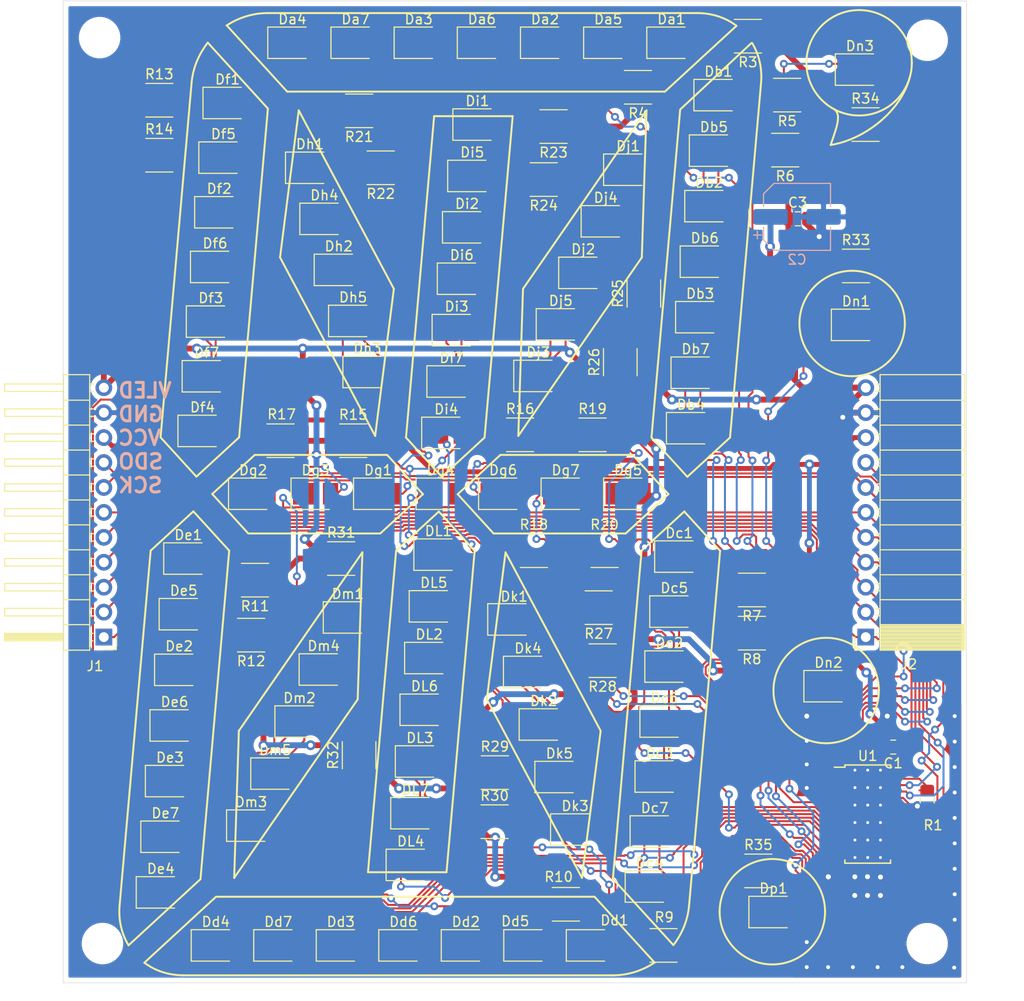
<source format=kicad_pcb>
(kicad_pcb (version 20171130) (host pcbnew 5.1.5+dfsg1-2build2)
  (layers (0 F.Cu signal) (31 B.Cu signal hide) (34 B.Paste user hide) (35 F.Paste user hide) (36 B.SilkS user hide) (37 F.SilkS user) (38 B.Mask user hide) (39 F.Mask user) (44 Edge.Cuts user))
  (net 0 "")
  (net 1 GND)
  (net 2 VCC)
  (net 3 Vdrive)
  (net 4 "Net-(Da1-Pad2)")
  (net 5 "Net-(Da1-Pad1)")
  (net 6 "Net-(Da2-Pad1)")
  (net 7 "Net-(Da3-Pad1)")
  (net 8 "Net-(Da4-Pad1)")
  (net 9 "Net-(Da5-Pad2)")
  (net 10 "Net-(Da5-Pad1)")
  (net 11 "Net-(Da6-Pad1)")
  (net 12 "Net-(Db1-Pad2)")
  (net 13 "Net-(Db1-Pad1)")
  (net 14 "Net-(Db2-Pad1)")
  (net 15 "Net-(Db3-Pad1)")
  (net 16 "Net-(Db4-Pad1)")
  (net 17 "Net-(Db5-Pad2)")
  (net 18 "Net-(Db5-Pad1)")
  (net 19 "Net-(Db6-Pad1)")
  (net 20 "Net-(Dc1-Pad2)")
  (net 21 "Net-(Dc1-Pad1)")
  (net 22 "Net-(Dc2-Pad1)")
  (net 23 "Net-(Dc3-Pad1)")
  (net 24 "Net-(Dc4-Pad1)")
  (net 25 "Net-(Dc5-Pad2)")
  (net 26 "Net-(Dc5-Pad1)")
  (net 27 "Net-(Dc6-Pad1)")
  (net 28 "Net-(Dd1-Pad2)")
  (net 29 "Net-(Dd1-Pad1)")
  (net 30 "Net-(Dd2-Pad1)")
  (net 31 "Net-(Dd3-Pad1)")
  (net 32 "Net-(Dd4-Pad1)")
  (net 33 "Net-(Dd5-Pad2)")
  (net 34 "Net-(Dd5-Pad1)")
  (net 35 "Net-(Dd6-Pad1)")
  (net 36 "Net-(De1-Pad2)")
  (net 37 "Net-(De1-Pad1)")
  (net 38 "Net-(De2-Pad1)")
  (net 39 "Net-(De3-Pad1)")
  (net 40 "Net-(De4-Pad1)")
  (net 41 "Net-(De5-Pad2)")
  (net 42 "Net-(De5-Pad1)")
  (net 43 "Net-(De6-Pad1)")
  (net 44 "Net-(Df1-Pad2)")
  (net 45 "Net-(Df1-Pad1)")
  (net 46 "Net-(Df2-Pad1)")
  (net 47 "Net-(Df3-Pad1)")
  (net 48 "Net-(Df4-Pad1)")
  (net 49 "Net-(Df5-Pad2)")
  (net 50 "Net-(Df5-Pad1)")
  (net 51 "Net-(Df6-Pad1)")
  (net 52 "Net-(Dg1-Pad2)")
  (net 53 "Net-(Dg1-Pad1)")
  (net 54 "Net-(Dg2-Pad1)")
  (net 55 "Net-(Dg3-Pad2)")
  (net 56 "Net-(Dg4-Pad1)")
  (net 57 "Net-(Dg5-Pad1)")
  (net 58 "Net-(Dg6-Pad1)")
  (net 59 "Net-(Dg7-Pad1)")
  (net 60 "Net-(Dh1-Pad2)")
  (net 61 "Net-(Dh1-Pad1)")
  (net 62 "Net-(Dh2-Pad1)")
  (net 63 "Net-(Dh3-Pad1)")
  (net 64 "Net-(Dh4-Pad2)")
  (net 65 "Net-(Dh4-Pad1)")
  (net 66 "Net-(Di1-Pad2)")
  (net 67 "Net-(Di1-Pad1)")
  (net 68 "Net-(Di2-Pad1)")
  (net 69 "Net-(Di3-Pad1)")
  (net 70 "Net-(Di4-Pad1)")
  (net 71 "Net-(Di5-Pad2)")
  (net 72 "Net-(Di5-Pad1)")
  (net 73 "Net-(Di6-Pad1)")
  (net 74 "Net-(Dj1-Pad2)")
  (net 75 "Net-(Dj1-Pad1)")
  (net 76 "Net-(Dj2-Pad1)")
  (net 77 "Net-(Dj3-Pad1)")
  (net 78 "Net-(Dj4-Pad2)")
  (net 79 "Net-(Dj4-Pad1)")
  (net 80 "Net-(Dk1-Pad2)")
  (net 81 "Net-(Dk1-Pad1)")
  (net 82 "Net-(Dk2-Pad1)")
  (net 83 "Net-(Dk3-Pad1)")
  (net 84 "Net-(Dk4-Pad2)")
  (net 85 "Net-(Dk4-Pad1)")
  (net 86 "Net-(DL1-Pad2)")
  (net 87 "Net-(DL1-Pad1)")
  (net 88 "Net-(DL2-Pad1)")
  (net 89 "Net-(DL3-Pad1)")
  (net 90 "Net-(DL4-Pad1)")
  (net 91 "Net-(DL5-Pad2)")
  (net 92 "Net-(DL5-Pad1)")
  (net 93 "Net-(DL6-Pad1)")
  (net 94 "Net-(Dm1-Pad2)")
  (net 95 "Net-(Dm1-Pad1)")
  (net 96 "Net-(Dm2-Pad1)")
  (net 97 "Net-(Dm3-Pad1)")
  (net 98 "Net-(Dm4-Pad2)")
  (net 99 "Net-(Dm4-Pad1)")
  (net 100 "Net-(Dn1-Pad2)")
  (net 101 "Net-(Dn1-Pad1)")
  (net 102 "Net-(Dn2-Pad1)")
  (net 103 "Net-(Dn3-Pad2)")
  (net 104 "Net-(Dp1-Pad2)")
  (net 105 "Net-(Dp1-Pad1)")
  (net 106 "Net-(J1-Pad8)")
  (net 107 "Net-(J1-Pad7)")
  (net 108 "Net-(J1-Pad6)")
  (net 109 "Net-(J1-Pad5)")
  (net 110 "Net-(J1-Pad4)")
  (net 111 "Net-(J1-Pad3)")
  (net 112 "Net-(J1-Pad2)")
  (net 113 "Net-(J1-Pad1)")
  (net 114 "Net-(J2-Pad8)")
  (net 115 "Net-(R1-Pad1)")
  (net 116 "Net-(R19-Pad2)")
  (module MountingHole:MountingHole_3.2mm_M3 (layer F.Cu) (at 138.38 146.82)
    (fp_text reference REF** hide)
    (fp_text value MountingHole_3.2mm_M3)
    (pad "" np_thru_hole circle (at -0.38 -0.82) (size 3.2 3.2) (drill 3.2) (layers *.Cu *.Mask))
  )
  (module Package_SO:HTSSOP-28-1EP_4.4x9.7mm_P0.65mm_EP3.4x9.5mm_Mask2.4x6.17mm_ThermalVias (layer F.Cu) (at 131.940966 132.788011)
    (fp_text reference U1 (at 0 -5.9) (layer F.SilkS))
    (fp_text value TLC5940PWP)
    (pad 29 smd rect (at 0 0) (size 3.4 9.7) (layers B.Cu) (net 1 GND))
    (pad 29 thru_hole circle (at -1.3 4.45) (size 0.6 0.6) (drill 0.3) (layers *.Cu) (net 1 GND))
    (pad 29 thru_hole circle (at 0 4.45) (size 0.6 0.6) (drill 0.3) (layers *.Cu) (net 1 GND))
    (pad 29 thru_hole circle (at 1.3 4.45) (size 0.6 0.6) (drill 0.3) (layers *.Cu) (net 1 GND))
    (pad 29 thru_hole circle (at -1.3 2.67) (size 0.6 0.6) (drill 0.3) (layers *.Cu) (net 1 GND))
    (pad 29 thru_hole circle (at 0 2.67) (size 0.6 0.6) (drill 0.3) (layers *.Cu) (net 1 GND))
    (pad 29 thru_hole circle (at 1.3 2.67) (size 0.6 0.6) (drill 0.3) (layers *.Cu) (net 1 GND))
    (pad 29 thru_hole circle (at -1.3 0.89) (size 0.6 0.6) (drill 0.3) (layers *.Cu) (net 1 GND))
    (pad 29 thru_hole circle (at 0 0.89) (size 0.6 0.6) (drill 0.3) (layers *.Cu) (net 1 GND))
    (pad 29 thru_hole circle (at 1.3 0.89) (size 0.6 0.6) (drill 0.3) (layers *.Cu) (net 1 GND))
    (pad 29 thru_hole circle (at -1.3 -0.89) (size 0.6 0.6) (drill 0.3) (layers *.Cu) (net 1 GND))
    (pad 29 thru_hole circle (at 0 -0.89) (size 0.6 0.6) (drill 0.3) (layers *.Cu) (net 1 GND))
    (pad 29 thru_hole circle (at 1.3 -0.89) (size 0.6 0.6) (drill 0.3) (layers *.Cu) (net 1 GND))
    (pad 29 thru_hole circle (at -1.3 -2.67) (size 0.6 0.6) (drill 0.3) (layers *.Cu) (net 1 GND))
    (pad 29 thru_hole circle (at 0 -2.67) (size 0.6 0.6) (drill 0.3) (layers *.Cu) (net 1 GND))
    (pad 29 thru_hole circle (at 1.3 -2.67) (size 0.6 0.6) (drill 0.3) (layers *.Cu) (net 1 GND))
    (pad 29 thru_hole circle (at 1.3 -4.45) (size 0.6 0.6) (drill 0.3) (layers *.Cu) (net 1 GND))
    (pad 29 thru_hole circle (at 0 -4.45) (size 0.6 0.6) (drill 0.3) (layers *.Cu) (net 1 GND))
    (pad 29 thru_hole circle (at -1.3 -4.45) (size 0.6 0.6) (drill 0.3) (layers *.Cu) (net 1 GND))
    (pad 29 smd rect (at 0 0) (size 3.4 9.7) (layers F.Cu) (net 1 GND))
    (pad 28 smd rect (at 2.85 -4.225) (size 1.1 0.4) (layers F.Cu F.Paste F.Mask) (net 2 VCC))
    (pad 27 smd rect (at 2.85 -3.575) (size 1.1 0.4) (layers F.Cu F.Paste F.Mask) (net 115 "Net-(R1-Pad1)"))
    (pad 26 smd rect (at 2.85 -2.925) (size 1.1 0.4) (layers F.Cu F.Paste F.Mask) (net 113 "Net-(J1-Pad1)"))
    (pad 25 smd rect (at 2.85 -2.275) (size 1.1 0.4) (layers F.Cu F.Paste F.Mask) (net 110 "Net-(J1-Pad4)"))
    (pad 24 smd rect (at 2.85 -1.625) (size 1.1 0.4) (layers F.Cu F.Paste F.Mask) (net 114 "Net-(J2-Pad8)"))
    (pad 23 smd rect (at 2.85 -0.975) (size 1.1 0.4) (layers F.Cu F.Paste F.Mask) (net 111 "Net-(J1-Pad3)"))
    (pad 22 smd rect (at 2.85 -0.325) (size 1.1 0.4) (layers F.Cu F.Paste F.Mask) (net 105 "Net-(Dp1-Pad1)"))
    (pad 21 smd rect (at 2.85 0.325) (size 1.1 0.4) (layers F.Cu F.Paste F.Mask) (net 102 "Net-(Dn2-Pad1)"))
    (pad 20 smd rect (at 2.85 0.975) (size 1.1 0.4) (layers F.Cu F.Paste F.Mask) (net 97 "Net-(Dm3-Pad1)"))
    (pad 19 smd rect (at 2.85 1.625) (size 1.1 0.4) (layers F.Cu F.Paste F.Mask) (net 90 "Net-(DL4-Pad1)"))
    (pad 18 smd rect (at 2.85 2.275) (size 1.1 0.4) (layers F.Cu F.Paste F.Mask) (net 83 "Net-(Dk3-Pad1)"))
    (pad 17 smd rect (at 2.85 2.925) (size 1.1 0.4) (layers F.Cu F.Paste F.Mask) (net 77 "Net-(Dj3-Pad1)"))
    (pad 16 smd rect (at 2.85 3.575) (size 1.1 0.4) (layers F.Cu F.Paste F.Mask) (net 70 "Net-(Di4-Pad1)"))
    (pad 15 smd rect (at 2.85 4.225) (size 1.1 0.4) (layers F.Cu F.Paste F.Mask) (net 63 "Net-(Dh3-Pad1)"))
    (pad 14 smd rect (at -2.85 4.225) (size 1.1 0.4) (layers F.Cu F.Paste F.Mask) (net 116 "Net-(R19-Pad2)"))
    (pad 13 smd rect (at -2.85 3.575) (size 1.1 0.4) (layers F.Cu F.Paste F.Mask) (net 54 "Net-(Dg2-Pad1)"))
    (pad 12 smd rect (at -2.85 2.925) (size 1.1 0.4) (layers F.Cu F.Paste F.Mask) (net 48 "Net-(Df4-Pad1)"))
    (pad 11 smd rect (at -2.85 2.275) (size 1.1 0.4) (layers F.Cu F.Paste F.Mask) (net 40 "Net-(De4-Pad1)"))
    (pad 10 smd rect (at -2.85 1.625) (size 1.1 0.4) (layers F.Cu F.Paste F.Mask) (net 32 "Net-(Dd4-Pad1)"))
    (pad 9 smd rect (at -2.85 0.975) (size 1.1 0.4) (layers F.Cu F.Paste F.Mask) (net 24 "Net-(Dc4-Pad1)"))
    (pad 8 smd rect (at -2.85 0.325) (size 1.1 0.4) (layers F.Cu F.Paste F.Mask) (net 16 "Net-(Db4-Pad1)"))
    (pad 7 smd rect (at -2.85 -0.325) (size 1.1 0.4) (layers F.Cu F.Paste F.Mask) (net 8 "Net-(Da4-Pad1)"))
    (pad 6 smd rect (at -2.85 -0.975) (size 1.1 0.4) (layers F.Cu F.Paste F.Mask) (net 112 "Net-(J1-Pad2)"))
    (pad 5 smd rect (at -2.85 -1.625) (size 1.1 0.4) (layers F.Cu F.Paste F.Mask) (net 106 "Net-(J1-Pad8)"))
    (pad 4 smd rect (at -2.85 -2.275) (size 1.1 0.4) (layers F.Cu F.Paste F.Mask) (net 107 "Net-(J1-Pad7)"))
    (pad 3 smd rect (at -2.85 -2.925) (size 1.1 0.4) (layers F.Cu F.Paste F.Mask) (net 108 "Net-(J1-Pad6)"))
    (pad 2 smd rect (at -2.85 -3.575) (size 1.1 0.4) (layers F.Cu F.Paste F.Mask) (net 109 "Net-(J1-Pad5)"))
    (pad 1 smd rect (at -2.85 -4.225) (size 1.1 0.4) (layers F.Cu F.Paste F.Mask) (net 1 GND))
  )
  (module MountingHole:MountingHole_3.2mm_M3 (layer F.Cu) (at 54 146)
    (fp_text reference REF** hide)
    (fp_text value MountingHole_3.2mm_M3)
    (pad 1 np_thru_hole circle (at 0 0) (size 3.2 3.2) (drill 3.2) (layers *.Cu *.Mask))
  )
  (module MountingHole:MountingHole_3.2mm_M3 (layer F.Cu) (at 138.25 53.81)
    (fp_text reference REF** hide)
    (fp_text value MountingHole_3.2mm_M3)
    (pad "" np_thru_hole circle (at -0.25 0.19) (size 3.2 3.2) (drill 3.2) (layers *.Cu *.Mask))
  )
  (module MountingHole:MountingHole_3.2mm_M3 (layer F.Cu) (at 53.71 53.73)
    (fp_text reference REF** hide)
    (fp_text value MountingHole_3.2mm_M3)
    (pad 1 np_thru_hole circle (at 0 0) (size 3.2 3.2) (drill 3.2) (layers *.Cu *.Mask))
  )
  (module LED_SMD:LED_PLCC_2835_Handsoldering (layer F.Cu) (at 79.774299 54.254677)
    (fp_text reference Da7 (at 0 -2.4) (layer F.SilkS))
    (fp_text value LED)
    (pad 2 smd rect (at 1.525 0) (size 1.55 2.2) (layers F.Cu F.Paste F.Mask) (net 11 "Net-(Da6-Pad1)"))
    (pad 1 smd rect (at -1.05 0) (size 2.5 2.2) (layers F.Cu F.Paste F.Mask) (net 8 "Net-(Da4-Pad1)"))
  )
  (module LED_SMD:LED_PLCC_2835_Handsoldering (layer F.Cu) (at 99.074298 54.254677)
    (fp_text reference Da2 (at 0 -2.4) (layer F.SilkS))
    (fp_text value LED)
    (pad 2 smd rect (at 1.525 0) (size 1.55 2.2) (layers F.Cu F.Paste F.Mask) (net 5 "Net-(Da1-Pad1)"))
    (pad 1 smd rect (at -1.05 0) (size 2.5 2.2) (layers F.Cu F.Paste F.Mask) (net 6 "Net-(Da2-Pad1)"))
  )
  (module LED_SMD:LED_PLCC_2835_Handsoldering (layer F.Cu) (at 92.640965 54.254677)
    (fp_text reference Da6 (at 0 -2.4) (layer F.SilkS))
    (fp_text value LED)
    (pad 1 smd rect (at -1.05 0) (size 2.5 2.2) (layers F.Cu F.Paste F.Mask) (net 11 "Net-(Da6-Pad1)"))
    (pad 2 smd rect (at 1.525 0) (size 1.55 2.2) (layers F.Cu F.Paste F.Mask) (net 10 "Net-(Da5-Pad1)"))
  )
  (module LED_SMD:LED_PLCC_2835_Handsoldering (layer F.Cu) (at 105.507631 54.254677)
    (fp_text reference Da5 (at 0 -2.4) (layer F.SilkS))
    (fp_text value LED)
    (pad 1 smd rect (at -1.05 0) (size 2.5 2.2) (layers F.Cu F.Paste F.Mask) (net 10 "Net-(Da5-Pad1)"))
    (pad 2 smd rect (at 1.525 0) (size 1.55 2.2) (layers F.Cu F.Paste F.Mask) (net 9 "Net-(Da5-Pad2)"))
  )
  (module LED_SMD:LED_PLCC_2835_Handsoldering (layer F.Cu) (at 73.340966 54.254677)
    (fp_text reference Da4 (at 0 -2.4) (layer F.SilkS))
    (fp_text value LED)
    (pad 2 smd rect (at 1.525 0) (size 1.55 2.2) (layers F.Cu F.Paste F.Mask) (net 7 "Net-(Da3-Pad1)"))
    (pad 1 smd rect (at -1.05 0) (size 2.5 2.2) (layers F.Cu F.Paste F.Mask) (net 8 "Net-(Da4-Pad1)"))
  )
  (module LED_SMD:LED_PLCC_2835_Handsoldering (layer F.Cu) (at 86.207632 54.254677)
    (fp_text reference Da3 (at 0 -2.4) (layer F.SilkS))
    (fp_text value LED)
    (pad 2 smd rect (at 1.525 0) (size 1.55 2.2) (layers F.Cu F.Paste F.Mask) (net 6 "Net-(Da2-Pad1)"))
    (pad 1 smd rect (at -1.05 0) (size 2.5 2.2) (layers F.Cu F.Paste F.Mask) (net 7 "Net-(Da3-Pad1)"))
  )
  (module Capacitor_SMD:C_0805_2012Metric (layer F.Cu) (at 124.803466 72.188011)
    (fp_text reference C3 (at 0 -1.65) (layer F.SilkS))
    (fp_text value C)
    (pad 2 smd roundrect (at 0.9375 0) (size 0.975 1.4) (layers F.Cu F.Paste F.Mask) (net 1 GND))
    (pad 1 smd roundrect (at -0.9375 0) (size 0.975 1.4) (layers F.Cu F.Paste F.Mask) (net 3 Vdrive))
  )
  (module Resistor_SMD:R_1812_4532Metric_Pad1.30x3.40mm_HandSolder (layer F.Cu) (at 120.8 138.6)
    (fp_text reference R35 (at 0 -2.65) (layer F.SilkS))
    (fp_text value R)
    (pad 2 smd roundrect (at 2.225 0) (size 1.3 3.4) (layers F.Cu F.Paste F.Mask) (roundrect_rratio 0.192308) (net 104 "Net-(Dp1-Pad2)"))
    (pad 1 smd roundrect (at -2.225 0) (size 1.3 3.4) (layers F.Cu F.Paste F.Mask) (roundrect_rratio 0.192308) (net 3 Vdrive))
  )
  (module Resistor_SMD:R_1812_4532Metric_Pad1.30x3.40mm_HandSolder (layer F.Cu) (at 131.715966 62.588011)
    (fp_text reference R34 (at 0 -2.65) (layer F.SilkS))
    (fp_text value R)
    (pad 2 smd roundrect (at 2.225 0) (size 1.3 3.4) (layers F.Cu F.Paste F.Mask) (roundrect_rratio 0.192308) (net 103 "Net-(Dn3-Pad2)"))
    (pad 1 smd roundrect (at -2.225 0) (size 1.3 3.4) (layers F.Cu F.Paste F.Mask) (roundrect_rratio 0.192308) (net 3 Vdrive))
  )
  (module Resistor_SMD:R_1812_4532Metric_Pad1.30x3.40mm_HandSolder (layer F.Cu) (at 130.740966 76.988011)
    (fp_text reference R33 (at 0 -2.65) (layer F.SilkS))
    (fp_text value R)
    (pad 2 smd roundrect (at 2.225 0) (size 1.3 3.4) (layers F.Cu F.Paste F.Mask) (roundrect_rratio 0.192308) (net 100 "Net-(Dn1-Pad2)"))
    (pad 1 smd roundrect (at -2.225 0) (size 1.3 3.4) (layers F.Cu F.Paste F.Mask) (roundrect_rratio 0.192308) (net 3 Vdrive))
  )
  (module Resistor_SMD:R_1812_4532Metric_Pad1.30x3.40mm_HandSolder (layer F.Cu) (at 80.140966 126.813011 90)
    (fp_text reference R32 (at 0 -2.65 90) (layer F.SilkS))
    (fp_text value R)
    (pad 2 smd roundrect (at 2.225 0 90) (size 1.3 3.4) (layers F.Cu F.Paste F.Mask) (roundrect_rratio 0.192308) (net 98 "Net-(Dm4-Pad2)"))
    (pad 1 smd roundrect (at -2.225 0 90) (size 1.3 3.4) (layers F.Cu F.Paste F.Mask) (roundrect_rratio 0.192308) (net 3 Vdrive))
  )
  (module Resistor_SMD:R_1812_4532Metric_Pad1.30x3.40mm_HandSolder (layer F.Cu) (at 78.315966 106.788011)
    (fp_text reference R31 (at 0 -2.65) (layer F.SilkS))
    (fp_text value R)
    (pad 2 smd roundrect (at 2.225 0) (size 1.3 3.4) (layers F.Cu F.Paste F.Mask) (roundrect_rratio 0.192308) (net 94 "Net-(Dm1-Pad2)"))
    (pad 1 smd roundrect (at -2.225 0) (size 1.3 3.4) (layers F.Cu F.Paste F.Mask) (roundrect_rratio 0.192308) (net 3 Vdrive))
  )
  (module Resistor_SMD:R_1812_4532Metric_Pad1.30x3.40mm_HandSolder (layer F.Cu) (at 93.940966 133.588011)
    (fp_text reference R30 (at 0 -2.65) (layer F.SilkS))
    (fp_text value R)
    (pad 2 smd roundrect (at 2.225 0) (size 1.3 3.4) (layers F.Cu F.Paste F.Mask) (roundrect_rratio 0.192308) (net 91 "Net-(DL5-Pad2)"))
    (pad 1 smd roundrect (at -2.225 0) (size 1.3 3.4) (layers F.Cu F.Paste F.Mask) (roundrect_rratio 0.192308) (net 3 Vdrive))
  )
  (module Resistor_SMD:R_1812_4532Metric_Pad1.30x3.40mm_HandSolder (layer F.Cu) (at 93.965966 128.588011)
    (fp_text reference R29 (at 0 -2.65) (layer F.SilkS))
    (fp_text value R)
    (pad 2 smd roundrect (at 2.225 0) (size 1.3 3.4) (layers F.Cu F.Paste F.Mask) (roundrect_rratio 0.192308) (net 86 "Net-(DL1-Pad2)"))
    (pad 1 smd roundrect (at -2.225 0) (size 1.3 3.4) (layers F.Cu F.Paste F.Mask) (roundrect_rratio 0.192308) (net 3 Vdrive))
  )
  (module Resistor_SMD:R_1812_4532Metric_Pad1.30x3.40mm_HandSolder (layer F.Cu) (at 104.940966 117.188011 180)
    (fp_text reference R28 (at 0 -2.65) (layer F.SilkS))
    (fp_text value R)
    (pad 2 smd roundrect (at 2.225 0 180) (size 1.3 3.4) (layers F.Cu F.Paste F.Mask) (roundrect_rratio 0.192308) (net 84 "Net-(Dk4-Pad2)"))
    (pad 1 smd roundrect (at -2.225 0 180) (size 1.3 3.4) (layers F.Cu F.Paste F.Mask) (roundrect_rratio 0.192308) (net 3 Vdrive))
  )
  (module Resistor_SMD:R_1812_4532Metric_Pad1.30x3.40mm_HandSolder (layer F.Cu) (at 104.540966 111.788011 180)
    (fp_text reference R27 (at 0 -2.65) (layer F.SilkS))
    (fp_text value R)
    (pad 2 smd roundrect (at 2.225 0 180) (size 1.3 3.4) (layers F.Cu F.Paste F.Mask) (roundrect_rratio 0.192308) (net 80 "Net-(Dk1-Pad2)"))
    (pad 1 smd roundrect (at -2.225 0 180) (size 1.3 3.4) (layers F.Cu F.Paste F.Mask) (roundrect_rratio 0.192308) (net 3 Vdrive))
  )
  (module Resistor_SMD:R_1812_4532Metric_Pad1.30x3.40mm_HandSolder (layer F.Cu) (at 106.740966 86.788011 90)
    (fp_text reference R26 (at 0 -2.65 90) (layer F.SilkS))
    (fp_text value R)
    (pad 2 smd roundrect (at 2.225 0 90) (size 1.3 3.4) (layers F.Cu F.Paste F.Mask) (roundrect_rratio 0.192308) (net 78 "Net-(Dj4-Pad2)"))
    (pad 1 smd roundrect (at -2.225 0 90) (size 1.3 3.4) (layers F.Cu F.Paste F.Mask) (roundrect_rratio 0.192308) (net 3 Vdrive))
  )
  (module Resistor_SMD:R_1812_4532Metric_Pad1.30x3.40mm_HandSolder (layer F.Cu) (at 109.140966 79.788011 90)
    (fp_text reference R25 (at 0 -2.65 90) (layer F.SilkS))
    (fp_text value R)
    (pad 2 smd roundrect (at 2.225 0 90) (size 1.3 3.4) (layers F.Cu F.Paste F.Mask) (roundrect_rratio 0.192308) (net 74 "Net-(Dj1-Pad2)"))
    (pad 1 smd roundrect (at -2.225 0 90) (size 1.3 3.4) (layers F.Cu F.Paste F.Mask) (roundrect_rratio 0.192308) (net 3 Vdrive))
  )
  (module Resistor_SMD:R_1812_4532Metric_Pad1.30x3.40mm_HandSolder (layer F.Cu) (at 98.940966 68.188011 180)
    (fp_text reference R24 (at 0 -2.65) (layer F.SilkS))
    (fp_text value R)
    (pad 2 smd roundrect (at 2.225 0 180) (size 1.3 3.4) (layers F.Cu F.Paste F.Mask) (roundrect_rratio 0.192308) (net 71 "Net-(Di5-Pad2)"))
    (pad 1 smd roundrect (at -2.225 0 180) (size 1.3 3.4) (layers F.Cu F.Paste F.Mask) (roundrect_rratio 0.192308) (net 3 Vdrive))
  )
  (module Resistor_SMD:R_1812_4532Metric_Pad1.30x3.40mm_HandSolder (layer F.Cu) (at 99.940966 62.788011 180)
    (fp_text reference R23 (at 0 -2.65) (layer F.SilkS))
    (fp_text value R)
    (pad 2 smd roundrect (at 2.225 0 180) (size 1.3 3.4) (layers F.Cu F.Paste F.Mask) (roundrect_rratio 0.192308) (net 66 "Net-(Di1-Pad2)"))
    (pad 1 smd roundrect (at -2.225 0 180) (size 1.3 3.4) (layers F.Cu F.Paste F.Mask) (roundrect_rratio 0.192308) (net 3 Vdrive))
  )
  (module Resistor_SMD:R_1812_4532Metric_Pad1.30x3.40mm_HandSolder (layer F.Cu) (at 82.340966 66.988011 180)
    (fp_text reference R22 (at 0 -2.65) (layer F.SilkS))
    (fp_text value R)
    (pad 2 smd roundrect (at 2.225 0 180) (size 1.3 3.4) (layers F.Cu F.Paste F.Mask) (roundrect_rratio 0.192308) (net 64 "Net-(Dh4-Pad2)"))
    (pad 1 smd roundrect (at -2.225 0 180) (size 1.3 3.4) (layers F.Cu F.Paste F.Mask) (roundrect_rratio 0.192308) (net 3 Vdrive))
  )
  (module Resistor_SMD:R_1812_4532Metric_Pad1.30x3.40mm_HandSolder (layer F.Cu) (at 80.140966 61.188011 180)
    (fp_text reference R21 (at 0 -2.65) (layer F.SilkS))
    (fp_text value R)
    (pad 2 smd roundrect (at 2.225 0 180) (size 1.3 3.4) (layers F.Cu F.Paste F.Mask) (roundrect_rratio 0.192308) (net 60 "Net-(Dh1-Pad2)"))
    (pad 1 smd roundrect (at -2.225 0 180) (size 1.3 3.4) (layers F.Cu F.Paste F.Mask) (roundrect_rratio 0.192308) (net 3 Vdrive))
  )
  (module Resistor_SMD:R_1812_4532Metric_Pad1.30x3.40mm_HandSolder (layer F.Cu) (at 105.140966 105.988011)
    (fp_text reference R20 (at 0 -2.65) (layer F.SilkS))
    (fp_text value R)
    (pad 2 smd roundrect (at 2.225 0) (size 1.3 3.4) (layers F.Cu F.Paste F.Mask) (roundrect_rratio 0.192308) (net 116 "Net-(R19-Pad2)"))
    (pad 1 smd roundrect (at -2.225 0) (size 1.3 3.4) (layers F.Cu F.Paste F.Mask) (roundrect_rratio 0.192308) (net 59 "Net-(Dg7-Pad1)"))
  )
  (module Resistor_SMD:R_1812_4532Metric_Pad1.30x3.40mm_HandSolder (layer F.Cu) (at 103.915966 94.188011)
    (fp_text reference R19 (at 0 -2.65) (layer F.SilkS))
    (fp_text value R)
    (pad 2 smd roundrect (at 2.225 0) (size 1.3 3.4) (layers F.Cu F.Paste F.Mask) (roundrect_rratio 0.192308) (net 116 "Net-(R19-Pad2)"))
    (pad 1 smd roundrect (at -2.225 0) (size 1.3 3.4) (layers F.Cu F.Paste F.Mask) (roundrect_rratio 0.192308) (net 58 "Net-(Dg6-Pad1)"))
  )
  (module Resistor_SMD:R_1812_4532Metric_Pad1.30x3.40mm_HandSolder (layer F.Cu) (at 97.940966 105.988011)
    (fp_text reference R18 (at 0 -2.65) (layer F.SilkS))
    (fp_text value R)
    (pad 2 smd roundrect (at 2.225 0) (size 1.3 3.4) (layers F.Cu F.Paste F.Mask) (roundrect_rratio 0.192308) (net 59 "Net-(Dg7-Pad1)"))
    (pad 1 smd roundrect (at -2.225 0) (size 1.3 3.4) (layers F.Cu F.Paste F.Mask) (roundrect_rratio 0.192308) (net 56 "Net-(Dg4-Pad1)"))
  )
  (module Resistor_SMD:R_1812_4532Metric_Pad1.30x3.40mm_HandSolder (layer F.Cu) (at 72.140966 94.788011 180)
    (fp_text reference R17 (at -0.109034 2.688011) (layer F.SilkS))
    (fp_text value R)
    (pad 2 smd roundrect (at 2.225 0 180) (size 1.3 3.4) (layers F.Cu F.Paste F.Mask) (roundrect_rratio 0.192308) (net 55 "Net-(Dg3-Pad2)"))
    (pad 1 smd roundrect (at -2.225 0 180) (size 1.3 3.4) (layers F.Cu F.Paste F.Mask) (roundrect_rratio 0.192308) (net 3 Vdrive))
  )
  (module Resistor_SMD:R_1812_4532Metric_Pad1.30x3.40mm_HandSolder (layer F.Cu) (at 96.540966 94.188011)
    (fp_text reference R16 (at 0 -2.65) (layer F.SilkS))
    (fp_text value R)
    (pad 2 smd roundrect (at 2.225 0) (size 1.3 3.4) (layers F.Cu F.Paste F.Mask) (roundrect_rratio 0.192308) (net 58 "Net-(Dg6-Pad1)"))
    (pad 1 smd roundrect (at -2.225 0) (size 1.3 3.4) (layers F.Cu F.Paste F.Mask) (roundrect_rratio 0.192308) (net 52 "Net-(Dg1-Pad2)"))
  )
  (module Resistor_SMD:R_1812_4532Metric_Pad1.30x3.40mm_HandSolder (layer F.Cu) (at 79.540966 94.788011)
    (fp_text reference R15 (at 0 -2.65) (layer F.SilkS))
    (fp_text value R)
    (pad 2 smd roundrect (at 2.225 0) (size 1.3 3.4) (layers F.Cu F.Paste F.Mask) (roundrect_rratio 0.192308) (net 52 "Net-(Dg1-Pad2)"))
    (pad 1 smd roundrect (at -2.225 0) (size 1.3 3.4) (layers F.Cu F.Paste F.Mask) (roundrect_rratio 0.192308) (net 3 Vdrive))
  )
  (module Resistor_SMD:R_1812_4532Metric_Pad1.30x3.40mm_HandSolder (layer F.Cu) (at 59.79 65.71)
    (fp_text reference R14 (at 0 -2.65) (layer F.SilkS))
    (fp_text value R)
    (pad 2 smd roundrect (at 2.225 0) (size 1.3 3.4) (layers F.Cu F.Paste F.Mask) (roundrect_rratio 0.192308) (net 49 "Net-(Df5-Pad2)"))
    (pad 1 smd roundrect (at -2.225 0) (size 1.3 3.4) (layers F.Cu F.Paste F.Mask) (roundrect_rratio 0.192308) (net 3 Vdrive))
  )
  (module Resistor_SMD:R_1812_4532Metric_Pad1.30x3.40mm_HandSolder (layer F.Cu) (at 59.79 60.11)
    (fp_text reference R13 (at 0 -2.65) (layer F.SilkS))
    (fp_text value R)
    (pad 2 smd roundrect (at 2.225 0) (size 1.3 3.4) (layers F.Cu F.Paste F.Mask) (roundrect_rratio 0.192308) (net 44 "Net-(Df1-Pad2)"))
    (pad 1 smd roundrect (at -2.225 0) (size 1.3 3.4) (layers F.Cu F.Paste F.Mask) (roundrect_rratio 0.192308) (net 3 Vdrive))
  )
  (module Resistor_SMD:R_1812_4532Metric_Pad1.30x3.40mm_HandSolder (layer F.Cu) (at 69.140966 114.588011 180)
    (fp_text reference R12 (at 0 -2.65) (layer F.SilkS))
    (fp_text value R)
    (pad 2 smd roundrect (at 2.225 0 180) (size 1.3 3.4) (layers F.Cu F.Paste F.Mask) (roundrect_rratio 0.192308) (net 41 "Net-(De5-Pad2)"))
    (pad 1 smd roundrect (at -2.225 0 180) (size 1.3 3.4) (layers F.Cu F.Paste F.Mask) (roundrect_rratio 0.192308) (net 3 Vdrive))
  )
  (module Resistor_SMD:R_1812_4532Metric_Pad1.30x3.40mm_HandSolder (layer F.Cu) (at 69.540966 108.988011 180)
    (fp_text reference R11 (at 0 -2.65) (layer F.SilkS))
    (fp_text value R)
    (pad 2 smd roundrect (at 2.225 0 180) (size 1.3 3.4) (layers F.Cu F.Paste F.Mask) (roundrect_rratio 0.192308) (net 36 "Net-(De1-Pad2)"))
    (pad 1 smd roundrect (at -2.225 0 180) (size 1.3 3.4) (layers F.Cu F.Paste F.Mask) (roundrect_rratio 0.192308) (net 3 Vdrive))
  )
  (module Resistor_SMD:R_1812_4532Metric_Pad1.30x3.40mm_HandSolder (layer F.Cu) (at 101.2 142 180)
    (fp_text reference R10 (at 0.73 2.79) (layer F.SilkS))
    (fp_text value R)
    (pad 2 smd roundrect (at 2.225 0 180) (size 1.3 3.4) (layers F.Cu F.Paste F.Mask) (roundrect_rratio 0.192308) (net 33 "Net-(Dd5-Pad2)"))
    (pad 1 smd roundrect (at -2.225 0 180) (size 1.3 3.4) (layers F.Cu F.Paste F.Mask) (roundrect_rratio 0.192308) (net 3 Vdrive))
  )
  (module Resistor_SMD:R_1812_4532Metric_Pad1.30x3.40mm_HandSolder (layer F.Cu) (at 111.140966 146.188011 180)
    (fp_text reference R9 (at -0.069034 2.868011) (layer F.SilkS))
    (fp_text value R)
    (pad 2 smd roundrect (at 2.225 0 180) (size 1.3 3.4) (layers F.Cu F.Paste F.Mask) (roundrect_rratio 0.192308) (net 28 "Net-(Dd1-Pad2)"))
    (pad 1 smd roundrect (at -2.225 0 180) (size 1.3 3.4) (layers F.Cu F.Paste F.Mask) (roundrect_rratio 0.192308) (net 3 Vdrive))
  )
  (module Resistor_SMD:R_1812_4532Metric_Pad1.30x3.40mm_HandSolder (layer F.Cu) (at 120.140966 114.388011 180)
    (fp_text reference R8 (at 0 -2.65) (layer F.SilkS))
    (fp_text value R)
    (pad 2 smd roundrect (at 2.225 0 180) (size 1.3 3.4) (layers F.Cu F.Paste F.Mask) (roundrect_rratio 0.192308) (net 25 "Net-(Dc5-Pad2)"))
    (pad 1 smd roundrect (at -2.225 0 180) (size 1.3 3.4) (layers F.Cu F.Paste F.Mask) (roundrect_rratio 0.192308) (net 3 Vdrive))
  )
  (module Resistor_SMD:R_1812_4532Metric_Pad1.30x3.40mm_HandSolder (layer F.Cu) (at 120.140966 109.988011 180)
    (fp_text reference R7 (at 0 -2.65) (layer F.SilkS))
    (fp_text value R)
    (pad 2 smd roundrect (at 2.225 0 180) (size 1.3 3.4) (layers F.Cu F.Paste F.Mask) (roundrect_rratio 0.192308) (net 20 "Net-(Dc1-Pad2)"))
    (pad 1 smd roundrect (at -2.225 0 180) (size 1.3 3.4) (layers F.Cu F.Paste F.Mask) (roundrect_rratio 0.192308) (net 3 Vdrive))
  )
  (module Resistor_SMD:R_1812_4532Metric_Pad1.30x3.40mm_HandSolder (layer F.Cu) (at 123.540966 65.188011 180)
    (fp_text reference R6 (at 0 -2.65) (layer F.SilkS))
    (fp_text value R)
    (pad 2 smd roundrect (at 2.225 0 180) (size 1.3 3.4) (layers F.Cu F.Paste F.Mask) (roundrect_rratio 0.192308) (net 17 "Net-(Db5-Pad2)"))
    (pad 1 smd roundrect (at -2.225 0 180) (size 1.3 3.4) (layers F.Cu F.Paste F.Mask) (roundrect_rratio 0.192308) (net 3 Vdrive))
  )
  (module Resistor_SMD:R_1812_4532Metric_Pad1.30x3.40mm_HandSolder (layer F.Cu) (at 123.740966 59.588011 180)
    (fp_text reference R5 (at 0 -2.65) (layer F.SilkS))
    (fp_text value R)
    (pad 2 smd roundrect (at 2.225 0 180) (size 1.3 3.4) (layers F.Cu F.Paste F.Mask) (roundrect_rratio 0.192308) (net 12 "Net-(Db1-Pad2)"))
    (pad 1 smd roundrect (at -2.225 0 180) (size 1.3 3.4) (layers F.Cu F.Paste F.Mask) (roundrect_rratio 0.192308) (net 3 Vdrive))
  )
  (module Resistor_SMD:R_1812_4532Metric_Pad1.30x3.40mm_HandSolder (layer F.Cu) (at 108.540966 58.788011 180)
    (fp_text reference R4 (at 0 -2.65) (layer F.SilkS))
    (fp_text value R)
    (pad 2 smd roundrect (at 2.225 0 180) (size 1.3 3.4) (layers F.Cu F.Paste F.Mask) (roundrect_rratio 0.192308) (net 9 "Net-(Da5-Pad2)"))
    (pad 1 smd roundrect (at -2.225 0 180) (size 1.3 3.4) (layers F.Cu F.Paste F.Mask) (roundrect_rratio 0.192308) (net 3 Vdrive))
  )
  (module Resistor_SMD:R_1812_4532Metric_Pad1.30x3.40mm_HandSolder (layer F.Cu) (at 119.740966 53.588011 180)
    (fp_text reference R3 (at 0 -2.65) (layer F.SilkS))
    (fp_text value R)
    (pad 2 smd roundrect (at 2.225 0 180) (size 1.3 3.4) (layers F.Cu F.Paste F.Mask) (roundrect_rratio 0.192308) (net 4 "Net-(Da1-Pad2)"))
    (pad 1 smd roundrect (at -2.225 0 180) (size 1.3 3.4) (layers F.Cu F.Paste F.Mask) (roundrect_rratio 0.192308) (net 3 Vdrive))
  )
  (module Resistor_SMD:R_0805_2012Metric_Pad1.15x1.40mm_HandSolder (layer F.Cu) (at 138 131.425 270)
    (fp_text reference R1 (at 2.525 -0.6 180) (layer F.SilkS))
    (fp_text value R)
    (pad 2 smd roundrect (at 1.025 0 270) (size 1.15 1.4) (layers F.Cu F.Paste F.Mask) (roundrect_rratio 0.217391) (net 1 GND))
    (pad 1 smd roundrect (at -1.025 0 270) (size 1.15 1.4) (layers F.Cu F.Paste F.Mask) (roundrect_rratio 0.217391) (net 115 "Net-(R1-Pad1)"))
  )
  (module Connector_PinSocket_2.54mm:PinSocket_1x11_P2.54mm_Horizontal (layer F.Cu) (at 131.740966 114.788011 180)
    (fp_text reference J2 (at -4.38 -2.77) (layer F.SilkS))
    (fp_text value Conn_01x11)
    (pad 11 thru_hole oval (at 0 25.4 180) (size 1.7 1.7) (drill 1) (layers *.Cu *.Mask) (net 3 Vdrive))
    (pad 10 thru_hole oval (at 0 22.86 180) (size 1.7 1.7) (drill 1) (layers *.Cu *.Mask) (net 1 GND))
    (pad 9 thru_hole oval (at 0 20.32 180) (size 1.7 1.7) (drill 1) (layers *.Cu *.Mask) (net 2 VCC))
    (pad 8 thru_hole oval (at 0 17.78 180) (size 1.7 1.7) (drill 1) (layers *.Cu *.Mask) (net 114 "Net-(J2-Pad8)"))
    (pad 7 thru_hole oval (at 0 15.24 180) (size 1.7 1.7) (drill 1) (layers *.Cu *.Mask) (net 107 "Net-(J1-Pad7)"))
    (pad 6 thru_hole oval (at 0 12.7 180) (size 1.7 1.7) (drill 1) (layers *.Cu *.Mask) (net 108 "Net-(J1-Pad6)"))
    (pad 5 thru_hole oval (at 0 10.16 180) (size 1.7 1.7) (drill 1) (layers *.Cu *.Mask) (net 109 "Net-(J1-Pad5)"))
    (pad 4 thru_hole oval (at 0 7.62 180) (size 1.7 1.7) (drill 1) (layers *.Cu *.Mask) (net 110 "Net-(J1-Pad4)"))
    (pad 3 thru_hole oval (at 0 5.08 180) (size 1.7 1.7) (drill 1) (layers *.Cu *.Mask) (net 111 "Net-(J1-Pad3)"))
    (pad 2 thru_hole oval (at 0 2.54 180) (size 1.7 1.7) (drill 1) (layers *.Cu *.Mask) (net 112 "Net-(J1-Pad2)"))
    (pad 1 thru_hole rect (at 0 0 180) (size 1.7 1.7) (drill 1) (layers *.Cu *.Mask) (net 113 "Net-(J1-Pad1)"))
  )
  (module Connector_PinHeader_2.54mm:PinHeader_1x11_P2.54mm_Horizontal (layer F.Cu) (at 54.140966 114.788011 180)
    (fp_text reference J1 (at 0.890966 -2.951989) (layer F.SilkS))
    (fp_text value Conn_01x11)
    (pad 11 thru_hole oval (at 0 25.4 180) (size 1.7 1.7) (drill 1) (layers *.Cu *.Mask) (net 3 Vdrive))
    (pad 10 thru_hole oval (at 0 22.86 180) (size 1.7 1.7) (drill 1) (layers *.Cu *.Mask) (net 1 GND))
    (pad 9 thru_hole oval (at 0 20.32 180) (size 1.7 1.7) (drill 1) (layers *.Cu *.Mask) (net 2 VCC))
    (pad 8 thru_hole oval (at 0 17.78 180) (size 1.7 1.7) (drill 1) (layers *.Cu *.Mask) (net 106 "Net-(J1-Pad8)"))
    (pad 7 thru_hole oval (at 0 15.24 180) (size 1.7 1.7) (drill 1) (layers *.Cu *.Mask) (net 107 "Net-(J1-Pad7)"))
    (pad 6 thru_hole oval (at 0 12.7 180) (size 1.7 1.7) (drill 1) (layers *.Cu *.Mask) (net 108 "Net-(J1-Pad6)"))
    (pad 5 thru_hole oval (at 0 10.16 180) (size 1.7 1.7) (drill 1) (layers *.Cu *.Mask) (net 109 "Net-(J1-Pad5)"))
    (pad 4 thru_hole oval (at 0 7.62 180) (size 1.7 1.7) (drill 1) (layers *.Cu *.Mask) (net 110 "Net-(J1-Pad4)"))
    (pad 3 thru_hole oval (at 0 5.08 180) (size 1.7 1.7) (drill 1) (layers *.Cu *.Mask) (net 111 "Net-(J1-Pad3)"))
    (pad 2 thru_hole oval (at 0 2.54 180) (size 1.7 1.7) (drill 1) (layers *.Cu *.Mask) (net 112 "Net-(J1-Pad2)"))
    (pad 1 thru_hole rect (at 0 0 180) (size 1.7 1.7) (drill 1) (layers *.Cu *.Mask) (net 113 "Net-(J1-Pad1)"))
  )
  (module LED_SMD:LED_PLCC_2835_Handsoldering (layer F.Cu) (at 122.340966 142.788011)
    (fp_text reference Dp1 (at 0 -2.4) (layer F.SilkS))
    (fp_text value LED)
    (pad 2 smd rect (at 1.525 0) (size 1.55 2.2) (layers F.Cu F.Paste F.Mask) (net 104 "Net-(Dp1-Pad2)"))
    (pad 1 smd rect (at -1.05 0) (size 2.5 2.2) (layers F.Cu F.Paste F.Mask) (net 105 "Net-(Dp1-Pad1)"))
  )
  (module LED_SMD:LED_PLCC_2835_Handsoldering (layer F.Cu) (at 131.140966 56.988011)
    (fp_text reference Dn3 (at 0 -2.4) (layer F.SilkS))
    (fp_text value LED)
    (pad 2 smd rect (at 1.525 0) (size 1.55 2.2) (layers F.Cu F.Paste F.Mask) (net 103 "Net-(Dn3-Pad2)"))
    (pad 1 smd rect (at -1.05 0) (size 2.5 2.2) (layers F.Cu F.Paste F.Mask) (net 102 "Net-(Dn2-Pad1)"))
  )
  (module LED_SMD:LED_PLCC_2835_Handsoldering (layer F.Cu) (at 127.940966 119.788011)
    (fp_text reference Dn2 (at 0 -2.4) (layer F.SilkS))
    (fp_text value LED)
    (pad 2 smd rect (at 1.525 0) (size 1.55 2.2) (layers F.Cu F.Paste F.Mask) (net 101 "Net-(Dn1-Pad1)"))
    (pad 1 smd rect (at -1.05 0) (size 2.5 2.2) (layers F.Cu F.Paste F.Mask) (net 102 "Net-(Dn2-Pad1)"))
  )
  (module LED_SMD:LED_PLCC_2835_Handsoldering (layer F.Cu) (at 130.740966 82.988011)
    (fp_text reference Dn1 (at 0 -2.4) (layer F.SilkS))
    (fp_text value LED)
    (pad 2 smd rect (at 1.525 0) (size 1.55 2.2) (layers F.Cu F.Paste F.Mask) (net 100 "Net-(Dn1-Pad2)"))
    (pad 1 smd rect (at -1.05 0) (size 2.5 2.2) (layers F.Cu F.Paste F.Mask) (net 101 "Net-(Dn1-Pad1)"))
  )
  (module LED_SMD:LED_PLCC_2835_Handsoldering (layer F.Cu) (at 71.603466 128.688011)
    (fp_text reference Dm5 (at 0 -2.4) (layer F.SilkS))
    (fp_text value LED)
    (pad 2 smd rect (at 1.525 0) (size 1.55 2.2) (layers F.Cu F.Paste F.Mask) (net 99 "Net-(Dm4-Pad1)"))
    (pad 1 smd rect (at -1.05 0) (size 2.5 2.2) (layers F.Cu F.Paste F.Mask) (net 97 "Net-(Dm3-Pad1)"))
  )
  (module LED_SMD:LED_PLCC_2835_Handsoldering (layer F.Cu) (at 76.528466 118.088011)
    (fp_text reference Dm4 (at 0 -2.4) (layer F.SilkS))
    (fp_text value LED)
    (pad 2 smd rect (at 1.525 0) (size 1.55 2.2) (layers F.Cu F.Paste F.Mask) (net 98 "Net-(Dm4-Pad2)"))
    (pad 1 smd rect (at -1.05 0) (size 2.5 2.2) (layers F.Cu F.Paste F.Mask) (net 99 "Net-(Dm4-Pad1)"))
  )
  (module LED_SMD:LED_PLCC_2835_Handsoldering (layer F.Cu) (at 69.140966 133.988011)
    (fp_text reference Dm3 (at 0 -2.4) (layer F.SilkS))
    (fp_text value LED)
    (pad 2 smd rect (at 1.525 0) (size 1.55 2.2) (layers F.Cu F.Paste F.Mask) (net 96 "Net-(Dm2-Pad1)"))
    (pad 1 smd rect (at -1.05 0) (size 2.5 2.2) (layers F.Cu F.Paste F.Mask) (net 97 "Net-(Dm3-Pad1)"))
  )
  (module LED_SMD:LED_PLCC_2835_Handsoldering (layer F.Cu) (at 74.065966 123.388011)
    (fp_text reference Dm2 (at 0 -2.4) (layer F.SilkS))
    (fp_text value LED)
    (pad 2 smd rect (at 1.525 0) (size 1.55 2.2) (layers F.Cu F.Paste F.Mask) (net 95 "Net-(Dm1-Pad1)"))
    (pad 1 smd rect (at -1.05 0) (size 2.5 2.2) (layers F.Cu F.Paste F.Mask) (net 96 "Net-(Dm2-Pad1)"))
  )
  (module LED_SMD:LED_PLCC_2835_Handsoldering (layer F.Cu) (at 78.990966 112.788011)
    (fp_text reference Dm1 (at 0 -2.4) (layer F.SilkS))
    (fp_text value LED)
    (pad 2 smd rect (at 1.525 0) (size 1.55 2.2) (layers F.Cu F.Paste F.Mask) (net 94 "Net-(Dm1-Pad2)"))
    (pad 1 smd rect (at -1.05 0) (size 2.5 2.2) (layers F.Cu F.Paste F.Mask) (net 95 "Net-(Dm1-Pad1)"))
  )
  (module LED_SMD:LED_PLCC_2835_Handsoldering (layer F.Cu) (at 85.861799 132.721341)
    (fp_text reference DL7 (at 0 -2.4) (layer F.SilkS))
    (fp_text value LED)
    (pad 2 smd rect (at 1.525 0) (size 1.55 2.2) (layers F.Cu F.Paste F.Mask) (net 93 "Net-(DL6-Pad1)"))
    (pad 1 smd rect (at -1.05 0) (size 2.5 2.2) (layers F.Cu F.Paste F.Mask) (net 90 "Net-(DL4-Pad1)"))
  )
  (module LED_SMD:LED_PLCC_2835_Handsoldering (layer F.Cu) (at 86.803465 122.188009)
    (fp_text reference DL6 (at 0 -2.4) (layer F.SilkS))
    (fp_text value LED)
    (pad 2 smd rect (at 1.525 0) (size 1.55 2.2) (layers F.Cu F.Paste F.Mask) (net 92 "Net-(DL5-Pad1)"))
    (pad 1 smd rect (at -1.05 0) (size 2.5 2.2) (layers F.Cu F.Paste F.Mask) (net 93 "Net-(DL6-Pad1)"))
  )
  (module LED_SMD:LED_PLCC_2835_Handsoldering (layer F.Cu) (at 87.745131 111.654677)
    (fp_text reference DL5 (at 0 -2.4) (layer F.SilkS))
    (fp_text value LED)
    (pad 2 smd rect (at 1.525 0) (size 1.55 2.2) (layers F.Cu F.Paste F.Mask) (net 91 "Net-(DL5-Pad2)"))
    (pad 1 smd rect (at -1.05 0) (size 2.5 2.2) (layers F.Cu F.Paste F.Mask) (net 92 "Net-(DL5-Pad1)"))
  )
  (module LED_SMD:LED_PLCC_2835_Handsoldering (layer F.Cu) (at 85.390966 137.988011)
    (fp_text reference DL4 (at 0 -2.4) (layer F.SilkS))
    (fp_text value LED)
    (pad 2 smd rect (at 1.525 0) (size 1.55 2.2) (layers F.Cu F.Paste F.Mask) (net 89 "Net-(DL3-Pad1)"))
    (pad 1 smd rect (at -1.05 0) (size 2.5 2.2) (layers F.Cu F.Paste F.Mask) (net 90 "Net-(DL4-Pad1)"))
  )
  (module LED_SMD:LED_PLCC_2835_Handsoldering (layer F.Cu) (at 86.332632 127.454675)
    (fp_text reference DL3 (at 0 -2.4) (layer F.SilkS))
    (fp_text value LED)
    (pad 2 smd rect (at 1.525 0) (size 1.55 2.2) (layers F.Cu F.Paste F.Mask) (net 88 "Net-(DL2-Pad1)"))
    (pad 1 smd rect (at -1.05 0) (size 2.5 2.2) (layers F.Cu F.Paste F.Mask) (net 89 "Net-(DL3-Pad1)"))
  )
  (module LED_SMD:LED_PLCC_2835_Handsoldering (layer F.Cu) (at 87.274298 116.921343)
    (fp_text reference DL2 (at 0 -2.4) (layer F.SilkS))
    (fp_text value LED)
    (pad 2 smd rect (at 1.525 0) (size 1.55 2.2) (layers F.Cu F.Paste F.Mask) (net 87 "Net-(DL1-Pad1)"))
    (pad 1 smd rect (at -1.05 0) (size 2.5 2.2) (layers F.Cu F.Paste F.Mask) (net 88 "Net-(DL2-Pad1)"))
  )
  (module LED_SMD:LED_PLCC_2835_Handsoldering (layer F.Cu) (at 88.215964 106.388011)
    (fp_text reference DL1 (at 0 -2.4) (layer F.SilkS))
    (fp_text value LED)
    (pad 2 smd rect (at 1.525 0) (size 1.55 2.2) (layers F.Cu F.Paste F.Mask) (net 86 "Net-(DL1-Pad2)"))
    (pad 1 smd rect (at -1.05 0) (size 2.5 2.2) (layers F.Cu F.Paste F.Mask) (net 87 "Net-(DL1-Pad1)"))
  )
  (module LED_SMD:LED_PLCC_2835_Handsoldering (layer F.Cu) (at 100.540966 129.038011)
    (fp_text reference Dk5 (at 0 -2.4) (layer F.SilkS))
    (fp_text value LED)
    (pad 2 smd rect (at 1.525 0) (size 1.55 2.2) (layers F.Cu F.Paste F.Mask) (net 85 "Net-(Dk4-Pad1)"))
    (pad 1 smd rect (at -1.05 0) (size 2.5 2.2) (layers F.Cu F.Paste F.Mask) (net 83 "Net-(Dk3-Pad1)"))
  )
  (module LED_SMD:LED_PLCC_2835_Handsoldering (layer F.Cu) (at 97.340966 118.338011)
    (fp_text reference Dk4 (at 0 -2.4) (layer F.SilkS))
    (fp_text value LED)
    (pad 2 smd rect (at 1.525 0) (size 1.55 2.2) (layers F.Cu F.Paste F.Mask) (net 84 "Net-(Dk4-Pad2)"))
    (pad 1 smd rect (at -1.05 0) (size 2.5 2.2) (layers F.Cu F.Paste F.Mask) (net 85 "Net-(Dk4-Pad1)"))
  )
  (module LED_SMD:LED_PLCC_2835_Handsoldering (layer F.Cu) (at 102.140966 134.388011)
    (fp_text reference Dk3 (at 0 -2.4) (layer F.SilkS))
    (fp_text value LED)
    (pad 2 smd rect (at 1.525 0) (size 1.55 2.2) (layers F.Cu F.Paste F.Mask) (net 82 "Net-(Dk2-Pad1)"))
    (pad 1 smd rect (at -1.05 0) (size 2.5 2.2) (layers F.Cu F.Paste F.Mask) (net 83 "Net-(Dk3-Pad1)"))
  )
  (module LED_SMD:LED_PLCC_2835_Handsoldering (layer F.Cu) (at 98.940966 123.688011)
    (fp_text reference Dk2 (at 0 -2.4) (layer F.SilkS))
    (fp_text value LED)
    (pad 2 smd rect (at 1.525 0) (size 1.55 2.2) (layers F.Cu F.Paste F.Mask) (net 81 "Net-(Dk1-Pad1)"))
    (pad 1 smd rect (at -1.05 0) (size 2.5 2.2) (layers F.Cu F.Paste F.Mask) (net 82 "Net-(Dk2-Pad1)"))
  )
  (module LED_SMD:LED_PLCC_2835_Handsoldering (layer F.Cu) (at 95.740966 112.988011)
    (fp_text reference Dk1 (at 0.189034 -2.328011) (layer F.SilkS))
    (fp_text value LED)
    (pad 2 smd rect (at 1.525 0) (size 1.55 2.2) (layers F.Cu F.Paste F.Mask) (net 80 "Net-(Dk1-Pad2)"))
    (pad 1 smd rect (at -1.05 0) (size 2.5 2.2) (layers F.Cu F.Paste F.Mask) (net 81 "Net-(Dk1-Pad1)"))
  )
  (module LED_SMD:LED_PLCC_2835_Handsoldering (layer F.Cu) (at 100.678466 82.938011)
    (fp_text reference Dj5 (at 0 -2.4) (layer F.SilkS))
    (fp_text value LED)
    (pad 2 smd rect (at 1.525 0) (size 1.55 2.2) (layers F.Cu F.Paste F.Mask) (net 79 "Net-(Dj4-Pad1)"))
    (pad 1 smd rect (at -1.05 0) (size 2.5 2.2) (layers F.Cu F.Paste F.Mask) (net 77 "Net-(Dj3-Pad1)"))
  )
  (module LED_SMD:LED_PLCC_2835_Handsoldering (layer F.Cu) (at 105.253466 72.438011)
    (fp_text reference Dj4 (at 0 -2.4) (layer F.SilkS))
    (fp_text value LED)
    (pad 2 smd rect (at 1.525 0) (size 1.55 2.2) (layers F.Cu F.Paste F.Mask) (net 78 "Net-(Dj4-Pad2)"))
    (pad 1 smd rect (at -1.05 0) (size 2.5 2.2) (layers F.Cu F.Paste F.Mask) (net 79 "Net-(Dj4-Pad1)"))
  )
  (module LED_SMD:LED_PLCC_2835_Handsoldering (layer F.Cu) (at 98.390966 88.188011)
    (fp_text reference Dj3 (at 0 -2.4) (layer F.SilkS))
    (fp_text value LED)
    (pad 2 smd rect (at 1.525 0) (size 1.55 2.2) (layers F.Cu F.Paste F.Mask) (net 76 "Net-(Dj2-Pad1)"))
    (pad 1 smd rect (at -1.05 0) (size 2.5 2.2) (layers F.Cu F.Paste F.Mask) (net 77 "Net-(Dj3-Pad1)"))
  )
  (module LED_SMD:LED_PLCC_2835_Handsoldering (layer F.Cu) (at 102.965966 77.688011)
    (fp_text reference Dj2 (at 0 -2.4) (layer F.SilkS))
    (fp_text value LED)
    (pad 2 smd rect (at 1.525 0) (size 1.55 2.2) (layers F.Cu F.Paste F.Mask) (net 75 "Net-(Dj1-Pad1)"))
    (pad 1 smd rect (at -1.05 0) (size 2.5 2.2) (layers F.Cu F.Paste F.Mask) (net 76 "Net-(Dj2-Pad1)"))
  )
  (module LED_SMD:LED_PLCC_2835_Handsoldering (layer F.Cu) (at 107.540966 67.188011)
    (fp_text reference Dj1 (at 0 -2.4) (layer F.SilkS))
    (fp_text value LED)
    (pad 2 smd rect (at 1.525 0) (size 1.55 2.2) (layers F.Cu F.Paste F.Mask) (net 74 "Net-(Dj1-Pad2)"))
    (pad 1 smd rect (at -1.05 0) (size 2.5 2.2) (layers F.Cu F.Paste F.Mask) (net 75 "Net-(Dj1-Pad1)"))
  )
  (module LED_SMD:LED_PLCC_2835_Handsoldering (layer F.Cu) (at 89.545132 88.754676)
    (fp_text reference Di7 (at 0 -2.4) (layer F.SilkS))
    (fp_text value LED)
    (pad 2 smd rect (at 1.525 0) (size 1.55 2.2) (layers F.Cu F.Paste F.Mask) (net 73 "Net-(Di6-Pad1)"))
    (pad 1 smd rect (at -1.05 0) (size 2.5 2.2) (layers F.Cu F.Paste F.Mask) (net 70 "Net-(Di4-Pad1)"))
  )
  (module LED_SMD:LED_PLCC_2835_Handsoldering (layer F.Cu) (at 90.603464 78.28801)
    (fp_text reference Di6 (at 0 -2.4) (layer F.SilkS))
    (fp_text value LED)
    (pad 2 smd rect (at 1.525 0) (size 1.55 2.2) (layers F.Cu F.Paste F.Mask) (net 72 "Net-(Di5-Pad1)"))
    (pad 1 smd rect (at -1.05 0) (size 2.5 2.2) (layers F.Cu F.Paste F.Mask) (net 73 "Net-(Di6-Pad1)"))
  )
  (module LED_SMD:LED_PLCC_2835_Handsoldering (layer F.Cu) (at 91.661796 67.821344)
    (fp_text reference Di5 (at 0 -2.4) (layer F.SilkS))
    (fp_text value LED)
    (pad 2 smd rect (at 1.525 0) (size 1.55 2.2) (layers F.Cu F.Paste F.Mask) (net 71 "Net-(Di5-Pad2)"))
    (pad 1 smd rect (at -1.05 0) (size 2.5 2.2) (layers F.Cu F.Paste F.Mask) (net 72 "Net-(Di5-Pad1)"))
  )
  (module LED_SMD:LED_PLCC_2835_Handsoldering (layer F.Cu) (at 89.015966 93.988011)
    (fp_text reference Di4 (at 0 -2.4) (layer F.SilkS))
    (fp_text value LED)
    (pad 2 smd rect (at 1.525 0) (size 1.55 2.2) (layers F.Cu F.Paste F.Mask) (net 69 "Net-(Di3-Pad1)"))
    (pad 1 smd rect (at -1.05 0) (size 2.5 2.2) (layers F.Cu F.Paste F.Mask) (net 70 "Net-(Di4-Pad1)"))
  )
  (module LED_SMD:LED_PLCC_2835_Handsoldering (layer F.Cu) (at 90.074298 83.521343)
    (fp_text reference Di3 (at 0 -2.4) (layer F.SilkS))
    (fp_text value LED)
    (pad 2 smd rect (at 1.525 0) (size 1.55 2.2) (layers F.Cu F.Paste F.Mask) (net 68 "Net-(Di2-Pad1)"))
    (pad 1 smd rect (at -1.05 0) (size 2.5 2.2) (layers F.Cu F.Paste F.Mask) (net 69 "Net-(Di3-Pad1)"))
  )
  (module LED_SMD:LED_PLCC_2835_Handsoldering (layer F.Cu) (at 91.13263 73.054677)
    (fp_text reference Di2 (at 0 -2.4) (layer F.SilkS))
    (fp_text value LED)
    (pad 2 smd rect (at 1.525 0) (size 1.55 2.2) (layers F.Cu F.Paste F.Mask) (net 67 "Net-(Di1-Pad1)"))
    (pad 1 smd rect (at -1.05 0) (size 2.5 2.2) (layers F.Cu F.Paste F.Mask) (net 68 "Net-(Di2-Pad1)"))
  )
  (module LED_SMD:LED_PLCC_2835_Handsoldering (layer F.Cu) (at 92.190962 62.588011)
    (fp_text reference Di1 (at 0 -2.4) (layer F.SilkS))
    (fp_text value LED)
    (pad 2 smd rect (at 1.525 0) (size 1.55 2.2) (layers F.Cu F.Paste F.Mask) (net 66 "Net-(Di1-Pad2)"))
    (pad 1 smd rect (at -1.05 0) (size 2.5 2.2) (layers F.Cu F.Paste F.Mask) (net 67 "Net-(Di1-Pad1)"))
  )
  (module LED_SMD:LED_PLCC_2835_Handsoldering (layer F.Cu) (at 79.528466 82.588011)
    (fp_text reference Dh5 (at 0 -2.4) (layer F.SilkS))
    (fp_text value LED)
    (pad 2 smd rect (at 1.525 0) (size 1.55 2.2) (layers F.Cu F.Paste F.Mask) (net 65 "Net-(Dh4-Pad1)"))
    (pad 1 smd rect (at -1.05 0) (size 2.5 2.2) (layers F.Cu F.Paste F.Mask) (net 63 "Net-(Dh3-Pad1)"))
  )
  (module LED_SMD:LED_PLCC_2835_Handsoldering (layer F.Cu) (at 76.603466 72.188011)
    (fp_text reference Dh4 (at 0 -2.4) (layer F.SilkS))
    (fp_text value LED)
    (pad 2 smd rect (at 1.525 0) (size 1.55 2.2) (layers F.Cu F.Paste F.Mask) (net 64 "Net-(Dh4-Pad2)"))
    (pad 1 smd rect (at -1.05 0) (size 2.5 2.2) (layers F.Cu F.Paste F.Mask) (net 65 "Net-(Dh4-Pad1)"))
  )
  (module LED_SMD:LED_PLCC_2835_Handsoldering (layer F.Cu) (at 80.990966 87.788011)
    (fp_text reference Dh3 (at 0 -2.4) (layer F.SilkS))
    (fp_text value LED)
    (pad 2 smd rect (at 1.525 0) (size 1.55 2.2) (layers F.Cu F.Paste F.Mask) (net 62 "Net-(Dh2-Pad1)"))
    (pad 1 smd rect (at -1.05 0) (size 2.5 2.2) (layers F.Cu F.Paste F.Mask) (net 63 "Net-(Dh3-Pad1)"))
  )
  (module LED_SMD:LED_PLCC_2835_Handsoldering (layer F.Cu) (at 78.065966 77.388011)
    (fp_text reference Dh2 (at 0 -2.4) (layer F.SilkS))
    (fp_text value LED)
    (pad 2 smd rect (at 1.525 0) (size 1.55 2.2) (layers F.Cu F.Paste F.Mask) (net 61 "Net-(Dh1-Pad1)"))
    (pad 1 smd rect (at -1.05 0) (size 2.5 2.2) (layers F.Cu F.Paste F.Mask) (net 62 "Net-(Dh2-Pad1)"))
  )
  (module LED_SMD:LED_PLCC_2835_Handsoldering (layer F.Cu) (at 75.140966 66.988011)
    (fp_text reference Dh1 (at 0 -2.4) (layer F.SilkS))
    (fp_text value LED)
    (pad 2 smd rect (at 1.525 0) (size 1.55 2.2) (layers F.Cu F.Paste F.Mask) (net 60 "Net-(Dh1-Pad2)"))
    (pad 1 smd rect (at -1.05 0) (size 2.5 2.2) (layers F.Cu F.Paste F.Mask) (net 61 "Net-(Dh1-Pad1)"))
  )
  (module LED_SMD:LED_PLCC_2835_Handsoldering (layer F.Cu) (at 101.174296 100.188011)
    (fp_text reference Dg7 (at 0 -2.4) (layer F.SilkS))
    (fp_text value LED)
    (pad 2 smd rect (at 1.525 0) (size 1.55 2.2) (layers F.Cu F.Paste F.Mask) (net 3 Vdrive))
    (pad 1 smd rect (at -1.05 0) (size 2.5 2.2) (layers F.Cu F.Paste F.Mask) (net 59 "Net-(Dg7-Pad1)"))
  )
  (module LED_SMD:LED_PLCC_2835_Handsoldering (layer F.Cu) (at 94.80763 100.188011)
    (fp_text reference Dg6 (at 0 -2.4) (layer F.SilkS))
    (fp_text value LED)
    (pad 2 smd rect (at 1.525 0) (size 1.55 2.2) (layers F.Cu F.Paste F.Mask) (net 57 "Net-(Dg5-Pad1)"))
    (pad 1 smd rect (at -1.05 0) (size 2.5 2.2) (layers F.Cu F.Paste F.Mask) (net 58 "Net-(Dg6-Pad1)"))
  )
  (module LED_SMD:LED_PLCC_2835_Handsoldering (layer F.Cu) (at 107.540966 100.188011)
    (fp_text reference Dg5 (at 0 -2.4) (layer F.SilkS))
    (fp_text value LED)
    (pad 2 smd rect (at 1.525 0) (size 1.55 2.2) (layers F.Cu F.Paste F.Mask) (net 3 Vdrive))
    (pad 1 smd rect (at -1.05 0) (size 2.5 2.2) (layers F.Cu F.Paste F.Mask) (net 57 "Net-(Dg5-Pad1)"))
  )
  (module LED_SMD:LED_PLCC_2835_Handsoldering (layer F.Cu) (at 88.440964 100.188011)
    (fp_text reference Dg4 (at 0 -2.4) (layer F.SilkS))
    (fp_text value LED)
    (pad 2 smd rect (at 1.525 0) (size 1.55 2.2) (layers F.Cu F.Paste F.Mask) (net 55 "Net-(Dg3-Pad2)"))
    (pad 1 smd rect (at -1.05 0) (size 2.5 2.2) (layers F.Cu F.Paste F.Mask) (net 56 "Net-(Dg4-Pad1)"))
  )
  (module LED_SMD:LED_PLCC_2835_Handsoldering (layer F.Cu) (at 75.707632 100.188011)
    (fp_text reference Dg3 (at 0 -2.4) (layer F.SilkS))
    (fp_text value LED)
    (pad 2 smd rect (at 1.525 0) (size 1.55 2.2) (layers F.Cu F.Paste F.Mask) (net 55 "Net-(Dg3-Pad2)"))
    (pad 1 smd rect (at -1.05 0) (size 2.5 2.2) (layers F.Cu F.Paste F.Mask) (net 54 "Net-(Dg2-Pad1)"))
  )
  (module LED_SMD:LED_PLCC_2835_Handsoldering (layer F.Cu) (at 69.340966 100.188011)
    (fp_text reference Dg2 (at 0 -2.4) (layer F.SilkS))
    (fp_text value LED)
    (pad 2 smd rect (at 1.525 0) (size 1.55 2.2) (layers F.Cu F.Paste F.Mask) (net 53 "Net-(Dg1-Pad1)"))
    (pad 1 smd rect (at -1.05 0) (size 2.5 2.2) (layers F.Cu F.Paste F.Mask) (net 54 "Net-(Dg2-Pad1)"))
  )
  (module LED_SMD:LED_PLCC_2835_Handsoldering (layer F.Cu) (at 82.074298 100.188011)
    (fp_text reference Dg1 (at 0 -2.4) (layer F.SilkS))
    (fp_text value LED)
    (pad 2 smd rect (at 1.525 0) (size 1.55 2.2) (layers F.Cu F.Paste F.Mask) (net 52 "Net-(Dg1-Pad2)"))
    (pad 1 smd rect (at -1.05 0) (size 2.5 2.2) (layers F.Cu F.Paste F.Mask) (net 53 "Net-(Dg1-Pad1)"))
  )
  (module LED_SMD:LED_PLCC_2835_Handsoldering (layer F.Cu) (at 64.615966 88.221341)
    (fp_text reference Df7 (at 0 -2.4) (layer F.SilkS))
    (fp_text value LED)
    (pad 2 smd rect (at 1.525 0) (size 1.55 2.2) (layers F.Cu F.Paste F.Mask) (net 51 "Net-(Df6-Pad1)"))
    (pad 1 smd rect (at -1.05 0) (size 2.5 2.2) (layers F.Cu F.Paste F.Mask) (net 48 "Net-(Df4-Pad1)"))
  )
  (module LED_SMD:LED_PLCC_2835_Handsoldering (layer F.Cu) (at 65.465966 77.088009)
    (fp_text reference Df6 (at 0 -2.4) (layer F.SilkS))
    (fp_text value LED)
    (pad 2 smd rect (at 1.525 0) (size 1.55 2.2) (layers F.Cu F.Paste F.Mask) (net 50 "Net-(Df5-Pad1)"))
    (pad 1 smd rect (at -1.05 0) (size 2.5 2.2) (layers F.Cu F.Paste F.Mask) (net 51 "Net-(Df6-Pad1)"))
  )
  (module LED_SMD:LED_PLCC_2835_Handsoldering (layer F.Cu) (at 66.315966 65.954677)
    (fp_text reference Df5 (at 0 -2.4) (layer F.SilkS))
    (fp_text value LED)
    (pad 2 smd rect (at 1.525 0) (size 1.55 2.2) (layers F.Cu F.Paste F.Mask) (net 49 "Net-(Df5-Pad2)"))
    (pad 1 smd rect (at -1.05 0) (size 2.5 2.2) (layers F.Cu F.Paste F.Mask) (net 50 "Net-(Df5-Pad1)"))
  )
  (module LED_SMD:LED_PLCC_2835_Handsoldering (layer F.Cu) (at 64.190966 93.788011)
    (fp_text reference Df4 (at 0 -2.4) (layer F.SilkS))
    (fp_text value LED)
    (pad 2 smd rect (at 1.525 0) (size 1.55 2.2) (layers F.Cu F.Paste F.Mask) (net 47 "Net-(Df3-Pad1)"))
    (pad 1 smd rect (at -1.05 0) (size 2.5 2.2) (layers F.Cu F.Paste F.Mask) (net 48 "Net-(Df4-Pad1)"))
  )
  (module LED_SMD:LED_PLCC_2835_Handsoldering (layer F.Cu) (at 65.040966 82.654675)
    (fp_text reference Df3 (at 0 -2.4) (layer F.SilkS))
    (fp_text value LED)
    (pad 2 smd rect (at 1.525 0) (size 1.55 2.2) (layers F.Cu F.Paste F.Mask) (net 46 "Net-(Df2-Pad1)"))
    (pad 1 smd rect (at -1.05 0) (size 2.5 2.2) (layers F.Cu F.Paste F.Mask) (net 47 "Net-(Df3-Pad1)"))
  )
  (module LED_SMD:LED_PLCC_2835_Handsoldering (layer F.Cu) (at 65.890966 71.521343)
    (fp_text reference Df2 (at 0 -2.4) (layer F.SilkS))
    (fp_text value LED)
    (pad 2 smd rect (at 1.525 0) (size 1.55 2.2) (layers F.Cu F.Paste F.Mask) (net 45 "Net-(Df1-Pad1)"))
    (pad 1 smd rect (at -1.05 0) (size 2.5 2.2) (layers F.Cu F.Paste F.Mask) (net 46 "Net-(Df2-Pad1)"))
  )
  (module LED_SMD:LED_PLCC_2835_Handsoldering (layer F.Cu) (at 66.740966 60.388011)
    (fp_text reference Df1 (at 0 -2.4) (layer F.SilkS))
    (fp_text value LED)
    (pad 2 smd rect (at 1.525 0) (size 1.55 2.2) (layers F.Cu F.Paste F.Mask) (net 44 "Net-(Df1-Pad2)"))
    (pad 1 smd rect (at -1.05 0) (size 2.5 2.2) (layers F.Cu F.Paste F.Mask) (net 45 "Net-(Df1-Pad1)"))
  )
  (module LED_SMD:LED_PLCC_2835_Handsoldering (layer F.Cu) (at 60.407632 135.121341)
    (fp_text reference De7 (at 0 -2.4) (layer F.SilkS))
    (fp_text value LED)
    (pad 2 smd rect (at 1.525 0) (size 1.55 2.2) (layers F.Cu F.Paste F.Mask) (net 43 "Net-(De6-Pad1)"))
    (pad 1 smd rect (at -1.05 0) (size 2.5 2.2) (layers F.Cu F.Paste F.Mask) (net 40 "Net-(De4-Pad1)"))
  )
  (module LED_SMD:LED_PLCC_2835_Handsoldering (layer F.Cu) (at 61.340964 123.788009)
    (fp_text reference De6 (at 0 -2.4) (layer F.SilkS))
    (fp_text value LED)
    (pad 2 smd rect (at 1.525 0) (size 1.55 2.2) (layers F.Cu F.Paste F.Mask) (net 42 "Net-(De5-Pad1)"))
    (pad 1 smd rect (at -1.05 0) (size 2.5 2.2) (layers F.Cu F.Paste F.Mask) (net 43 "Net-(De6-Pad1)"))
  )
  (module LED_SMD:LED_PLCC_2835_Handsoldering (layer F.Cu) (at 62.274296 112.454677)
    (fp_text reference De5 (at 0 -2.4) (layer F.SilkS))
    (fp_text value LED)
    (pad 2 smd rect (at 1.525 0) (size 1.55 2.2) (layers F.Cu F.Paste F.Mask) (net 41 "Net-(De5-Pad2)"))
    (pad 1 smd rect (at -1.05 0) (size 2.5 2.2) (layers F.Cu F.Paste F.Mask) (net 42 "Net-(De5-Pad1)"))
  )
  (module LED_SMD:LED_PLCC_2835_Handsoldering (layer F.Cu) (at 59.940966 140.788011)
    (fp_text reference De4 (at 0 -2.4) (layer F.SilkS))
    (fp_text value LED)
    (pad 2 smd rect (at 1.525 0) (size 1.55 2.2) (layers F.Cu F.Paste F.Mask) (net 39 "Net-(De3-Pad1)"))
    (pad 1 smd rect (at -1.05 0) (size 2.5 2.2) (layers F.Cu F.Paste F.Mask) (net 40 "Net-(De4-Pad1)"))
  )
  (module LED_SMD:LED_PLCC_2835_Handsoldering (layer F.Cu) (at 60.874298 129.454675)
    (fp_text reference De3 (at 0 -2.4) (layer F.SilkS))
    (fp_text value LED)
    (pad 2 smd rect (at 1.525 0) (size 1.55 2.2) (layers F.Cu F.Paste F.Mask) (net 38 "Net-(De2-Pad1)"))
    (pad 1 smd rect (at -1.05 0) (size 2.5 2.2) (layers F.Cu F.Paste F.Mask) (net 39 "Net-(De3-Pad1)"))
  )
  (module LED_SMD:LED_PLCC_2835_Handsoldering (layer F.Cu) (at 61.80763 118.121343)
    (fp_text reference De2 (at 0 -2.4) (layer F.SilkS))
    (fp_text value LED)
    (pad 2 smd rect (at 1.525 0) (size 1.55 2.2) (layers F.Cu F.Paste F.Mask) (net 37 "Net-(De1-Pad1)"))
    (pad 1 smd rect (at -1.05 0) (size 2.5 2.2) (layers F.Cu F.Paste F.Mask) (net 38 "Net-(De2-Pad1)"))
  )
  (module LED_SMD:LED_PLCC_2835_Handsoldering (layer F.Cu) (at 62.740962 106.788011)
    (fp_text reference De1 (at 0 -2.4) (layer F.SilkS))
    (fp_text value LED)
    (pad 2 smd rect (at 1.525 0) (size 1.55 2.2) (layers F.Cu F.Paste F.Mask) (net 36 "Net-(De1-Pad2)"))
    (pad 1 smd rect (at -1.05 0) (size 2.5 2.2) (layers F.Cu F.Paste F.Mask) (net 37 "Net-(De1-Pad1)"))
  )
  (module LED_SMD:LED_PLCC_2835_Handsoldering (layer F.Cu) (at 71.907632 146.188011)
    (fp_text reference Dd7 (at 0 -2.4) (layer F.SilkS))
    (fp_text value LED)
    (pad 2 smd rect (at 1.525 0) (size 1.55 2.2) (layers F.Cu F.Paste F.Mask) (net 35 "Net-(Dd6-Pad1)"))
    (pad 1 smd rect (at -1.05 0) (size 2.5 2.2) (layers F.Cu F.Paste F.Mask) (net 32 "Net-(Dd4-Pad1)"))
  )
  (module LED_SMD:LED_PLCC_2835_Handsoldering (layer F.Cu) (at 84.640964 146.188011)
    (fp_text reference Dd6 (at 0 -2.4) (layer F.SilkS))
    (fp_text value LED)
    (pad 2 smd rect (at 1.525 0) (size 1.55 2.2) (layers F.Cu F.Paste F.Mask) (net 34 "Net-(Dd5-Pad1)"))
    (pad 1 smd rect (at -1.05 0) (size 2.5 2.2) (layers F.Cu F.Paste F.Mask) (net 35 "Net-(Dd6-Pad1)"))
  )
  (module LED_SMD:LED_PLCC_2835_Handsoldering (layer F.Cu) (at 97.374296 146.188011)
    (fp_text reference Dd5 (at -1.330966 -2.458011) (layer F.SilkS))
    (fp_text value LED)
    (pad 2 smd rect (at 1.525 0) (size 1.55 2.2) (layers F.Cu F.Paste F.Mask) (net 33 "Net-(Dd5-Pad2)"))
    (pad 1 smd rect (at -1.05 0) (size 2.5 2.2) (layers F.Cu F.Paste F.Mask) (net 34 "Net-(Dd5-Pad1)"))
  )
  (module LED_SMD:LED_PLCC_2835_Handsoldering (layer F.Cu) (at 65.540966 146.188011)
    (fp_text reference Dd4 (at 0 -2.4) (layer F.SilkS))
    (fp_text value LED)
    (pad 2 smd rect (at 1.525 0) (size 1.55 2.2) (layers F.Cu F.Paste F.Mask) (net 31 "Net-(Dd3-Pad1)"))
    (pad 1 smd rect (at -1.05 0) (size 2.5 2.2) (layers F.Cu F.Paste F.Mask) (net 32 "Net-(Dd4-Pad1)"))
  )
  (module LED_SMD:LED_PLCC_2835_Handsoldering (layer F.Cu) (at 78.274298 146.188011)
    (fp_text reference Dd3 (at 0 -2.4) (layer F.SilkS))
    (fp_text value LED)
    (pad 2 smd rect (at 1.525 0) (size 1.55 2.2) (layers F.Cu F.Paste F.Mask) (net 30 "Net-(Dd2-Pad1)"))
    (pad 1 smd rect (at -1.05 0) (size 2.5 2.2) (layers F.Cu F.Paste F.Mask) (net 31 "Net-(Dd3-Pad1)"))
  )
  (module LED_SMD:LED_PLCC_2835_Handsoldering (layer F.Cu) (at 91.00763 146.188011)
    (fp_text reference Dd2 (at 0 -2.4) (layer F.SilkS))
    (fp_text value LED)
    (pad 2 smd rect (at 1.525 0) (size 1.55 2.2) (layers F.Cu F.Paste F.Mask) (net 29 "Net-(Dd1-Pad1)"))
    (pad 1 smd rect (at -1.05 0) (size 2.5 2.2) (layers F.Cu F.Paste F.Mask) (net 30 "Net-(Dd2-Pad1)"))
  )
  (module LED_SMD:LED_PLCC_2835_Handsoldering (layer F.Cu) (at 103.740966 146.188011)
    (fp_text reference Dd1 (at 2.409034 -2.548011) (layer F.SilkS))
    (fp_text value LED)
    (pad 2 smd rect (at 1.525 0) (size 1.55 2.2) (layers F.Cu F.Paste F.Mask) (net 28 "Net-(Dd1-Pad2)"))
    (pad 1 smd rect (at -1.05 0) (size 2.5 2.2) (layers F.Cu F.Paste F.Mask) (net 29 "Net-(Dd1-Pad1)"))
  )
  (module LED_SMD:LED_PLCC_2835_Handsoldering (layer F.Cu) (at 110.240966 134.588011)
    (fp_text reference Dc7 (at 0 -2.4) (layer F.SilkS))
    (fp_text value LED)
    (pad 2 smd rect (at 1.525 0) (size 1.55 2.2) (layers F.Cu F.Paste F.Mask) (net 27 "Net-(Dc6-Pad1)"))
    (pad 1 smd rect (at -1.05 0) (size 2.5 2.2) (layers F.Cu F.Paste F.Mask) (net 24 "Net-(Dc4-Pad1)"))
  )
  (module LED_SMD:LED_PLCC_2835_Handsoldering (layer F.Cu) (at 111.240966 123.388011)
    (fp_text reference Dc6 (at 0 -2.4) (layer F.SilkS))
    (fp_text value LED)
    (pad 2 smd rect (at 1.525 0) (size 1.55 2.2) (layers F.Cu F.Paste F.Mask) (net 26 "Net-(Dc5-Pad1)"))
    (pad 1 smd rect (at -1.05 0) (size 2.5 2.2) (layers F.Cu F.Paste F.Mask) (net 27 "Net-(Dc6-Pad1)"))
  )
  (module LED_SMD:LED_PLCC_2835_Handsoldering (layer F.Cu) (at 112.240966 112.188011)
    (fp_text reference Dc5 (at 0 -2.4) (layer F.SilkS))
    (fp_text value LED)
    (pad 2 smd rect (at 1.525 0) (size 1.55 2.2) (layers F.Cu F.Paste F.Mask) (net 25 "Net-(Dc5-Pad2)"))
    (pad 1 smd rect (at -1.05 0) (size 2.5 2.2) (layers F.Cu F.Paste F.Mask) (net 26 "Net-(Dc5-Pad1)"))
  )
  (module LED_SMD:LED_PLCC_2835_Handsoldering (layer F.Cu) (at 109.740966 140.188011)
    (fp_text reference Dc4 (at 0 -2.4) (layer F.SilkS))
    (fp_text value LED)
    (pad 2 smd rect (at 1.525 0) (size 1.55 2.2) (layers F.Cu F.Paste F.Mask) (net 23 "Net-(Dc3-Pad1)"))
    (pad 1 smd rect (at -1.05 0) (size 2.5 2.2) (layers F.Cu F.Paste F.Mask) (net 24 "Net-(Dc4-Pad1)"))
  )
  (module LED_SMD:LED_PLCC_2835_Handsoldering (layer F.Cu) (at 110.740966 128.988011)
    (fp_text reference Dc3 (at 0 -2.4) (layer F.SilkS))
    (fp_text value LED)
    (pad 2 smd rect (at 1.525 0) (size 1.55 2.2) (layers F.Cu F.Paste F.Mask) (net 22 "Net-(Dc2-Pad1)"))
    (pad 1 smd rect (at -1.05 0) (size 2.5 2.2) (layers F.Cu F.Paste F.Mask) (net 23 "Net-(Dc3-Pad1)"))
  )
  (module LED_SMD:LED_PLCC_2835_Handsoldering (layer F.Cu) (at 111.740966 117.788011)
    (fp_text reference Dc2 (at 0 -2.4) (layer F.SilkS))
    (fp_text value LED)
    (pad 2 smd rect (at 1.525 0) (size 1.55 2.2) (layers F.Cu F.Paste F.Mask) (net 21 "Net-(Dc1-Pad1)"))
    (pad 1 smd rect (at -1.05 0) (size 2.5 2.2) (layers F.Cu F.Paste F.Mask) (net 22 "Net-(Dc2-Pad1)"))
  )
  (module LED_SMD:LED_PLCC_2835_Handsoldering (layer F.Cu) (at 112.740966 106.588011)
    (fp_text reference Dc1 (at 0 -2.4) (layer F.SilkS))
    (fp_text value LED)
    (pad 2 smd rect (at 1.525 0) (size 1.55 2.2) (layers F.Cu F.Paste F.Mask) (net 20 "Net-(Dc1-Pad2)"))
    (pad 1 smd rect (at -1.05 0) (size 2.5 2.2) (layers F.Cu F.Paste F.Mask) (net 21 "Net-(Dc1-Pad1)"))
  )
  (module LED_SMD:LED_PLCC_2835_Handsoldering (layer F.Cu) (at 114.407632 87.858841)
    (fp_text reference Db7 (at 0 -2.4) (layer F.SilkS))
    (fp_text value LED)
    (pad 2 smd rect (at 1.525 0) (size 1.55 2.2) (layers F.Cu F.Paste F.Mask) (net 19 "Net-(Db6-Pad1)"))
    (pad 1 smd rect (at -1.05 0) (size 2.5 2.2) (layers F.Cu F.Paste F.Mask) (net 16 "Net-(Db4-Pad1)"))
  )
  (module LED_SMD:LED_PLCC_2835_Handsoldering (layer F.Cu) (at 115.340964 76.550509)
    (fp_text reference Db6 (at 0 -2.4) (layer F.SilkS))
    (fp_text value LED)
    (pad 2 smd rect (at 1.525 0) (size 1.55 2.2) (layers F.Cu F.Paste F.Mask) (net 18 "Net-(Db5-Pad1)"))
    (pad 1 smd rect (at -1.05 0) (size 2.5 2.2) (layers F.Cu F.Paste F.Mask) (net 19 "Net-(Db6-Pad1)"))
  )
  (module LED_SMD:LED_PLCC_2835_Handsoldering (layer F.Cu) (at 116.274296 65.242177)
    (fp_text reference Db5 (at 0 -2.4) (layer F.SilkS))
    (fp_text value LED)
    (pad 2 smd rect (at 1.525 0) (size 1.55 2.2) (layers F.Cu F.Paste F.Mask) (net 17 "Net-(Db5-Pad2)"))
    (pad 1 smd rect (at -1.05 0) (size 2.5 2.2) (layers F.Cu F.Paste F.Mask) (net 18 "Net-(Db5-Pad1)"))
  )
  (module LED_SMD:LED_PLCC_2835_Handsoldering (layer F.Cu) (at 113.940966 93.513011)
    (fp_text reference Db4 (at 0 -2.4) (layer F.SilkS))
    (fp_text value LED)
    (pad 2 smd rect (at 1.525 0) (size 1.55 2.2) (layers F.Cu F.Paste F.Mask) (net 15 "Net-(Db3-Pad1)"))
    (pad 1 smd rect (at -1.05 0) (size 2.5 2.2) (layers F.Cu F.Paste F.Mask) (net 16 "Net-(Db4-Pad1)"))
  )
  (module LED_SMD:LED_PLCC_2835_Handsoldering (layer F.Cu) (at 114.874298 82.204675)
    (fp_text reference Db3 (at 0 -2.4) (layer F.SilkS))
    (fp_text value LED)
    (pad 2 smd rect (at 1.525 0) (size 1.55 2.2) (layers F.Cu F.Paste F.Mask) (net 14 "Net-(Db2-Pad1)"))
    (pad 1 smd rect (at -1.05 0) (size 2.5 2.2) (layers F.Cu F.Paste F.Mask) (net 15 "Net-(Db3-Pad1)"))
  )
  (module LED_SMD:LED_PLCC_2835_Handsoldering (layer F.Cu) (at 115.80763 70.896343)
    (fp_text reference Db2 (at 0 -2.4) (layer F.SilkS))
    (fp_text value LED)
    (pad 2 smd rect (at 1.525 0) (size 1.55 2.2) (layers F.Cu F.Paste F.Mask) (net 13 "Net-(Db1-Pad1)"))
    (pad 1 smd rect (at -1.05 0) (size 2.5 2.2) (layers F.Cu F.Paste F.Mask) (net 14 "Net-(Db2-Pad1)"))
  )
  (module LED_SMD:LED_PLCC_2835_Handsoldering (layer F.Cu) (at 116.740962 59.588011)
    (fp_text reference Db1 (at 0 -2.4) (layer F.SilkS))
    (fp_text value LED)
    (pad 2 smd rect (at 1.525 0) (size 1.55 2.2) (layers F.Cu F.Paste F.Mask) (net 12 "Net-(Db1-Pad2)"))
    (pad 1 smd rect (at -1.05 0) (size 2.5 2.2) (layers F.Cu F.Paste F.Mask) (net 13 "Net-(Db1-Pad1)"))
  )
  (module LED_SMD:LED_PLCC_2835_Handsoldering (layer F.Cu) (at 111.940966 54.254677)
    (fp_text reference Da1 (at 0 -2.4) (layer F.SilkS))
    (fp_text value LED)
    (pad 2 smd rect (at 1.525 0) (size 1.55 2.2) (layers F.Cu F.Paste F.Mask) (net 4 "Net-(Da1-Pad2)"))
    (pad 1 smd rect (at -1.05 0) (size 2.5 2.2) (layers F.Cu F.Paste F.Mask) (net 5 "Net-(Da1-Pad1)"))
  )
  (module Capacitor_SMD:CP_Elec_6.3x4.5 (layer B.Cu) (at 124.740966 71.988011)
    (fp_text reference C2 (at 0 4.35) (layer B.SilkS) (effects (justify mirror)))
    (fp_text value CP)
    (pad 2 smd roundrect (at 2.7 0) (size 3.5 1.6) (layers B.Cu B.Paste B.Mask) (roundrect_rratio 0.15625) (net 1 GND))
    (pad 1 smd roundrect (at -2.7 0) (size 3.5 1.6) (layers B.Cu B.Paste B.Mask) (roundrect_rratio 0.15625) (net 3 Vdrive))
  )
  (module Capacitor_SMD:C_0805_2012Metric (layer F.Cu) (at 134.540966 125.988011 180)
    (fp_text reference C1 (at 0 -1.65) (layer F.SilkS))
    (fp_text value C)
    (pad 2 smd roundrect (at 0.9375 0 180) (size 0.975 1.4) (layers F.Cu F.Paste F.Mask) (net 1 GND))
    (pad 1 smd roundrect (at -0.9375 0 180) (size 0.975 1.4) (layers F.Cu F.Paste F.Mask) (net 2 VCC))
  )
  (gr_line (start 108.92 105.97) (end 113.28 101.98) (layer F.SilkS) (width 0.2))
  (gr_line (start 112.93 60.97) (end 120.1 54.28) (layer F.SilkS) (width 0.2))
  (gr_text "VLED\nGND\nVCC\nSDO\nSCK\n" (at 55.45 94.5) (layer B.SilkS) (effects (font (size 1.5 1.5) (thickness 0.3)) (justify right mirror)))
  (gr_line (start 102.836606 139.311258) (end 93.148322 121.131948) (layer F.SilkS) (width 0.2))
  (gr_line (start 95.053112 106.154678) (end 104.741396 124.333978) (layer F.SilkS) (width 0.2))
  (gr_line (start 80.47377 106.154678) (end 67.893701 124.333978) (layer F.SilkS) (width 0.2))
  (gr_line (start 79.99612 121.131948) (end 80.47377 106.154678) (layer F.SilkS) (width 0.2))
  (gr_line (start 111.283984 59.232715) (end 118.575616 52.527705) (layer F.SilkS) (width 0.2))
  (gr_line (start 112.840966 61.052245) (end 109.917938 94.462608) (layer F.SilkS) (width 0.2))
  (gr_line (start 117.918014 94.462088) (end 121.078082 58.342335) (layer F.SilkS) (width 0.2))
  (gr_line (start 50 150) (end 50 50) (layer Edge.Cuts) (width 0.05))
  (gr_line (start 142 150) (end 50 150) (layer Edge.Cuts) (width 0.05))
  (gr_line (start 142 50) (end 142 150) (layer Edge.Cuts) (width 0.05))
  (gr_line (start 50 50) (end 142 50) (layer Edge.Cuts) (width 0.05))
  (gr_line (start 82.995696 96.233038) (end 69.510206 96.233038) (layer F.SilkS) (width 0.2))
  (gr_line (start 70.849491 60.954575) (end 64.729204 54.247495) (layer F.SilkS) (width 0.2))
  (gr_line (start 88.258175 102.000648) (end 83.908491 106.000408) (layer F.SilkS) (width 0.2))
  (gr_curve (pts (xy 130.356077 88.216109) (xy 127.391103 88.216108) (xy 124.987516 85.812524) (xy 124.987512 82.847549)) (layer F.SilkS) (width 0.2))
  (gr_line (start 116.908723 105.998338) (end 113.258431 101.998068) (layer F.SilkS) (width 0.2))
  (gr_line (start 72.813984 59.232715) (end 111.283984 59.232715) (layer F.SilkS) (width 0.2))
  (gr_curve (pts (xy 136.214007 57.81038) (xy 135.314687 61.22083) (xy 131.646327 64.107792) (xy 128.170827 64.664593)) (layer F.SilkS) (width 0.2))
  (gr_line (start 136.433347 56.294722) (end 136.433347 56.294722) (layer F.SilkS) (width 0.2))
  (gr_line (start 120.179241 54.304335) (end 120.179241 54.304335) (layer F.SilkS) (width 0.2))
  (gr_curve (pts (xy 58.266096 147.949788) (xy 59.349366 148.758008) (xy 60.713858 149.232908) (xy 62.235758 149.232908)) (layer F.SilkS) (width 0.2))
  (gr_line (start 67.919501 94.444518) (end 70.849491 60.954575) (layer F.SilkS) (width 0.2))
  (gr_line (start 62.235758 149.232908) (end 106.017068 149.232908) (layer F.SilkS) (width 0.2))
  (gr_curve (pts (xy 118.43344 138.960627) (xy 119.440242 137.953824) (xy 120.805758 137.388209) (xy 122.229591 137.388209)) (layer F.SilkS) (width 0.2))
  (gr_curve (pts (xy 122.229591 148.125339) (xy 119.264616 148.12534) (xy 116.861028 145.721754) (xy 116.861024 142.756779)) (layer F.SilkS) (width 0.2))
  (gr_curve (pts (xy 70.809666 51.232685) (xy 69.305766 51.232685) (xy 67.874211 51.696575) (xy 66.658793 52.487395)) (layer F.SilkS) (width 0.2))
  (gr_line (start 63.078012 58.342335) (end 59.919434 94.445038) (layer F.SilkS) (width 0.2))
  (gr_curve (pts (xy 130.356077 77.478979) (xy 133.321053 77.478982) (xy 135.724639 79.882573) (xy 135.724637 82.847549)) (layer F.SilkS) (width 0.2))
  (gr_line (start 66.658793 52.487395) (end 72.813984 59.232715) (layer F.SilkS) (width 0.2))
  (gr_line (start 65.57065 141.232879) (end 58.266096 147.949788) (layer F.SilkS) (width 0.2))
  (gr_line (start 91.908476 106.000918) (end 88.258175 102.000648) (layer F.SilkS) (width 0.2))
  (gr_line (start 111.645813 100.229698) (end 107.998816 96.233038) (layer F.SilkS) (width 0.2))
  (gr_line (start 96.831984 79.318658) (end 96.354334 94.295928) (layer F.SilkS) (width 0.2))
  (gr_line (start 83.679789 79.318648) (end 81.775002 94.295918) (layer F.SilkS) (width 0.2))
  (gr_line (start 133.078807 120.229419) (end 133.078807 120.229419) (layer F.SilkS) (width 0.2))
  (gr_line (start 87.781403 61.732825) (end 84.917692 94.465188) (layer F.SilkS) (width 0.2))
  (gr_curve (pts (xy 136.433347 56.294722) (xy 136.433343 59.259695) (xy 134.029759 61.663279) (xy 131.064787 61.663282)) (layer F.SilkS) (width 0.2))
  (gr_line (start 69.510206 96.233038) (end 65.183 100.212128) (layer F.SilkS) (width 0.2))
  (gr_curve (pts (xy 122.229591 137.388209) (xy 123.653424 137.388209) (xy 125.01894 137.953825) (xy 126.025742 138.960627)) (layer F.SilkS) (width 0.2))
  (gr_line (start 93.831514 104.233068) (end 107.292184 104.233068) (layer F.SilkS) (width 0.2))
  (gr_line (start 82.295264 104.233068) (end 86.645512 100.232798) (layer F.SilkS) (width 0.2))
  (gr_curve (pts (xy 131.064787 50.926152) (xy 134.029763 50.926155) (xy 136.433349 53.329746) (xy 136.433347 56.294722)) (layer F.SilkS) (width 0.2))
  (gr_curve (pts (xy 127.268634 52.498569) (xy 128.275436 51.491766) (xy 129.640954 50.926151) (xy 131.064787 50.926152)) (layer F.SilkS) (width 0.2))
  (gr_line (start 63.259918 101.980498) (end 58.910234 105.980248) (layer F.SilkS) (width 0.2))
  (gr_line (start 83.908491 106.000408) (end 81.04478 138.732778) (layer F.SilkS) (width 0.2))
  (gr_line (start 81.775002 94.295918) (end 72.086718 76.116618) (layer F.SilkS) (width 0.2))
  (gr_line (start 95.781433 61.732825) (end 87.781403 61.732825) (layer F.SilkS) (width 0.2))
  (gr_line (start 107.998816 96.233038) (end 94.530906 96.233038) (layer F.SilkS) (width 0.2))
  (gr_line (start 92.917767 94.464678) (end 95.781433 61.732825) (layer F.SilkS) (width 0.2))
  (gr_line (start 72.086718 76.116618) (end 73.991506 61.139348) (layer F.SilkS) (width 0.2))
  (gr_line (start 113.567764 98.462368) (end 117.918014 94.462088) (layer F.SilkS) (width 0.2))
  (gr_line (start 93.148322 121.131948) (end 95.053112 106.154678) (layer F.SilkS) (width 0.2))
  (gr_line (start 109.917938 94.462608) (end 113.567764 98.462368) (layer F.SilkS) (width 0.2))
  (gr_curve (pts (xy 55.748086 142.123778) (xy 55.616007 143.633448) (xy 55.961526 145.029068) (xy 56.657405 146.177798)) (layer F.SilkS) (width 0.2))
  (gr_line (start 73.991506 61.139348) (end 83.679789 79.318648) (layer F.SilkS) (width 0.2))
  (gr_line (start 58.910234 105.980248) (end 55.748086 142.123778) (layer F.SilkS) (width 0.2))
  (gr_curve (pts (xy 127.710247 114.860849) (xy 130.675223 114.860852) (xy 133.078809 117.264443) (xy 133.078807 120.229419)) (layer F.SilkS) (width 0.2))
  (gr_line (start 110.234823 147.934278) (end 104.11972 141.232879) (layer F.SilkS) (width 0.2))
  (gr_line (start 89.04481 138.732778) (end 91.908476 106.000918) (layer F.SilkS) (width 0.2))
  (gr_curve (pts (xy 106.017068 149.232908) (xy 107.548778 149.232908) (xy 109.005157 148.752058) (xy 110.234823 147.934278)) (layer F.SilkS) (width 0.2))
  (gr_line (start 67.416051 139.311258) (end 79.99612 121.131948) (layer F.SilkS) (width 0.2))
  (gr_line (start 94.530906 96.233038) (end 90.181212 100.232798) (layer F.SilkS) (width 0.2))
  (gr_curve (pts (xy 123.914095 116.433266) (xy 124.920897 115.426464) (xy 126.286414 114.860848) (xy 127.710247 114.860849)) (layer F.SilkS) (width 0.2))
  (gr_curve (pts (xy 126.025742 138.960627) (xy 127.032543 139.967429) (xy 127.598158 141.332946) (xy 127.598157 142.756779)) (layer F.SilkS) (width 0.2))
  (gr_curve (pts (xy 112.147394 146.156098) (xy 113.03465 145.011538) (xy 113.616918 143.623838) (xy 113.748156 142.123778)) (layer F.SilkS) (width 0.2))
  (gr_line (start 63.569252 98.444798) (end 67.919501 94.444518) (layer F.SilkS) (width 0.2))
  (gr_curve (pts (xy 116.861024 142.756779) (xy 116.861023 141.332946) (xy 117.426638 139.967429) (xy 118.43344 138.960627)) (layer F.SilkS) (width 0.2))
  (gr_line (start 86.645512 100.232798) (end 82.995696 96.233038) (layer F.SilkS) (width 0.2))
  (gr_curve (pts (xy 126.559927 79.051397) (xy 127.566728 78.044595) (xy 128.932244 77.478979) (xy 130.356077 77.478979)) (layer F.SilkS) (width 0.2))
  (gr_line (start 108.908738 105.997818) (end 105.986072 139.404048) (layer F.SilkS) (width 0.2))
  (gr_line (start 56.657405 146.177798) (end 63.982751 139.441779) (layer F.SilkS) (width 0.2))
  (gr_curve (pts (xy 122.341679 120.229419) (xy 122.341678 118.805586) (xy 122.907293 117.440069) (xy 123.914095 116.433266)) (layer F.SilkS) (width 0.2))
  (gr_line (start 81.04478 138.732778) (end 89.04481 138.732778) (layer F.SilkS) (width 0.2))
  (gr_curve (pts (xy 121.078082 58.342335) (xy 121.209539 56.839775) (xy 120.86854 55.449985) (xy 120.179241 54.304335)) (layer F.SilkS) (width 0.2))
  (gr_curve (pts (xy 127.598157 142.756779) (xy 127.598153 145.721754) (xy 125.194565 148.125339) (xy 122.229591 148.125339)) (layer F.SilkS) (width 0.2))
  (gr_line (start 114.590976 51.232685) (end 70.809666 51.232685) (layer F.SilkS) (width 0.2))
  (gr_curve (pts (xy 118.575616 52.527705) (xy 117.489934 51.712535) (xy 116.120006 51.232685) (xy 114.590976 51.232685)) (layer F.SilkS) (width 0.2))
  (gr_curve (pts (xy 64.729204 54.247495) (xy 63.814243 55.403885) (xy 63.211662 56.814705) (xy 63.078012 58.342335)) (layer F.SilkS) (width 0.2))
  (gr_curve (pts (xy 133.078807 120.229419) (xy 133.078803 123.194392) (xy 130.675219 125.597976) (xy 127.710247 125.597979)) (layer F.SilkS) (width 0.2))
  (gr_line (start 105.986072 139.404048) (end 112.147394 146.156098) (layer F.SilkS) (width 0.2))
  (gr_curve (pts (xy 125.696217 56.294722) (xy 125.696216 54.870888) (xy 126.261831 53.505371) (xy 127.268634 52.498569)) (layer F.SilkS) (width 0.2))
  (gr_curve (pts (xy 131.064787 61.663282) (xy 128.099811 61.663284) (xy 125.696221 59.259698) (xy 125.696217 56.294722)) (layer F.SilkS) (width 0.2))
  (gr_line (start 104.741396 124.333978) (end 102.836606 139.311258) (layer F.SilkS) (width 0.2))
  (gr_line (start 59.919434 94.445038) (end 63.569252 98.444798) (layer F.SilkS) (width 0.2))
  (gr_line (start 88.567509 98.464948) (end 92.917767 94.464678) (layer F.SilkS) (width 0.2))
  (gr_line (start 108.934402 76.116618) (end 109.412053 61.139348) (layer F.SilkS) (width 0.2))
  (gr_curve (pts (xy 124.987512 82.847549) (xy 124.987511 81.423716) (xy 125.553126 80.0582) (xy 126.559927 79.051397)) (layer F.SilkS) (width 0.2))
  (gr_line (start 65.183 100.212128) (end 68.852154 104.233068) (layer F.SilkS) (width 0.2))
  (gr_line (start 63.982751 139.441779) (end 66.91021 105.980768) (layer F.SilkS) (width 0.2))
  (gr_line (start 135.724637 82.847549) (end 135.724637 82.847549) (layer F.SilkS) (width 0.2))
  (gr_line (start 127.598157 142.756779) (end 127.598157 142.756779) (layer F.SilkS) (width 0.2))
  (gr_line (start 107.292184 104.233068) (end 111.645813 100.229698) (layer F.SilkS) (width 0.2))
  (gr_curve (pts (xy 128.170827 64.664593) (xy 128.742097 62.891165) (xy 129.449497 61.398145) (xy 128.302497 60.901663)) (layer F.SilkS) (width 0.2))
  (gr_line (start 84.917692 94.465188) (end 88.567509 98.464948) (layer F.SilkS) (width 0.2))
  (gr_curve (pts (xy 127.710247 125.597979) (xy 124.745272 125.59798) (xy 122.341683 123.194395) (xy 122.341679 120.229419)) (layer F.SilkS) (width 0.2))
  (gr_line (start 109.412053 61.139348) (end 96.831984 79.318658) (layer F.SilkS) (width 0.2))
  (gr_line (start 96.354334 94.295928) (end 108.934402 76.116618) (layer F.SilkS) (width 0.2))
  (gr_line (start 104.11972 141.232879) (end 65.57065 141.232879) (layer F.SilkS) (width 0.2))
  (gr_line (start 67.893701 124.333978) (end 67.416051 139.311258) (layer F.SilkS) (width 0.2))
  (gr_line (start 68.852154 104.233068) (end 82.295264 104.233068) (layer F.SilkS) (width 0.2))
  (gr_curve (pts (xy 135.724637 82.847549) (xy 135.724633 85.812522) (xy 133.321049 88.216106) (xy 130.356077 88.216109)) (layer F.SilkS) (width 0.2))
  (gr_line (start 90.181212 100.232798) (end 93.831514 104.233068) (layer F.SilkS) (width 0.2))
  (gr_line (start 113.748156 142.123778) (end 116.908723 105.998338) (layer F.SilkS) (width 0.2))
  (gr_line (start 66.91021 105.980768) (end 63.259918 101.980498) (layer F.SilkS) (width 0.2))
  (via (at 125.73 127.753332) (size 0.8) (drill 0.4) (layers F.Cu B.Cu) (net 1))
  (via (at 125.73 125.356666) (size 0.8) (drill 0.4) (layers F.Cu B.Cu) (net 1))
  (segment (start 133.603466 126.675511) (end 131.940966 128.338011) (width 0.6) (layer F.Cu) (net 1))
  (segment (start 133.603466 125.988011) (end 133.603466 126.675511) (width 0.6) (layer F.Cu) (net 1))
  (via (at 137 132) (size 1) (drill 0.5) (layers F.Cu B.Cu) (net 1))
  (segment (start 137.45 132.45) (end 137 132) (width 0.6) (layer F.Cu) (net 1))
  (segment (start 138 132.45) (end 137.45 132.45) (width 0.6) (layer F.Cu) (net 1))
  (segment (start 132.728977 132) (end 131.940966 132.788011) (width 0.6) (layer B.Cu) (net 1))
  (segment (start 137 132) (end 132.728977 132) (width 0.6) (layer B.Cu) (net 1))
  (via (at 129.4 92.4) (size 1) (drill 0.5) (layers F.Cu B.Cu) (net 1))
  (segment (start 129.871989 91.928011) (end 129.4 92.4) (width 0.6) (layer F.Cu) (net 1))
  (segment (start 131.740966 91.928011) (end 129.871989 91.928011) (width 0.6) (layer F.Cu) (net 1))
  (via (at 127 74) (size 1) (drill 0.5) (layers F.Cu B.Cu) (net 1))
  (segment (start 125.740966 72.740966) (end 127 74) (width 0.6) (layer F.Cu) (net 1))
  (segment (start 125.740966 72.188011) (end 125.740966 72.740966) (width 0.6) (layer F.Cu) (net 1))
  (segment (start 127 72.428977) (end 127.440966 71.988011) (width 0.6) (layer B.Cu) (net 1))
  (segment (start 127 74) (end 127 72.428977) (width 0.6) (layer B.Cu) (net 1))
  (segment (start 130.415966 128.563011) (end 130.640966 128.338011) (width 0.5) (layer F.Cu) (net 1))
  (segment (start 129.090966 128.563011) (end 130.415966 128.563011) (width 0.5) (layer F.Cu) (net 1))
  (segment (start 131.940966 138.238011) (end 131.92 138.258977) (width 0.6) (layer F.Cu) (net 1))
  (segment (start 131.940966 132.788011) (end 131.940966 138.238011) (width 0.6) (layer F.Cu) (net 1))
  (segment (start 131.92 138.258977) (end 131.92 139.19) (width 0.6) (layer F.Cu) (net 1))
  (via (at 130.63 139.2) (size 1) (drill 0.5) (layers F.Cu B.Cu) (net 1))
  (via (at 131.92 139.19) (size 1) (drill 0.5) (layers F.Cu B.Cu) (net 1))
  (via (at 133.240966 139.229034) (size 1) (drill 0.5) (layers F.Cu B.Cu) (net 1))
  (segment (start 131.940966 139.169034) (end 131.92 139.19) (width 0.6) (layer B.Cu) (net 1))
  (segment (start 131.940966 132.788011) (end 131.940966 139.169034) (width 0.6) (layer B.Cu) (net 1))
  (segment (start 130.640966 139.189034) (end 130.63 139.2) (width 0.6) (layer F.Cu) (net 1))
  (segment (start 130.640966 137.238011) (end 130.640966 139.189034) (width 0.6) (layer F.Cu) (net 1))
  (segment (start 133.240966 137.238011) (end 133.240966 139.229034) (width 0.6) (layer F.Cu) (net 1))
  (via (at 127.93 139.2) (size 1) (drill 0.5) (layers F.Cu B.Cu) (net 1))
  (via (at 127.93 139.2) (size 1) (drill 0.5) (layers F.Cu B.Cu) (net 1))
  (segment (start 127.93 139.2) (end 130.63 139.2) (width 0.6) (layer F.Cu) (net 1))
  (segment (start 133.211932 139.2) (end 133.240966 139.229034) (width 0.6) (layer F.Cu) (net 1))
  (segment (start 130.63 139.2) (end 133.211932 139.2) (width 0.6) (layer F.Cu) (net 1))
  (via (at 133.24 141.09999) (size 1) (drill 0.5) (layers F.Cu B.Cu) (net 1))
  (via (at 131.92 141.09999) (size 1) (drill 0.5) (layers F.Cu B.Cu) (net 1))
  (segment (start 133.240966 141.099024) (end 133.24 141.09999) (width 0.6) (layer F.Cu) (net 1))
  (segment (start 131.92 139.19) (end 131.92 141.09999) (width 0.6) (layer F.Cu) (net 1))
  (via (at 130.62 141.09999) (size 1) (drill 0.5) (layers F.Cu B.Cu) (net 1))
  (segment (start 133.24 141.09999) (end 130.62 141.09999) (width 0.6) (layer F.Cu) (net 1))
  (segment (start 133.240966 139.229034) (end 133.240966 141.099024) (width 0.6) (layer F.Cu) (net 1))
  (segment (start 130.63 139.2) (end 130.63 141.08999) (width 0.6) (layer F.Cu) (net 1))
  (segment (start 130.63 141.08999) (end 130.62 141.09999) (width 0.6) (layer F.Cu) (net 1))
  (segment (start 131.940966 132.788011) (end 131.940966 135.930966) (width 0.6) (layer B.Cu) (net 1))
  (segment (start 131.940966 135.930966) (end 133.85 137.84) (width 0.6) (layer B.Cu) (net 1))
  (segment (start 133.85 137.89) (end 130.01 137.89) (width 0.6) (layer B.Cu) (net 1))
  (segment (start 130.01 137.84) (end 129.97 137.8) (width 0.6) (layer B.Cu) (net 1))
  (segment (start 129.97 137.8) (end 129.97 127.71) (width 0.6) (layer B.Cu) (net 1))
  (segment (start 129.97 127.71) (end 133.88 127.71) (width 0.6) (layer B.Cu) (net 1))
  (segment (start 133.88 131.258977) (end 133.9 131.278977) (width 0.6) (layer B.Cu) (net 1))
  (segment (start 133.88 127.71) (end 133.88 131.258977) (width 0.6) (layer B.Cu) (net 1))
  (segment (start 133.92 131.508977) (end 133.92 137.6) (width 0.6) (layer B.Cu) (net 1))
  (via (at 125.73 122.84) (size 1) (drill 0.5) (layers F.Cu B.Cu) (net 1))
  (via (at 133.93 122.84) (size 1) (drill 0.5) (layers F.Cu B.Cu) (net 1))
  (via (at 140.8 122.84) (size 0.8) (drill 0.4) (layers F.Cu B.Cu) (net 1))
  (via (at 140.8 125.43125) (size 0.8) (drill 0.4) (layers F.Cu B.Cu) (net 1))
  (via (at 140.8 128.0225) (size 0.8) (drill 0.4) (layers F.Cu B.Cu) (net 1))
  (via (at 140.8 130.61375) (size 0.8) (drill 0.4) (layers F.Cu B.Cu) (net 1))
  (via (at 140.8 133.205) (size 0.8) (drill 0.4) (layers F.Cu B.Cu) (net 1))
  (via (at 140.8 135.79625) (size 0.8) (drill 0.4) (layers F.Cu B.Cu) (net 1))
  (via (at 140.8 138.3875) (size 0.8) (drill 0.4) (layers F.Cu B.Cu) (net 1))
  (via (at 140.8 140.97875) (size 0.8) (drill 0.4) (layers F.Cu B.Cu) (net 1))
  (via (at 140.8 143.57) (size 0.8) (drill 0.4) (layers F.Cu B.Cu) (net 1))
  (via (at 140.75 148.45) (size 0.8) (drill 0.4) (layers F.Cu B.Cu) (net 1))
  (via (at 135.47 148.4) (size 0.8) (drill 0.4) (layers F.Cu B.Cu) (net 1))
  (via (at 132.95 148.4) (size 0.8) (drill 0.4) (layers F.Cu B.Cu) (net 1))
  (via (at 130.43 148.4) (size 0.8) (drill 0.4) (layers F.Cu B.Cu) (net 1))
  (via (at 127.91 148.4) (size 0.8) (drill 0.4) (layers F.Cu B.Cu) (net 1))
  (via (at 125.73 148.4) (size 0.8) (drill 0.4) (layers F.Cu B.Cu) (net 1))
  (via (at 125.73 145.85) (size 0.8) (drill 0.4) (layers F.Cu B.Cu) (net 1))
  (via (at 125.73 130.15) (size 0.8) (drill 0.4) (layers F.Cu B.Cu) (net 1))
  (segment (start 135.478466 127.875511) (end 134.790966 128.563011) (width 0.5) (layer F.Cu) (net 2))
  (segment (start 135.478466 125.988011) (end 135.478466 127.875511) (width 0.5) (layer F.Cu) (net 2))
  (segment (start 82.439354 92.678001) (end 87.631313 97.86996) (width 0.5) (layer F.Cu) (net 2))
  (segment (start 90.159454 97.86996) (end 90.244149 97.954655) (width 0.5) (layer F.Cu) (net 2))
  (segment (start 68.855956 93.064623) (end 69.242578 92.678001) (width 0.5) (layer F.Cu) (net 2))
  (segment (start 90.244149 97.954655) (end 92.737028 97.954655) (width 0.5) (layer F.Cu) (net 2))
  (segment (start 109.11333 97.610002) (end 121.988802 97.610002) (width 0.5) (layer F.Cu) (net 2))
  (segment (start 108.273297 96.769969) (end 109.11333 97.610002) (width 0.5) (layer F.Cu) (net 2))
  (segment (start 104.094968 96.769969) (end 108.273297 96.769969) (width 0.5) (layer F.Cu) (net 2))
  (segment (start 103.299588 97.565349) (end 104.094968 96.769969) (width 0.5) (layer F.Cu) (net 2))
  (segment (start 93.126334 97.565349) (end 103.299588 97.565349) (width 0.5) (layer F.Cu) (net 2))
  (segment (start 54.990965 95.31801) (end 66.798969 95.31801) (width 0.5) (layer F.Cu) (net 2))
  (segment (start 92.737028 97.954655) (end 93.126334 97.565349) (width 0.5) (layer F.Cu) (net 2))
  (segment (start 87.631313 97.86996) (end 90.159454 97.86996) (width 0.5) (layer F.Cu) (net 2))
  (segment (start 69.242578 92.678001) (end 82.439354 92.678001) (width 0.5) (layer F.Cu) (net 2))
  (segment (start 66.798969 95.31801) (end 68.855956 93.261023) (width 0.5) (layer F.Cu) (net 2))
  (segment (start 54.140966 94.468011) (end 54.990965 95.31801) (width 0.5) (layer F.Cu) (net 2))
  (segment (start 68.855956 93.261023) (end 68.855956 93.064623) (width 0.5) (layer F.Cu) (net 2))
  (segment (start 135.478466 125.878466) (end 132.2 122.6) (width 0.5) (layer F.Cu) (net 2))
  (segment (start 135.478466 125.988011) (end 135.478466 125.878466) (width 0.5) (layer F.Cu) (net 2))
  (via (at 132.2 122.6) (size 1) (drill 0.5) (layers F.Cu B.Cu) (net 2))
  (via (at 131.8 118.4) (size 1) (drill 0.5) (layers F.Cu B.Cu) (net 2))
  (segment (start 132.2 118.8) (end 131.8 118.4) (width 0.5) (layer B.Cu) (net 2))
  (segment (start 132.2 122.6) (end 132.2 118.8) (width 0.5) (layer B.Cu) (net 2))
  (segment (start 131.8 118.4) (end 126 112.6) (width 0.5) (layer F.Cu) (net 2))
  (segment (start 126 112.6) (end 126 105.2) (width 0.5) (layer F.Cu) (net 2))
  (via (at 126 105.2) (size 1) (drill 0.5) (layers F.Cu B.Cu) (net 2))
  (via (at 126 97.2) (size 1) (drill 0.5) (layers F.Cu B.Cu) (net 2))
  (segment (start 126 105.2) (end 126 97.2) (width 0.5) (layer B.Cu) (net 2))
  (segment (start 122.398804 97.2) (end 126 97.2) (width 0.5) (layer F.Cu) (net 2))
  (segment (start 121.988802 97.610002) (end 122.398804 97.2) (width 0.5) (layer F.Cu) (net 2))
  (segment (start 130.538885 94.468011) (end 131.740966 94.468011) (width 0.5) (layer F.Cu) (net 2))
  (segment (start 127.806896 97.2) (end 130.538885 94.468011) (width 0.5) (layer F.Cu) (net 2))
  (segment (start 126 97.2) (end 127.806896 97.2) (width 0.5) (layer F.Cu) (net 2))
  (segment (start 82.365966 64.788011) (end 84.565966 66.988011) (width 0.6) (layer F.Cu) (net 3))
  (segment (start 82.365966 61.188011) (end 82.365966 64.788011) (width 0.6) (layer F.Cu) (net 3))
  (segment (start 128.515966 76.988011) (end 126.011989 76.988011) (width 0.6) (layer F.Cu) (net 3))
  (segment (start 123.865966 74.841988) (end 123.865966 72.188011) (width 0.6) (layer F.Cu) (net 3))
  (segment (start 126.011989 76.988011) (end 123.865966 74.841988) (width 0.6) (layer F.Cu) (net 3))
  (segment (start 123.865966 67.088011) (end 125.765966 65.188011) (width 0.6) (layer F.Cu) (net 3))
  (segment (start 123.865966 72.188011) (end 123.865966 67.088011) (width 0.6) (layer F.Cu) (net 3))
  (segment (start 126.890966 65.188011) (end 129.490966 62.588011) (width 0.6) (layer F.Cu) (net 3))
  (segment (start 125.765966 65.188011) (end 126.890966 65.188011) (width 0.6) (layer F.Cu) (net 3))
  (segment (start 128.965966 62.588011) (end 125.965966 59.588011) (width 0.6) (layer F.Cu) (net 3))
  (segment (start 129.490966 62.588011) (end 128.965966 62.588011) (width 0.6) (layer F.Cu) (net 3))
  (segment (start 125.965966 57.588011) (end 121.965966 53.588011) (width 0.6) (layer F.Cu) (net 3))
  (segment (start 125.965966 59.588011) (end 125.965966 57.588011) (width 0.6) (layer F.Cu) (net 3))
  (segment (start 111.415966 58.138011) (end 110.765966 58.788011) (width 0.6) (layer F.Cu) (net 3))
  (segment (start 111.525967 58.02801) (end 111.415966 58.138011) (width 0.6) (layer F.Cu) (net 3))
  (segment (start 117.525967 58.02801) (end 111.525967 58.02801) (width 0.6) (layer F.Cu) (net 3))
  (segment (start 121.965966 53.588011) (end 117.525967 58.02801) (width 0.6) (layer F.Cu) (net 3))
  (segment (start 106.765966 62.788011) (end 102.165966 62.788011) (width 0.6) (layer F.Cu) (net 3))
  (segment (start 110.765966 58.788011) (end 106.765966 62.788011) (width 0.6) (layer F.Cu) (net 3))
  (segment (start 102.165966 67.188011) (end 101.165966 68.188011) (width 0.6) (layer F.Cu) (net 3))
  (segment (start 122.365966 109.988011) (end 122.365966 114.388011) (width 0.6) (layer F.Cu) (net 3))
  (segment (start 106.765966 116.788011) (end 107.165966 117.188011) (width 0.6) (layer F.Cu) (net 3))
  (segment (start 106.765966 111.788011) (end 106.765966 116.788011) (width 0.6) (layer F.Cu) (net 3))
  (segment (start 91.740966 133.563011) (end 91.715966 133.588011) (width 0.6) (layer F.Cu) (net 3))
  (segment (start 91.740966 128.588011) (end 91.740966 133.563011) (width 0.6) (layer F.Cu) (net 3))
  (segment (start 71.765966 114.188011) (end 71.365966 114.588011) (width 0.6) (layer F.Cu) (net 3))
  (segment (start 71.765966 108.988011) (end 71.765966 114.188011) (width 0.6) (layer F.Cu) (net 3))
  (segment (start 73.965966 106.788011) (end 71.765966 108.988011) (width 0.6) (layer F.Cu) (net 3))
  (segment (start 76.090966 106.788011) (end 73.965966 106.788011) (width 0.6) (layer F.Cu) (net 3))
  (segment (start 101.515966 62.138011) (end 102.165966 62.788011) (width 0.6) (layer F.Cu) (net 3))
  (segment (start 99.915966 60.538011) (end 101.515966 62.138011) (width 0.6) (layer F.Cu) (net 3))
  (segment (start 83.015966 60.538011) (end 99.915966 60.538011) (width 0.6) (layer F.Cu) (net 3))
  (segment (start 82.365966 61.188011) (end 83.015966 60.538011) (width 0.6) (layer F.Cu) (net 3))
  (segment (start 118.575 140.978977) (end 113.365966 146.188011) (width 0.6) (layer F.Cu) (net 3))
  (segment (start 118.575 138.6) (end 118.575 140.978977) (width 0.6) (layer F.Cu) (net 3))
  (segment (start 113.365966 146.188011) (end 111.205956 144.028001) (width 0.6) (layer F.Cu) (net 3))
  (segment (start 111.300976 79.853001) (end 111.300976 66.720019) (width 0.6) (layer F.Cu) (net 3))
  (segment (start 111.300976 66.720019) (end 109.780957 65.2) (width 0.6) (layer F.Cu) (net 3))
  (segment (start 109.140966 82.013011) (end 111.300976 79.853001) (width 0.6) (layer F.Cu) (net 3))
  (segment (start 102.2 65.2) (end 102.165966 67.188011) (width 0.6) (layer F.Cu) (net 3))
  (segment (start 109.780957 65.2) (end 102.2 65.2) (width 0.6) (layer F.Cu) (net 3))
  (segment (start 102.165966 62.788011) (end 102.2 65.2) (width 0.6) (layer F.Cu) (net 3))
  (segment (start 109.140966 86.613011) (end 106.740966 89.013011) (width 0.6) (layer F.Cu) (net 3))
  (segment (start 109.140966 82.013011) (end 109.140966 86.613011) (width 0.6) (layer F.Cu) (net 3))
  (segment (start 108.108967 98.62801) (end 104.259297 98.62801) (width 0.6) (layer F.Cu) (net 3))
  (segment (start 109.065966 99.585009) (end 108.108967 98.62801) (width 0.6) (layer F.Cu) (net 3))
  (segment (start 109.065966 100.188011) (end 109.065966 99.585009) (width 0.6) (layer F.Cu) (net 3))
  (segment (start 104.259297 98.62801) (end 102.699296 100.188011) (width 0.6) (layer F.Cu) (net 3))
  (via (at 84.2 130.2) (size 1) (drill 0.5) (layers F.Cu B.Cu) (net 3))
  (segment (start 83.038011 129.038011) (end 84.2 130.2) (width 0.6) (layer F.Cu) (net 3))
  (segment (start 80.140966 129.038011) (end 83.038011 129.038011) (width 0.6) (layer F.Cu) (net 3))
  (via (at 88 130.2) (size 1) (drill 0.5) (layers F.Cu B.Cu) (net 3))
  (segment (start 84.2 130.2) (end 88 130.2) (width 0.6) (layer B.Cu) (net 3))
  (segment (start 90.128977 130.2) (end 91.740966 128.588011) (width 0.6) (layer F.Cu) (net 3))
  (segment (start 88 130.2) (end 90.128977 130.2) (width 0.6) (layer F.Cu) (net 3))
  (via (at 70.4 125.8) (size 1) (drill 0.5) (layers F.Cu B.Cu) (net 3))
  (segment (start 71.365966 121.428034) (end 70.4 122.394) (width 0.6) (layer F.Cu) (net 3))
  (segment (start 70.4 122.394) (end 70.4 125.8) (width 0.6) (layer F.Cu) (net 3))
  (segment (start 71.365966 114.588011) (end 71.365966 121.428034) (width 0.6) (layer F.Cu) (net 3))
  (via (at 75.2 125.8) (size 1) (drill 0.5) (layers F.Cu B.Cu) (net 3))
  (segment (start 70.4 125.8) (end 75.2 125.8) (width 0.6) (layer B.Cu) (net 3))
  (segment (start 76.902955 125.8) (end 80.140966 129.038011) (width 0.6) (layer F.Cu) (net 3))
  (segment (start 75.2 125.8) (end 76.902955 125.8) (width 0.6) (layer F.Cu) (net 3))
  (via (at 93.8 121.4) (size 1) (drill 0.5) (layers F.Cu B.Cu) (net 3))
  (segment (start 91.740966 123.459034) (end 93.8 121.4) (width 0.6) (layer F.Cu) (net 3))
  (segment (start 91.740966 128.588011) (end 91.740966 123.459034) (width 0.6) (layer F.Cu) (net 3))
  (via (at 100 120.6) (size 1) (drill 0.5) (layers F.Cu B.Cu) (net 3))
  (segment (start 94.6 120.6) (end 100 120.6) (width 0.6) (layer B.Cu) (net 3))
  (segment (start 93.8 121.4) (end 94.6 120.6) (width 0.6) (layer B.Cu) (net 3))
  (segment (start 100 120.6) (end 104 120.6) (width 0.6) (layer F.Cu) (net 3))
  (segment (start 104 120.6) (end 106 122.6) (width 0.6) (layer F.Cu) (net 3))
  (segment (start 106 122.6) (end 107 122.6) (width 0.6) (layer F.Cu) (net 3))
  (segment (start 107 122.6) (end 108.2 121.4) (width 0.6) (layer F.Cu) (net 3))
  (segment (start 108.2 121.4) (end 108.2 120.4) (width 0.6) (layer F.Cu) (net 3))
  (segment (start 107.165966 119.365966) (end 107.165966 117.188011) (width 0.6) (layer F.Cu) (net 3))
  (segment (start 108.2 120.4) (end 107.165966 119.365966) (width 0.6) (layer F.Cu) (net 3))
  (segment (start 122.365966 116.088011) (end 120.253977 118.2) (width 0.6) (layer F.Cu) (net 3))
  (segment (start 122.365966 114.388011) (end 122.365966 116.088011) (width 0.6) (layer F.Cu) (net 3))
  (segment (start 120.253977 118.2) (end 116.2 118.2) (width 0.6) (layer F.Cu) (net 3))
  (via (at 116.2 118.2) (size 1) (drill 0.5) (layers F.Cu B.Cu) (net 3))
  (via (at 110.6 115) (size 1) (drill 0.5) (layers F.Cu B.Cu) (net 3))
  (segment (start 109.353977 115) (end 110.6 115) (width 0.6) (layer F.Cu) (net 3))
  (segment (start 107.165966 117.188011) (end 109.353977 115) (width 0.6) (layer F.Cu) (net 3))
  (segment (start 116.2 117.492894) (end 116.2 118.2) (width 0.6) (layer B.Cu) (net 3))
  (segment (start 113.707106 115) (end 116.2 117.492894) (width 0.6) (layer B.Cu) (net 3))
  (segment (start 110.6 115) (end 113.707106 115) (width 0.6) (layer B.Cu) (net 3))
  (segment (start 109.2 109.353977) (end 109.2 105.6) (width 0.6) (layer F.Cu) (net 3))
  (via (at 109.2 105.6) (size 1) (drill 0.5) (layers F.Cu B.Cu) (net 3))
  (segment (start 106.765966 111.788011) (end 109.2 109.353977) (width 0.6) (layer F.Cu) (net 3))
  (via (at 110.4 100.4) (size 1) (drill 0.5) (layers F.Cu B.Cu) (net 3))
  (segment (start 109.2 101.6) (end 110.4 100.4) (width 0.6) (layer B.Cu) (net 3))
  (segment (start 109.2 105.6) (end 109.2 101.6) (width 0.6) (layer B.Cu) (net 3))
  (segment (start 109.277955 100.4) (end 109.065966 100.188011) (width 0.6) (layer F.Cu) (net 3))
  (segment (start 110.4 100.4) (end 109.277955 100.4) (width 0.6) (layer F.Cu) (net 3))
  (segment (start 99.029108 139.2) (end 94 139.2) (width 0.6) (layer F.Cu) (net 3))
  (segment (start 103.425 142) (end 101.829108 142) (width 0.6) (layer F.Cu) (net 3))
  (segment (start 101.829108 142) (end 99.029108 139.2) (width 0.6) (layer F.Cu) (net 3))
  (via (at 94 139.2) (size 1) (drill 0.5) (layers F.Cu B.Cu) (net 3))
  (via (at 94 135.2) (size 1) (drill 0.5) (layers F.Cu B.Cu) (net 3))
  (segment (start 94 139.2) (end 94 135.2) (width 0.6) (layer B.Cu) (net 3))
  (segment (start 93.327955 135.2) (end 91.715966 133.588011) (width 0.6) (layer F.Cu) (net 3))
  (segment (start 94 135.2) (end 93.327955 135.2) (width 0.6) (layer F.Cu) (net 3))
  (via (at 122 75) (size 1) (drill 0.5) (layers F.Cu B.Cu) (net 3))
  (segment (start 122.040966 74.959034) (end 122 75) (width 0.6) (layer B.Cu) (net 3))
  (segment (start 122.040966 71.988011) (end 122.040966 74.959034) (width 0.6) (layer B.Cu) (net 3))
  (segment (start 106.740966 89.013011) (end 107.610987 89.883032) (width 0.6) (layer F.Cu) (net 3))
  (segment (start 107.610987 92.810987) (end 110.4 95.6) (width 0.6) (layer F.Cu) (net 3))
  (segment (start 107.610987 89.883032) (end 107.610987 92.810987) (width 0.6) (layer F.Cu) (net 3))
  (via (at 110.4 95.6) (size 1) (drill 0.5) (layers F.Cu B.Cu) (net 3))
  (segment (start 110.4 95.6) (end 110.4 100.4) (width 0.6) (layer B.Cu) (net 3))
  (via (at 74.6 104.8) (size 1) (drill 0.5) (layers F.Cu B.Cu) (net 3))
  (segment (start 76.090966 106.290966) (end 74.6 104.8) (width 0.6) (layer F.Cu) (net 3))
  (segment (start 76.090966 106.788011) (end 76.090966 106.290966) (width 0.6) (layer F.Cu) (net 3))
  (segment (start 74.6 104.8) (end 75.8 103.6) (width 0.6) (layer B.Cu) (net 3))
  (via (at 75.8 96.2) (size 1) (drill 0.5) (layers F.Cu B.Cu) (net 3))
  (segment (start 75.8 103.6) (end 75.8 96.2) (width 0.6) (layer B.Cu) (net 3))
  (segment (start 75.8 96.2) (end 75.8 94.8) (width 0.6) (layer F.Cu) (net 3))
  (segment (start 75.8 94.8) (end 77.315966 94.788011) (width 0.6) (layer F.Cu) (net 3))
  (segment (start 74.365966 94.788011) (end 75.8 94.8) (width 0.6) (layer F.Cu) (net 3))
  (via (at 63.6 85.4) (size 1) (drill 0.5) (layers F.Cu B.Cu) (net 3))
  (segment (start 58.128977 85.4) (end 63.6 85.4) (width 0.6) (layer F.Cu) (net 3))
  (segment (start 54.140966 89.388011) (end 58.128977 85.4) (width 0.6) (layer F.Cu) (net 3))
  (via (at 74.4 85.4) (size 1) (drill 0.5) (layers F.Cu B.Cu) (net 3))
  (segment (start 63.6 85.4) (end 74.4 85.4) (width 0.6) (layer B.Cu) (net 3))
  (via (at 75.8 91.2) (size 1) (drill 0.5) (layers F.Cu B.Cu) (net 3))
  (segment (start 74.4 89.8) (end 75.8 91.2) (width 0.6) (layer F.Cu) (net 3))
  (segment (start 74.4 85.4) (end 74.4 89.8) (width 0.6) (layer F.Cu) (net 3))
  (segment (start 75.8 91.2) (end 75.8 96.2) (width 0.6) (layer B.Cu) (net 3))
  (via (at 101.6 85.8) (size 1) (drill 0.5) (layers F.Cu B.Cu) (net 3))
  (segment (start 101.2 85.4) (end 101.6 85.8) (width 0.6) (layer B.Cu) (net 3))
  (segment (start 74.4 85.4) (end 101.2 85.4) (width 0.6) (layer B.Cu) (net 3))
  (segment (start 104.813011 89.013011) (end 106.740966 89.013011) (width 0.6) (layer F.Cu) (net 3))
  (segment (start 101.6 85.8) (end 104.813011 89.013011) (width 0.6) (layer F.Cu) (net 3))
  (via (at 112 90.6) (size 1) (drill 0.5) (layers F.Cu B.Cu) (net 3))
  (segment (start 110.413011 89.013011) (end 112 90.6) (width 0.6) (layer F.Cu) (net 3))
  (segment (start 106.740966 89.013011) (end 110.413011 89.013011) (width 0.6) (layer F.Cu) (net 3))
  (segment (start 112 90.6) (end 120.6 90.6) (width 0.6) (layer B.Cu) (net 3))
  (via (at 120.6 90.6) (size 1) (drill 0.5) (layers F.Cu B.Cu) (net 3))
  (segment (start 130.528977 90.6) (end 131.740966 89.388011) (width 0.6) (layer F.Cu) (net 3))
  (segment (start 120.6 90.6) (end 130.528977 90.6) (width 0.6) (layer F.Cu) (net 3))
  (segment (start 126.515207 89.388011) (end 126.315207 89.388011) (width 0.6) (layer F.Cu) (net 3))
  (segment (start 125.315207 89.388011) (end 124.539998 88.612802) (width 0.6) (layer F.Cu) (net 3))
  (segment (start 127.715207 89.388011) (end 126.915207 89.388011) (width 0.6) (layer F.Cu) (net 3))
  (segment (start 128.515207 89.388011) (end 130.538885 89.388011) (width 0.6) (layer F.Cu) (net 3))
  (segment (start 126.115207 89.388011) (end 126.315207 89.388011) (width 0.6) (layer F.Cu) (net 3))
  (segment (start 122 75) (end 122 86.072804) (width 0.6) (layer F.Cu) (net 3))
  (segment (start 122 86.072804) (end 125.315207 89.388011) (width 0.6) (layer F.Cu) (net 3))
  (segment (start 125.315207 89.388011) (end 125.515207 89.388011) (width 0.6) (layer F.Cu) (net 3))
  (segment (start 127.865966 77.638011) (end 128.515966 76.988011) (width 0.6) (layer F.Cu) (net 3))
  (segment (start 124.539998 80.963979) (end 127.865966 77.638011) (width 0.6) (layer F.Cu) (net 3))
  (segment (start 125.715207 89.388011) (end 125.515207 89.388011) (width 0.6) (layer F.Cu) (net 3))
  (segment (start 124.539998 88.612802) (end 124.539998 80.963979) (width 0.6) (layer F.Cu) (net 3))
  (segment (start 130.538885 89.388011) (end 131.740966 89.388011) (width 0.6) (layer F.Cu) (net 3))
  (segment (start 126.115207 89.388011) (end 125.915207 89.388011) (width 0.6) (layer F.Cu) (net 3))
  (segment (start 128.315207 89.388011) (end 127.715207 89.388011) (width 0.6) (layer F.Cu) (net 3))
  (segment (start 125.915207 89.388011) (end 125.715207 89.388011) (width 0.6) (layer F.Cu) (net 3))
  (segment (start 126.915207 89.388011) (end 126.515207 89.388011) (width 0.6) (layer F.Cu) (net 3))
  (segment (start 131.740966 89.388011) (end 128.515207 89.388011) (width 0.6) (layer F.Cu) (net 3))
  (segment (start 128.515207 89.388011) (end 128.315207 89.388011) (width 0.6) (layer F.Cu) (net 3))
  (segment (start 57.565 61.938977) (end 57.565 60.11) (width 0.6) (layer F.Cu) (net 3))
  (segment (start 54.140966 89.388011) (end 54.140966 65.363011) (width 0.6) (layer F.Cu) (net 3))
  (segment (start 56.915 64.315) (end 56.08 63.48) (width 0.6) (layer F.Cu) (net 3))
  (segment (start 56.915 65.06) (end 56.915 64.315) (width 0.6) (layer F.Cu) (net 3))
  (segment (start 57.565 65.71) (end 56.915 65.06) (width 0.6) (layer F.Cu) (net 3))
  (segment (start 56.08 63.48) (end 57.565 61.938977) (width 0.6) (layer F.Cu) (net 3))
  (segment (start 54.140966 65.363011) (end 56.08 63.48) (width 0.6) (layer F.Cu) (net 3))
  (segment (start 104.075 142.65) (end 103.425 142) (width 0.6) (layer F.Cu) (net 3))
  (segment (start 104.973063 143.548063) (end 104.075 142.65) (width 0.6) (layer F.Cu) (net 3))
  (segment (start 106.378063 143.548063) (end 104.973063 143.548063) (width 0.6) (layer F.Cu) (net 3))
  (segment (start 106.858001 144.028001) (end 106.378063 143.548063) (width 0.6) (layer F.Cu) (net 3))
  (segment (start 111.205956 144.028001) (end 106.858001 144.028001) (width 0.6) (layer F.Cu) (net 3))
  (segment (start 114.132632 53.588011) (end 113.465966 54.254677) (width 0.2) (layer F.Cu) (net 4))
  (segment (start 117.515966 53.588011) (end 114.132632 53.588011) (width 0.2) (layer F.Cu) (net 4))
  (segment (start 110.890966 52.954677) (end 110.890966 54.254677) (width 0.2) (layer F.Cu) (net 5))
  (segment (start 110.830965 52.894676) (end 110.890966 52.954677) (width 0.2) (layer F.Cu) (net 5))
  (segment (start 106.04963 52.894676) (end 110.830965 52.894676) (width 0.2) (layer F.Cu) (net 5))
  (segment (start 105.99763 52.946676) (end 106.04963 52.894676) (width 0.2) (layer F.Cu) (net 5))
  (segment (start 105.99763 55.53268) (end 105.99763 52.946676) (width 0.2) (layer F.Cu) (net 5))
  (segment (start 105.915632 55.614678) (end 105.99763 55.53268) (width 0.2) (layer F.Cu) (net 5))
  (segment (start 102.934299 55.614678) (end 105.915632 55.614678) (width 0.2) (layer F.Cu) (net 5))
  (segment (start 101.574298 54.254677) (end 102.934299 55.614678) (width 0.2) (layer F.Cu) (net 5))
  (segment (start 100.599298 54.254677) (end 101.574298 54.254677) (width 0.2) (layer F.Cu) (net 5))
  (segment (start 98.024298 55.554677) (end 98.024298 54.254677) (width 0.2) (layer F.Cu) (net 6))
  (segment (start 97.964297 55.614678) (end 98.024298 55.554677) (width 0.2) (layer F.Cu) (net 6))
  (segment (start 87.792633 55.614678) (end 97.964297 55.614678) (width 0.2) (layer F.Cu) (net 6))
  (segment (start 87.732632 55.554677) (end 87.792633 55.614678) (width 0.2) (layer F.Cu) (net 6))
  (segment (start 87.732632 54.254677) (end 87.732632 55.554677) (width 0.2) (layer F.Cu) (net 6))
  (segment (start 85.157632 55.554677) (end 85.157632 54.254677) (width 0.2) (layer F.Cu) (net 7))
  (segment (start 85.097631 55.614678) (end 85.157632 55.554677) (width 0.2) (layer F.Cu) (net 7))
  (segment (start 74.925967 55.614678) (end 85.097631 55.614678) (width 0.2) (layer F.Cu) (net 7))
  (segment (start 74.865966 55.554677) (end 74.925967 55.614678) (width 0.2) (layer F.Cu) (net 7))
  (segment (start 74.865966 54.254677) (end 74.865966 55.554677) (width 0.2) (layer F.Cu) (net 7))
  (segment (start 78.724299 52.954677) (end 78.724299 54.254677) (width 0.2) (layer F.Cu) (net 8))
  (segment (start 78.664298 52.894676) (end 78.724299 52.954677) (width 0.2) (layer F.Cu) (net 8))
  (segment (start 72.290966 52.954677) (end 72.350967 52.894676) (width 0.2) (layer F.Cu) (net 8))
  (segment (start 72.350967 52.894676) (end 78.664298 52.894676) (width 0.2) (layer F.Cu) (net 8))
  (segment (start 72.290966 54.254677) (end 72.290966 52.954677) (width 0.2) (layer F.Cu) (net 8))
  (via (at 118.6 105) (size 0.8) (drill 0.4) (layers F.Cu B.Cu) (net 8))
  (via (at 117.8 68) (size 0.8) (drill 0.4) (layers F.Cu B.Cu) (net 8))
  (via (at 114.2 68) (size 0.8) (drill 0.4) (layers F.Cu B.Cu) (net 8))
  (segment (start 117.8 68) (end 114.2 68) (width 0.2) (layer B.Cu) (net 8))
  (via (at 108.8 62.8) (size 0.8) (drill 0.4) (layers F.Cu B.Cu) (net 8))
  (segment (start 109 62.8) (end 108.8 62.8) (width 0.2) (layer F.Cu) (net 8))
  (segment (start 114.2 68) (end 109 62.8) (width 0.2) (layer F.Cu) (net 8))
  (via (at 106.2 61.8) (size 0.8) (drill 0.4) (layers F.Cu B.Cu) (net 8))
  (segment (start 107.2 62.8) (end 106.2 61.8) (width 0.2) (layer B.Cu) (net 8))
  (segment (start 108.8 62.8) (end 107.2 62.8) (width 0.2) (layer B.Cu) (net 8))
  (segment (start 72.710978 55.974689) (end 72.290966 55.554677) (width 0.2) (layer F.Cu) (net 8))
  (segment (start 72.290966 55.554677) (end 72.290966 54.254677) (width 0.2) (layer F.Cu) (net 8))
  (segment (start 100.374689 55.974689) (end 72.710978 55.974689) (width 0.2) (layer F.Cu) (net 8))
  (segment (start 106.2 61.8) (end 100.374689 55.974689) (width 0.2) (layer F.Cu) (net 8))
  (segment (start 118.6 97.170601) (end 119.015262 96.755339) (width 0.2) (layer B.Cu) (net 8))
  (segment (start 118.6 105) (end 118.6 97.170601) (width 0.2) (layer B.Cu) (net 8))
  (via (at 119.015262 96.755339) (size 0.8) (drill 0.4) (layers F.Cu B.Cu) (net 8))
  (segment (start 118.839999 69.039999) (end 118.839999 96.014391) (width 0.2) (layer F.Cu) (net 8))
  (segment (start 119.015262 96.189654) (end 119.015262 96.755339) (width 0.2) (layer F.Cu) (net 8))
  (segment (start 117.8 68) (end 118.839999 69.039999) (width 0.2) (layer F.Cu) (net 8))
  (segment (start 118.839999 96.014391) (end 119.015262 96.189654) (width 0.2) (layer F.Cu) (net 8))
  (segment (start 119.260002 104.339998) (end 118.999999 104.600001) (width 0.2) (layer F.Cu) (net 8))
  (segment (start 121.116801 105.916801) (end 120.579988 105.379988) (width 0.2) (layer F.Cu) (net 8))
  (segment (start 128.291836 132.413881) (end 128.291836 132.273012) (width 0.2) (layer F.Cu) (net 8))
  (segment (start 128.430965 116.261361) (end 124.729978 112.560374) (width 0.2) (layer F.Cu) (net 8))
  (segment (start 120.316802 104.339998) (end 119.260002 104.339998) (width 0.2) (layer F.Cu) (net 8))
  (segment (start 124.729978 109.03911) (end 121.607669 105.916801) (width 0.2) (layer F.Cu) (net 8))
  (segment (start 126.480915 127.409406) (end 128.430965 125.459356) (width 0.2) (layer F.Cu) (net 8))
  (segment (start 121.607669 105.916801) (end 121.116801 105.916801) (width 0.2) (layer F.Cu) (net 8))
  (segment (start 126.480916 130.462092) (end 126.480915 127.409406) (width 0.2) (layer F.Cu) (net 8))
  (segment (start 128.340966 132.463011) (end 128.291836 132.413881) (width 0.2) (layer F.Cu) (net 8))
  (segment (start 128.430965 125.459356) (end 128.430965 116.261361) (width 0.2) (layer F.Cu) (net 8))
  (segment (start 120.579988 105.379988) (end 120.579988 104.603184) (width 0.2) (layer F.Cu) (net 8))
  (segment (start 129.090966 132.463011) (end 128.340966 132.463011) (width 0.2) (layer F.Cu) (net 8))
  (segment (start 120.579988 104.603184) (end 120.316802 104.339998) (width 0.2) (layer F.Cu) (net 8))
  (segment (start 124.729978 112.560374) (end 124.729978 109.03911) (width 0.2) (layer F.Cu) (net 8))
  (segment (start 118.999999 104.600001) (end 118.6 105) (width 0.2) (layer F.Cu) (net 8))
  (segment (start 128.291836 132.273012) (end 126.480916 130.462092) (width 0.2) (layer F.Cu) (net 8))
  (segment (start 107.032631 58.071346) (end 106.315966 58.788011) (width 0.2) (layer F.Cu) (net 9))
  (segment (start 107.032631 54.254677) (end 107.032631 58.071346) (width 0.2) (layer F.Cu) (net 9))
  (segment (start 104.457631 52.954677) (end 104.457631 54.254677) (width 0.2) (layer F.Cu) (net 10))
  (segment (start 94.225966 52.894676) (end 104.39763 52.894676) (width 0.2) (layer F.Cu) (net 10))
  (segment (start 104.39763 52.894676) (end 104.457631 52.954677) (width 0.2) (layer F.Cu) (net 10))
  (segment (start 94.165965 52.954677) (end 94.225966 52.894676) (width 0.2) (layer F.Cu) (net 10))
  (segment (start 94.165965 54.254677) (end 94.165965 52.954677) (width 0.2) (layer F.Cu) (net 10))
  (segment (start 91.590965 52.954677) (end 91.590965 54.254677) (width 0.2) (layer F.Cu) (net 11))
  (segment (start 83.6343 52.894676) (end 91.530964 52.894676) (width 0.2) (layer F.Cu) (net 11))
  (segment (start 82.274299 54.254677) (end 83.6343 52.894676) (width 0.2) (layer F.Cu) (net 11))
  (segment (start 91.530964 52.894676) (end 91.590965 52.954677) (width 0.2) (layer F.Cu) (net 11))
  (segment (start 81.299299 54.254677) (end 82.274299 54.254677) (width 0.2) (layer F.Cu) (net 11))
  (segment (start 119.240962 59.588011) (end 121.515966 59.588011) (width 0.2) (layer F.Cu) (net 12))
  (segment (start 118.265962 59.588011) (end 119.240962 59.588011) (width 0.2) (layer F.Cu) (net 12))
  (segment (start 117.33263 69.596343) (end 117.33263 70.896343) (width 0.2) (layer F.Cu) (net 13))
  (segment (start 116.734297 68.99801) (end 117.33263 69.596343) (width 0.2) (layer F.Cu) (net 13))
  (segment (start 116.734297 61.931346) (end 116.734297 68.99801) (width 0.2) (layer F.Cu) (net 13))
  (segment (start 115.690962 60.888011) (end 116.734297 61.931346) (width 0.2) (layer F.Cu) (net 13))
  (segment (start 115.690962 59.588011) (end 115.690962 60.888011) (width 0.2) (layer F.Cu) (net 13))
  (segment (start 116.399298 80.904675) (end 116.399298 82.204675) (width 0.2) (layer F.Cu) (net 14))
  (segment (start 115.800965 73.239678) (end 115.800965 80.306342) (width 0.2) (layer F.Cu) (net 14))
  (segment (start 115.800965 80.306342) (end 116.399298 80.904675) (width 0.2) (layer F.Cu) (net 14))
  (segment (start 114.75763 72.196343) (end 115.800965 73.239678) (width 0.2) (layer F.Cu) (net 14))
  (segment (start 114.75763 70.896343) (end 114.75763 72.196343) (width 0.2) (layer F.Cu) (net 14))
  (segment (start 115.465966 92.213011) (end 115.465966 93.513011) (width 0.2) (layer F.Cu) (net 15))
  (segment (start 114.897631 91.644676) (end 115.465966 92.213011) (width 0.2) (layer F.Cu) (net 15))
  (segment (start 114.897631 84.578008) (end 114.897631 91.644676) (width 0.2) (layer F.Cu) (net 15))
  (segment (start 113.824298 83.504675) (end 114.897631 84.578008) (width 0.2) (layer F.Cu) (net 15))
  (segment (start 113.824298 82.204675) (end 113.824298 83.504675) (width 0.2) (layer F.Cu) (net 15))
  (segment (start 113.357632 93.046345) (end 112.890966 93.513011) (width 0.2) (layer F.Cu) (net 16))
  (segment (start 113.357632 87.858841) (end 113.357632 93.046345) (width 0.2) (layer F.Cu) (net 16))
  (via (at 117.4 105) (size 0.8) (drill 0.4) (layers F.Cu B.Cu) (net 16))
  (segment (start 114.173292 96.095337) (end 117.109944 96.095337) (width 0.2) (layer F.Cu) (net 16))
  (segment (start 112.890966 94.813011) (end 114.173292 96.095337) (width 0.2) (layer F.Cu) (net 16))
  (segment (start 117.4 97.125285) (end 117.769946 96.755339) (width 0.2) (layer B.Cu) (net 16))
  (via (at 117.769946 96.755339) (size 0.8) (drill 0.4) (layers F.Cu B.Cu) (net 16))
  (segment (start 117.109944 96.095337) (end 117.369947 96.35534) (width 0.2) (layer F.Cu) (net 16))
  (segment (start 112.890966 93.513011) (end 112.890966 94.813011) (width 0.2) (layer F.Cu) (net 16))
  (segment (start 117.4 105) (end 117.4 97.125285) (width 0.2) (layer B.Cu) (net 16))
  (segment (start 117.369947 96.35534) (end 117.769946 96.755339) (width 0.2) (layer F.Cu) (net 16))
  (segment (start 118.035198 117.439998) (end 121.455956 114.01924) (width 0.2) (layer F.Cu) (net 16))
  (segment (start 115.835198 117.439998) (end 118.035198 117.439998) (width 0.2) (layer F.Cu) (net 16))
  (segment (start 124.4 131.6) (end 122.960011 130.160011) (width 0.2) (layer F.Cu) (net 16))
  (segment (start 126.8 131.6) (end 124.4 131.6) (width 0.2) (layer F.Cu) (net 16))
  (segment (start 122.960011 126.084815) (end 115.439998 118.564802) (width 0.2) (layer F.Cu) (net 16))
  (segment (start 128.313011 133.113011) (end 126.8 131.6) (width 0.2) (layer F.Cu) (net 16))
  (segment (start 129.090966 133.113011) (end 128.313011 133.113011) (width 0.2) (layer F.Cu) (net 16))
  (segment (start 122.960011 130.160011) (end 122.960011 126.084815) (width 0.2) (layer F.Cu) (net 16))
  (segment (start 121.455956 109.055956) (end 117.799999 105.399999) (width 0.2) (layer F.Cu) (net 16))
  (segment (start 115.439998 118.564802) (end 115.439998 117.835198) (width 0.2) (layer F.Cu) (net 16))
  (segment (start 117.799999 105.399999) (end 117.4 105) (width 0.2) (layer F.Cu) (net 16))
  (segment (start 115.439998 117.835198) (end 115.835198 117.439998) (width 0.2) (layer F.Cu) (net 16))
  (segment (start 121.455956 114.01924) (end 121.455956 109.055956) (width 0.2) (layer F.Cu) (net 16))
  (segment (start 121.2618 65.242177) (end 121.315966 65.188011) (width 0.2) (layer F.Cu) (net 17))
  (segment (start 117.799296 65.242177) (end 121.2618 65.242177) (width 0.2) (layer F.Cu) (net 17))
  (segment (start 116.865964 75.250509) (end 116.865964 76.550509) (width 0.2) (layer F.Cu) (net 18))
  (segment (start 116.297629 74.682174) (end 116.865964 75.250509) (width 0.2) (layer F.Cu) (net 18))
  (segment (start 116.297629 69.697629) (end 116.297629 74.682174) (width 0.2) (layer F.Cu) (net 18))
  (segment (start 115.224296 68.624296) (end 116.297629 69.697629) (width 0.2) (layer F.Cu) (net 18))
  (segment (start 115.224296 65.242177) (end 115.224296 68.624296) (width 0.2) (layer F.Cu) (net 18))
  (segment (start 115.364297 85.990506) (end 115.932632 86.558841) (width 0.2) (layer F.Cu) (net 19))
  (segment (start 115.364297 78.923842) (end 115.364297 85.990506) (width 0.2) (layer F.Cu) (net 19))
  (segment (start 115.932632 86.558841) (end 115.932632 87.858841) (width 0.2) (layer F.Cu) (net 19))
  (segment (start 114.290964 77.850509) (end 115.364297 78.923842) (width 0.2) (layer F.Cu) (net 19))
  (segment (start 114.290964 76.550509) (end 114.290964 77.850509) (width 0.2) (layer F.Cu) (net 19))
  (segment (start 114.515966 106.588011) (end 114.265966 106.588011) (width 0.2) (layer F.Cu) (net 20))
  (segment (start 117.915966 109.988011) (end 114.515966 106.588011) (width 0.2) (layer F.Cu) (net 20))
  (segment (start 113.265966 116.488011) (end 113.265966 117.788011) (width 0.2) (layer F.Cu) (net 21))
  (segment (start 112.730965 115.95301) (end 113.265966 116.488011) (width 0.2) (layer F.Cu) (net 21))
  (segment (start 112.730965 108.92801) (end 112.730965 115.95301) (width 0.2) (layer F.Cu) (net 21))
  (segment (start 111.690966 107.888011) (end 112.730965 108.92801) (width 0.2) (layer F.Cu) (net 21))
  (segment (start 111.690966 106.588011) (end 111.690966 107.888011) (width 0.2) (layer F.Cu) (net 21))
  (segment (start 112.265966 127.688011) (end 112.265966 128.988011) (width 0.2) (layer F.Cu) (net 22))
  (segment (start 111.700967 127.123012) (end 112.265966 127.688011) (width 0.2) (layer F.Cu) (net 22))
  (segment (start 111.700967 120.098012) (end 111.700967 127.123012) (width 0.2) (layer F.Cu) (net 22))
  (segment (start 110.690966 119.088011) (end 111.700967 120.098012) (width 0.2) (layer F.Cu) (net 22))
  (segment (start 110.690966 117.788011) (end 110.690966 119.088011) (width 0.2) (layer F.Cu) (net 22))
  (segment (start 110.730965 138.35301) (end 111.265966 138.888011) (width 0.2) (layer F.Cu) (net 23))
  (segment (start 110.730965 131.32801) (end 110.730965 138.35301) (width 0.2) (layer F.Cu) (net 23))
  (segment (start 111.265966 138.888011) (end 111.265966 140.188011) (width 0.2) (layer F.Cu) (net 23))
  (segment (start 109.690966 130.288011) (end 110.730965 131.32801) (width 0.2) (layer F.Cu) (net 23))
  (segment (start 109.690966 128.988011) (end 109.690966 130.288011) (width 0.2) (layer F.Cu) (net 23))
  (segment (start 108.690966 140.188011) (end 108.690966 137.760011) (width 0.2) (layer F.Cu) (net 24))
  (segment (start 111.8 137.260011) (end 109.190966 137.260011) (width 0.2) (layer B.Cu) (net 24))
  (segment (start 108.690966 137.760011) (end 108.790967 137.66001) (width 0.2) (layer F.Cu) (net 24))
  (via (at 111.8 137.260011) (size 0.8) (drill 0.4) (layers F.Cu B.Cu) (net 24))
  (segment (start 108.790967 137.66001) (end 109.190966 137.260011) (width 0.2) (layer F.Cu) (net 24))
  (segment (start 109.190966 134.588011) (end 109.190966 137.260011) (width 0.2) (layer F.Cu) (net 24))
  (via (at 109.190966 137.260011) (size 0.8) (drill 0.4) (layers F.Cu B.Cu) (net 24))
  (segment (start 112.199999 136.786669) (end 112.199999 136.860012) (width 0.2) (layer F.Cu) (net 24))
  (segment (start 129.090966 133.763011) (end 128.285475 133.763011) (width 0.2) (layer F.Cu) (net 24))
  (segment (start 112.199999 136.860012) (end 111.8 137.260011) (width 0.2) (layer F.Cu) (net 24))
  (segment (start 128.285475 133.763011) (end 126.62242 132.099956) (width 0.2) (layer F.Cu) (net 24))
  (segment (start 116.886712 132.099956) (end 112.199999 136.786669) (width 0.2) (layer F.Cu) (net 24))
  (segment (start 126.62242 132.099956) (end 116.886712 132.099956) (width 0.2) (layer F.Cu) (net 24))
  (segment (start 113.765966 113.488011) (end 113.765966 112.188011) (width 0.2) (layer F.Cu) (net 25))
  (segment (start 114.665966 114.388011) (end 113.765966 113.488011) (width 0.2) (layer F.Cu) (net 25))
  (segment (start 117.915966 114.388011) (end 114.665966 114.388011) (width 0.2) (layer F.Cu) (net 25))
  (segment (start 112.200967 121.523012) (end 112.765966 122.088011) (width 0.2) (layer F.Cu) (net 26))
  (segment (start 112.200967 114.498012) (end 112.200967 121.523012) (width 0.2) (layer F.Cu) (net 26))
  (segment (start 112.765966 122.088011) (end 112.765966 123.388011) (width 0.2) (layer F.Cu) (net 26))
  (segment (start 111.190966 113.488011) (end 112.200967 114.498012) (width 0.2) (layer F.Cu) (net 26))
  (segment (start 111.190966 112.188011) (end 111.190966 113.488011) (width 0.2) (layer F.Cu) (net 26))
  (segment (start 111.765966 133.288011) (end 111.765966 134.588011) (width 0.2) (layer F.Cu) (net 27))
  (segment (start 111.200967 132.723012) (end 111.765966 133.288011) (width 0.2) (layer F.Cu) (net 27))
  (segment (start 111.200967 125.698012) (end 111.200967 132.723012) (width 0.2) (layer F.Cu) (net 27))
  (segment (start 110.190966 124.688011) (end 111.200967 125.698012) (width 0.2) (layer F.Cu) (net 27))
  (segment (start 110.190966 123.388011) (end 110.190966 124.688011) (width 0.2) (layer F.Cu) (net 27))
  (segment (start 106.240966 146.188011) (end 108.915966 146.188011) (width 0.2) (layer F.Cu) (net 28))
  (segment (start 105.265966 146.188011) (end 106.240966 146.188011) (width 0.2) (layer F.Cu) (net 28))
  (segment (start 102.690966 147.488011) (end 102.690966 146.188011) (width 0.2) (layer F.Cu) (net 29))
  (segment (start 102.630965 147.548012) (end 102.690966 147.488011) (width 0.2) (layer F.Cu) (net 29))
  (segment (start 93.50763 146.188011) (end 94.867631 147.548012) (width 0.2) (layer F.Cu) (net 29))
  (segment (start 94.867631 147.548012) (end 102.630965 147.548012) (width 0.2) (layer F.Cu) (net 29))
  (segment (start 92.53263 146.188011) (end 93.50763 146.188011) (width 0.2) (layer F.Cu) (net 29))
  (segment (start 88.840966 146.388011) (end 90.290966 146.388011) (width 0.2) (layer F.Cu) (net 30))
  (segment (start 87.680965 147.548012) (end 88.840966 146.388011) (width 0.2) (layer F.Cu) (net 30))
  (segment (start 80.175967 147.548012) (end 87.680965 147.548012) (width 0.2) (layer F.Cu) (net 30))
  (segment (start 79.915966 147.288011) (end 80.175967 147.548012) (width 0.2) (layer F.Cu) (net 30))
  (segment (start 79.915966 145.988011) (end 79.915966 147.288011) (width 0.2) (layer F.Cu) (net 30))
  (segment (start 77.340966 147.288011) (end 77.340966 145.988011) (width 0.2) (layer F.Cu) (net 31))
  (segment (start 77.280965 147.348012) (end 77.340966 147.288011) (width 0.2) (layer F.Cu) (net 31))
  (segment (start 67.065966 145.988011) (end 68.040966 145.988011) (width 0.2) (layer F.Cu) (net 31))
  (segment (start 67.125967 147.548012) (end 67.065966 147.488011) (width 0.2) (layer F.Cu) (net 31))
  (segment (start 77.164297 147.548012) (end 67.125967 147.548012) (width 0.2) (layer F.Cu) (net 31))
  (segment (start 77.224298 147.488011) (end 77.164297 147.548012) (width 0.2) (layer F.Cu) (net 31))
  (segment (start 67.065966 147.488011) (end 67.065966 146.188011) (width 0.2) (layer F.Cu) (net 31))
  (segment (start 77.224298 146.188011) (end 77.224298 147.488011) (width 0.2) (layer F.Cu) (net 31))
  (segment (start 71.090966 144.688011) (end 71.090966 145.988011) (width 0.2) (layer F.Cu) (net 32))
  (segment (start 71.030965 144.62801) (end 71.090966 144.688011) (width 0.2) (layer F.Cu) (net 32))
  (segment (start 64.550967 144.62801) (end 71.030965 144.62801) (width 0.2) (layer F.Cu) (net 32))
  (segment (start 64.490966 144.688011) (end 64.550967 144.62801) (width 0.2) (layer F.Cu) (net 32))
  (segment (start 64.490966 145.988011) (end 64.490966 144.688011) (width 0.2) (layer F.Cu) (net 32))
  (segment (start 112.248963 141.548012) (end 113.184699 140.612276) (width 0.2) (layer F.Cu) (net 32))
  (segment (start 106.820014 139.134078) (end 106.820014 141.092614) (width 0.2) (layer F.Cu) (net 32))
  (segment (start 85.023196 144) (end 91.303219 137.719977) (width 0.2) (layer F.Cu) (net 32))
  (segment (start 95.371069 137.828001) (end 105.513937 137.828001) (width 0.2) (layer F.Cu) (net 32))
  (segment (start 71.090966 144.688011) (end 71.778977 144) (width 0.2) (layer F.Cu) (net 32))
  (segment (start 117.035833 132.459967) (end 126.473299 132.459967) (width 0.2) (layer F.Cu) (net 32))
  (segment (start 113.184699 136.311101) (end 117.035833 132.459967) (width 0.2) (layer F.Cu) (net 32))
  (segment (start 71.778977 144) (end 85.023196 144) (width 0.2) (layer F.Cu) (net 32))
  (segment (start 106.820014 141.092614) (end 107.275411 141.548011) (width 0.2) (layer F.Cu) (net 32))
  (segment (start 128.426343 134.413011) (end 129.090966 134.413011) (width 0.2) (layer F.Cu) (net 32))
  (segment (start 95.263045 137.719977) (end 95.371069 137.828001) (width 0.2) (layer F.Cu) (net 32))
  (segment (start 91.303219 137.719977) (end 95.263045 137.719977) (width 0.2) (layer F.Cu) (net 32))
  (segment (start 107.275411 141.548011) (end 112.248963 141.548012) (width 0.2) (layer F.Cu) (net 32))
  (segment (start 105.513937 137.828001) (end 106.820014 139.134078) (width 0.2) (layer F.Cu) (net 32))
  (segment (start 126.473299 132.459967) (end 128.426343 134.413011) (width 0.2) (layer F.Cu) (net 32))
  (segment (start 113.184699 140.612276) (end 113.184699 136.311101) (width 0.2) (layer F.Cu) (net 32))
  (segment (start 99.265966 146.188011) (end 99.265966 142.938011) (width 0.2) (layer F.Cu) (net 33))
  (segment (start 96.324296 144.888011) (end 96.324296 146.188011) (width 0.2) (layer F.Cu) (net 34))
  (segment (start 96.264295 144.82801) (end 96.324296 144.888011) (width 0.2) (layer F.Cu) (net 34))
  (segment (start 86.165964 144.888011) (end 86.225965 144.82801) (width 0.2) (layer F.Cu) (net 34))
  (segment (start 86.225965 144.82801) (end 96.264295 144.82801) (width 0.2) (layer F.Cu) (net 34))
  (segment (start 86.165964 146.188011) (end 86.165964 144.888011) (width 0.2) (layer F.Cu) (net 34))
  (segment (start 83.690966 144.888011) (end 83.690966 146.188011) (width 0.2) (layer F.Cu) (net 35))
  (segment (start 83.430965 144.62801) (end 83.690966 144.888011) (width 0.2) (layer F.Cu) (net 35))
  (segment (start 73.665966 144.688011) (end 73.725967 144.62801) (width 0.2) (layer F.Cu) (net 35))
  (segment (start 73.725967 144.62801) (end 83.430965 144.62801) (width 0.2) (layer F.Cu) (net 35))
  (segment (start 73.665966 145.988011) (end 73.665966 144.688011) (width 0.2) (layer F.Cu) (net 35))
  (segment (start 66.665966 108.988011) (end 67.315966 108.988011) (width 0.2) (layer F.Cu) (net 36))
  (segment (start 65.165962 108.988011) (end 66.665966 108.988011) (width 0.2) (layer F.Cu) (net 36))
  (segment (start 64.265962 108.088011) (end 65.165962 108.988011) (width 0.2) (layer F.Cu) (net 36))
  (segment (start 64.265962 106.788011) (end 64.265962 108.088011) (width 0.2) (layer F.Cu) (net 36))
  (segment (start 62.764295 116.253008) (end 63.33263 116.821343) (width 0.2) (layer F.Cu) (net 37))
  (segment (start 63.33263 116.821343) (end 63.33263 118.121343) (width 0.2) (layer F.Cu) (net 37))
  (segment (start 61.690962 108.088011) (end 62.764295 109.161344) (width 0.2) (layer F.Cu) (net 37))
  (segment (start 62.764295 109.161344) (end 62.764295 116.253008) (width 0.2) (layer F.Cu) (net 37))
  (segment (start 61.690962 106.788011) (end 61.690962 108.088011) (width 0.2) (layer F.Cu) (net 37))
  (segment (start 61.800965 127.556342) (end 62.399298 128.154675) (width 0.2) (layer F.Cu) (net 38))
  (segment (start 61.800965 120.464678) (end 61.800965 127.556342) (width 0.2) (layer F.Cu) (net 38))
  (segment (start 60.75763 119.421343) (end 61.800965 120.464678) (width 0.2) (layer F.Cu) (net 38))
  (segment (start 62.399298 128.154675) (end 62.399298 129.454675) (width 0.2) (layer F.Cu) (net 38))
  (segment (start 60.75763 118.121343) (end 60.75763 119.421343) (width 0.2) (layer F.Cu) (net 38))
  (segment (start 61.465966 139.488011) (end 61.465966 140.788011) (width 0.2) (layer F.Cu) (net 39))
  (segment (start 60.897631 131.828008) (end 60.897631 138.919676) (width 0.2) (layer F.Cu) (net 39))
  (segment (start 59.824298 130.754675) (end 60.897631 131.828008) (width 0.2) (layer F.Cu) (net 39))
  (segment (start 60.897631 138.919676) (end 61.465966 139.488011) (width 0.2) (layer F.Cu) (net 39))
  (segment (start 59.824298 129.454675) (end 59.824298 130.754675) (width 0.2) (layer F.Cu) (net 39))
  (segment (start 59.357632 140.321345) (end 58.890966 140.788011) (width 0.2) (layer F.Cu) (net 40))
  (segment (start 59.357632 135.121341) (end 59.357632 140.321345) (width 0.2) (layer F.Cu) (net 40))
  (via (at 107.8 137) (size 0.8) (drill 0.4) (layers F.Cu B.Cu) (net 40))
  (via (at 114.283742 136.946334) (size 0.8) (drill 0.4) (layers F.Cu B.Cu) (net 40))
  (segment (start 128.567211 135.063011) (end 126.324178 132.819978) (width 0.2) (layer F.Cu) (net 40))
  (segment (start 117.184954 132.819978) (end 114.283742 135.72119) (width 0.2) (layer F.Cu) (net 40))
  (segment (start 126.324178 132.819978) (end 117.184954 132.819978) (width 0.2) (layer F.Cu) (net 40))
  (segment (start 113.937409 136.600001) (end 114.283742 136.946334) (width 0.2) (layer B.Cu) (net 40))
  (segment (start 108.199999 136.600001) (end 113.937409 136.600001) (width 0.2) (layer B.Cu) (net 40))
  (segment (start 107.8 137) (end 108.199999 136.600001) (width 0.2) (layer B.Cu) (net 40))
  (segment (start 114.283742 136.380649) (end 114.283742 136.946334) (width 0.2) (layer F.Cu) (net 40))
  (segment (start 114.283742 135.72119) (end 114.283742 136.380649) (width 0.2) (layer F.Cu) (net 40))
  (segment (start 129.090966 135.063011) (end 128.567211 135.063011) (width 0.2) (layer F.Cu) (net 40))
  (segment (start 95.561289 136.999957) (end 90.756154 136.999957) (width 0.2) (layer F.Cu) (net 40))
  (segment (start 58.890966 142.088011) (end 58.890966 140.788011) (width 0.2) (layer F.Cu) (net 40))
  (segment (start 82.662078 142.148012) (end 58.950967 142.148012) (width 0.2) (layer F.Cu) (net 40))
  (segment (start 90.756154 136.999957) (end 85.336101 142.42001) (width 0.2) (layer F.Cu) (net 40))
  (segment (start 107.8 137) (end 107.234315 137) (width 0.2) (layer F.Cu) (net 40))
  (segment (start 58.950967 142.148012) (end 58.890966 142.088011) (width 0.2) (layer F.Cu) (net 40))
  (segment (start 95.621333 137.060001) (end 95.561289 136.999957) (width 0.2) (layer F.Cu) (net 40))
  (segment (start 85.336101 142.42001) (end 82.934076 142.42001) (width 0.2) (layer F.Cu) (net 40))
  (segment (start 82.934076 142.42001) (end 82.662078 142.148012) (width 0.2) (layer F.Cu) (net 40))
  (segment (start 107.174314 137.060001) (end 95.621333 137.060001) (width 0.2) (layer F.Cu) (net 40))
  (segment (start 107.234315 137) (end 107.174314 137.060001) (width 0.2) (layer F.Cu) (net 40))
  (segment (start 66.265966 114.588011) (end 66.915966 114.588011) (width 0.2) (layer F.Cu) (net 41))
  (segment (start 64.63263 114.588011) (end 66.265966 114.588011) (width 0.2) (layer F.Cu) (net 41))
  (segment (start 63.799296 113.754677) (end 64.63263 114.588011) (width 0.2) (layer F.Cu) (net 41))
  (segment (start 63.799296 112.454677) (end 63.799296 113.754677) (width 0.2) (layer F.Cu) (net 41))
  (segment (start 62.297629 121.919674) (end 62.865964 122.488009) (width 0.2) (layer F.Cu) (net 42))
  (segment (start 62.297629 114.82801) (end 62.297629 121.919674) (width 0.2) (layer F.Cu) (net 42))
  (segment (start 61.224296 113.754677) (end 62.297629 114.82801) (width 0.2) (layer F.Cu) (net 42))
  (segment (start 62.865964 122.488009) (end 62.865964 123.788009) (width 0.2) (layer F.Cu) (net 42))
  (segment (start 61.224296 112.454677) (end 61.224296 113.754677) (width 0.2) (layer F.Cu) (net 42))
  (segment (start 61.932632 133.821341) (end 61.932632 135.121341) (width 0.2) (layer F.Cu) (net 43))
  (segment (start 61.364297 126.161342) (end 61.364297 133.253006) (width 0.2) (layer F.Cu) (net 43))
  (segment (start 60.290964 125.088009) (end 61.364297 126.161342) (width 0.2) (layer F.Cu) (net 43))
  (segment (start 61.364297 133.253006) (end 61.932632 133.821341) (width 0.2) (layer F.Cu) (net 43))
  (segment (start 60.290964 123.788009) (end 60.290964 125.088009) (width 0.2) (layer F.Cu) (net 43))
  (segment (start 64.46501 57.65999) (end 62.665 59.46) (width 0.2) (layer F.Cu) (net 44))
  (segment (start 68.265966 60.388011) (end 68.265966 58.935098) (width 0.2) (layer F.Cu) (net 44))
  (segment (start 68.265966 58.935098) (end 66.990858 57.65999) (width 0.2) (layer F.Cu) (net 44))
  (segment (start 66.990858 57.65999) (end 64.46501 57.65999) (width 0.2) (layer F.Cu) (net 44))
  (segment (start 62.665 59.46) (end 62.015 60.11) (width 0.2) (layer F.Cu) (net 44))
  (segment (start 66.805965 69.611342) (end 67.415966 70.221343) (width 0.2) (layer F.Cu) (net 45))
  (segment (start 66.805965 62.80301) (end 66.805965 69.611342) (width 0.2) (layer F.Cu) (net 45))
  (segment (start 67.415966 70.221343) (end 67.415966 71.521343) (width 0.2) (layer F.Cu) (net 45))
  (segment (start 65.690966 61.688011) (end 66.805965 62.80301) (width 0.2) (layer F.Cu) (net 45))
  (segment (start 65.690966 60.388011) (end 65.690966 61.688011) (width 0.2) (layer F.Cu) (net 45))
  (segment (start 66.565966 81.354675) (end 66.565966 82.654675) (width 0.2) (layer F.Cu) (net 46))
  (segment (start 65.955965 80.744674) (end 66.565966 81.354675) (width 0.2) (layer F.Cu) (net 46))
  (segment (start 65.955965 73.936342) (end 65.955965 80.744674) (width 0.2) (layer F.Cu) (net 46))
  (segment (start 64.840966 72.821343) (end 65.955965 73.936342) (width 0.2) (layer F.Cu) (net 46))
  (segment (start 64.840966 71.521343) (end 64.840966 72.821343) (width 0.2) (layer F.Cu) (net 46))
  (segment (start 65.715966 92.488011) (end 65.715966 93.788011) (width 0.2) (layer F.Cu) (net 47))
  (segment (start 65.105965 91.87801) (end 65.715966 92.488011) (width 0.2) (layer F.Cu) (net 47))
  (segment (start 65.105965 85.069674) (end 65.105965 91.87801) (width 0.2) (layer F.Cu) (net 47))
  (segment (start 63.990966 83.954675) (end 65.105965 85.069674) (width 0.2) (layer F.Cu) (net 47))
  (segment (start 63.990966 82.654675) (end 63.990966 83.954675) (width 0.2) (layer F.Cu) (net 47))
  (segment (start 63.565966 93.363011) (end 63.140966 93.788011) (width 0.2) (layer F.Cu) (net 48))
  (segment (start 63.6 90.6) (end 63.565966 93.363011) (width 0.2) (layer F.Cu) (net 48))
  (segment (start 63.565966 88.221341) (end 63.6 90.6) (width 0.2) (layer F.Cu) (net 48))
  (via (at 107.131348 137.832837) (size 0.8) (drill 0.4) (layers F.Cu B.Cu) (net 48))
  (via (at 114.259957 138.023966) (size 0.8) (drill 0.4) (layers F.Cu B.Cu) (net 48))
  (segment (start 115.079972 137.0835) (end 114.259957 137.903515) (width 0.2) (layer F.Cu) (net 48))
  (segment (start 114.259957 137.903515) (end 114.259957 138.023966) (width 0.2) (layer F.Cu) (net 48))
  (segment (start 107.131348 137.832837) (end 107.531347 138.232836) (width 0.2) (layer B.Cu) (net 48))
  (segment (start 114.051087 138.232836) (end 114.259957 138.023966) (width 0.2) (layer B.Cu) (net 48))
  (segment (start 129.090966 135.713011) (end 128.340966 135.713011) (width 0.2) (layer F.Cu) (net 48))
  (segment (start 107.531347 138.232836) (end 114.051087 138.232836) (width 0.2) (layer B.Cu) (net 48))
  (segment (start 115.079972 135.434092) (end 115.079972 137.0835) (width 0.2) (layer F.Cu) (net 48))
  (segment (start 128.280965 135.65301) (end 128.280965 135.285896) (width 0.2) (layer F.Cu) (net 48))
  (segment (start 117.334076 133.179988) (end 115.079972 135.434092) (width 0.2) (layer F.Cu) (net 48))
  (segment (start 128.340966 135.713011) (end 128.280965 135.65301) (width 0.2) (layer F.Cu) (net 48))
  (segment (start 126.175055 133.179987) (end 117.334076 133.179988) (width 0.2) (layer F.Cu) (net 48))
  (segment (start 128.280965 135.285896) (end 126.175055 133.179987) (width 0.2) (layer F.Cu) (net 48))
  (segment (start 106.731349 137.432838) (end 107.131348 137.832837) (width 0.2) (layer F.Cu) (net 48))
  (segment (start 63.6 90.6) (end 53.826175 90.6) (width 0.2) (layer F.Cu) (net 48))
  (segment (start 95.485038 137.432838) (end 106.731349 137.432838) (width 0.2) (layer F.Cu) (net 48))
  (segment (start 90.954097 137.359967) (end 95.412167 137.359967) (width 0.2) (layer F.Cu) (net 48))
  (segment (start 95.412167 137.359967) (end 95.485038 137.432838) (width 0.2) (layer F.Cu) (net 48))
  (segment (start 53.030965 91.39521) (end 53.030965 137.746012) (width 0.2) (layer F.Cu) (net 48))
  (segment (start 82.784955 142.780021) (end 85.534043 142.780021) (width 0.2) (layer F.Cu) (net 48))
  (segment (start 82.512969 142.508035) (end 82.784955 142.780021) (width 0.2) (layer F.Cu) (net 48))
  (segment (start 53.030965 137.746012) (end 57.792988 142.508035) (width 0.2) (layer F.Cu) (net 48))
  (segment (start 57.792988 142.508035) (end 82.512969 142.508035) (width 0.2) (layer F.Cu) (net 48))
  (segment (start 85.534043 142.780021) (end 90.954097 137.359967) (width 0.2) (layer F.Cu) (net 48))
  (segment (start 53.826175 90.6) (end 53.030965 91.39521) (width 0.2) (layer F.Cu) (net 48))
  (segment (start 69.300967 63.194676) (end 69.300967 59.08001) (width 0.2) (layer F.Cu) (net 49))
  (segment (start 67.840966 64.654677) (end 69.300967 63.194676) (width 0.2) (layer F.Cu) (net 49))
  (segment (start 67.840966 65.954677) (end 67.840966 64.654677) (width 0.2) (layer F.Cu) (net 49))
  (segment (start 69.300967 59.08001) (end 68.888956 58.667999) (width 0.2) (layer F.Cu) (net 49))
  (segment (start 68.888956 58.667999) (end 68.507999 58.667999) (width 0.2) (layer F.Cu) (net 49))
  (segment (start 61.365 65.06) (end 62.015 65.71) (width 0.2) (layer F.Cu) (net 49))
  (segment (start 61.10499 64.79999) (end 61.365 65.06) (width 0.2) (layer F.Cu) (net 49))
  (segment (start 62.253753 57.299981) (end 61.10499 58.448744) (width 0.2) (layer F.Cu) (net 49))
  (segment (start 61.10499 58.448744) (end 61.10499 64.79999) (width 0.2) (layer F.Cu) (net 49))
  (segment (start 67.139979 57.299981) (end 62.253753 57.299981) (width 0.2) (layer F.Cu) (net 49))
  (segment (start 68.507999 58.667999) (end 67.139979 57.299981) (width 0.2) (layer F.Cu) (net 49))
  (segment (start 66.990966 75.788009) (end 66.990966 77.088009) (width 0.2) (layer F.Cu) (net 50))
  (segment (start 66.380965 75.178008) (end 66.990966 75.788009) (width 0.2) (layer F.Cu) (net 50))
  (segment (start 66.380965 68.369676) (end 66.380965 75.178008) (width 0.2) (layer F.Cu) (net 50))
  (segment (start 65.265966 67.254677) (end 66.380965 68.369676) (width 0.2) (layer F.Cu) (net 50))
  (segment (start 65.265966 65.954677) (end 65.265966 67.254677) (width 0.2) (layer F.Cu) (net 50))
  (segment (start 66.140966 86.921341) (end 66.140966 88.221341) (width 0.2) (layer F.Cu) (net 51))
  (segment (start 65.530965 86.31134) (end 66.140966 86.921341) (width 0.2) (layer F.Cu) (net 51))
  (segment (start 65.530965 79.503008) (end 65.530965 86.31134) (width 0.2) (layer F.Cu) (net 51))
  (segment (start 64.415966 78.388009) (end 65.530965 79.503008) (width 0.2) (layer F.Cu) (net 51))
  (segment (start 64.415966 77.088009) (end 64.415966 78.388009) (width 0.2) (layer F.Cu) (net 51))
  (segment (start 81.765966 94.788011) (end 84.618279 97.640324) (width 0.2) (layer F.Cu) (net 52))
  (via (at 85.06001 99.400013) (size 0.8) (drill 0.4) (layers F.Cu B.Cu) (net 52))
  (segment (start 83.599298 100.188011) (end 84.574298 100.188011) (width 0.2) (layer F.Cu) (net 52))
  (segment (start 85.06001 99.702299) (end 85.06001 99.400013) (width 0.2) (layer F.Cu) (net 52))
  (segment (start 85.296088 99.163935) (end 85.06001 99.400013) (width 0.2) (layer B.Cu) (net 52))
  (segment (start 84.618279 97.640324) (end 85.296088 97.640324) (width 0.2) (layer F.Cu) (net 52))
  (via (at 85.296088 97.640324) (size 0.8) (drill 0.4) (layers F.Cu B.Cu) (net 52))
  (segment (start 84.574298 100.188011) (end 85.06001 99.702299) (width 0.2) (layer F.Cu) (net 52))
  (segment (start 85.296088 97.640324) (end 85.296088 99.163935) (width 0.2) (layer B.Cu) (net 52))
  (via (at 88.6 96.8) (size 0.8) (drill 0.4) (layers F.Cu B.Cu) (net 52))
  (segment (start 90.051988 95.348012) (end 88.6 96.8) (width 0.2) (layer F.Cu) (net 52))
  (segment (start 93.155965 95.348012) (end 90.051988 95.348012) (width 0.2) (layer F.Cu) (net 52))
  (segment (start 94.315966 94.188011) (end 93.155965 95.348012) (width 0.2) (layer F.Cu) (net 52))
  (segment (start 87.759676 97.640324) (end 85.296088 97.640324) (width 0.2) (layer B.Cu) (net 52))
  (segment (start 88.6 96.8) (end 87.759676 97.640324) (width 0.2) (layer B.Cu) (net 52))
  (segment (start 81.024298 98.888011) (end 81.024298 100.188011) (width 0.2) (layer F.Cu) (net 53))
  (segment (start 80.964297 98.82801) (end 81.024298 98.888011) (width 0.2) (layer F.Cu) (net 53))
  (segment (start 70.865966 98.888011) (end 70.925967 98.82801) (width 0.2) (layer F.Cu) (net 53))
  (segment (start 70.925967 98.82801) (end 80.964297 98.82801) (width 0.2) (layer F.Cu) (net 53))
  (segment (start 70.865966 100.188011) (end 70.865966 98.888011) (width 0.2) (layer F.Cu) (net 53))
  (segment (start 74.657632 101.488011) (end 74.657632 100.188011) (width 0.2) (layer F.Cu) (net 54))
  (segment (start 74.597631 101.548012) (end 74.657632 101.488011) (width 0.2) (layer F.Cu) (net 54))
  (segment (start 68.290966 101.488011) (end 68.350967 101.548012) (width 0.2) (layer F.Cu) (net 54))
  (segment (start 68.290966 100.188011) (end 68.290966 101.488011) (width 0.2) (layer F.Cu) (net 54))
  (via (at 73.8 108.6) (size 0.8) (drill 0.4) (layers F.Cu B.Cu) (net 54))
  (via (at 72.4 100.6) (size 0.8) (drill 0.4) (layers F.Cu B.Cu) (net 54))
  (segment (start 73.8 102) (end 72.4 100.6) (width 0.2) (layer B.Cu) (net 54))
  (segment (start 73.8 108.6) (end 73.8 102) (width 0.2) (layer B.Cu) (net 54))
  (segment (start 72.4 100.6) (end 72.4 101.6) (width 0.2) (layer F.Cu) (net 54))
  (segment (start 72.4 101.6) (end 74.597631 101.548012) (width 0.2) (layer F.Cu) (net 54))
  (segment (start 68.350967 101.548012) (end 72.4 101.6) (width 0.2) (layer F.Cu) (net 54))
  (segment (start 98.8 136.2) (end 101.333396 136.2) (width 0.2) (layer B.Cu) (net 54))
  (via (at 103.733028 138.599632) (size 0.8) (drill 0.4) (layers F.Cu B.Cu) (net 54))
  (segment (start 101.333396 136.2) (end 103.333029 138.199633) (width 0.2) (layer B.Cu) (net 54))
  (segment (start 103.333029 138.199633) (end 103.733028 138.599632) (width 0.2) (layer B.Cu) (net 54))
  (via (at 98.8 136.2) (size 0.8) (drill 0.4) (layers F.Cu B.Cu) (net 54))
  (segment (start 114.919967 139.386144) (end 112.398088 141.908023) (width 0.2) (layer F.Cu) (net 54))
  (segment (start 112.398088 141.908023) (end 107.126289 141.908021) (width 0.2) (layer F.Cu) (net 54))
  (segment (start 107.126289 141.908021) (end 106.260002 141.041734) (width 0.2) (layer F.Cu) (net 54))
  (segment (start 105.176436 138.599632) (end 104.298713 138.599632) (width 0.2) (layer F.Cu) (net 54))
  (segment (start 126.025934 133.539998) (end 117.483198 133.539998) (width 0.2) (layer F.Cu) (net 54))
  (segment (start 106.260002 139.683198) (end 105.176436 138.599632) (width 0.2) (layer F.Cu) (net 54))
  (segment (start 106.260002 141.041734) (end 106.260002 139.683198) (width 0.2) (layer F.Cu) (net 54))
  (segment (start 114.919967 137.752637) (end 114.919967 139.386144) (width 0.2) (layer F.Cu) (net 54))
  (segment (start 129.090966 136.363011) (end 128.395675 136.363011) (width 0.2) (layer F.Cu) (net 54))
  (segment (start 115.439983 135.583213) (end 115.439983 137.232621) (width 0.2) (layer F.Cu) (net 54))
  (segment (start 127.920953 135.435017) (end 126.025934 133.539998) (width 0.2) (layer F.Cu) (net 54))
  (segment (start 115.439983 137.232621) (end 114.919967 137.752637) (width 0.2) (layer F.Cu) (net 54))
  (segment (start 127.920954 135.88829) (end 127.920953 135.435017) (width 0.2) (layer F.Cu) (net 54))
  (segment (start 104.298713 138.599632) (end 103.733028 138.599632) (width 0.2) (layer F.Cu) (net 54))
  (segment (start 128.395675 136.363011) (end 127.920954 135.88829) (width 0.2) (layer F.Cu) (net 54))
  (segment (start 117.483198 133.539998) (end 115.439983 135.583213) (width 0.2) (layer F.Cu) (net 54))
  (segment (start 73.8 109.165685) (end 73.8 108.6) (width 0.2) (layer F.Cu) (net 54))
  (segment (start 91.046979 136.2) (end 85.186978 142.060001) (width 0.2) (layer F.Cu) (net 54))
  (segment (start 73.8 119.785975) (end 73.8 109.165685) (width 0.2) (layer F.Cu) (net 54))
  (segment (start 71.505965 122.08001) (end 73.8 119.785975) (width 0.2) (layer F.Cu) (net 54))
  (segment (start 66.580965 135.296012) (end 66.580965 129.814235) (width 0.2) (layer F.Cu) (net 54))
  (segment (start 71.505965 125.818839) (end 71.505965 122.08001) (width 0.2) (layer F.Cu) (net 54))
  (segment (start 70.764802 126.560002) (end 71.505965 125.818839) (width 0.2) (layer F.Cu) (net 54))
  (segment (start 69.835198 126.560002) (end 70.764802 126.560002) (width 0.2) (layer F.Cu) (net 54))
  (segment (start 66.580965 129.814235) (end 69.835198 126.560002) (width 0.2) (layer F.Cu) (net 54))
  (segment (start 70.6 139.2) (end 66.580965 135.296012) (width 0.2) (layer F.Cu) (net 54))
  (segment (start 73 141.6) (end 70.6 139.2) (width 0.2) (layer F.Cu) (net 54))
  (segment (start 85.186978 142.060001) (end 83.083199 142.060001) (width 0.2) (layer F.Cu) (net 54))
  (segment (start 82.623198 141.6) (end 73 141.6) (width 0.2) (layer F.Cu) (net 54))
  (segment (start 83.083199 142.060001) (end 82.623198 141.6) (width 0.2) (layer F.Cu) (net 54))
  (segment (start 98.8 136.2) (end 91.046979 136.2) (width 0.2) (layer F.Cu) (net 54))
  (segment (start 89.965964 101.488011) (end 89.965964 100.188011) (width 0.2) (layer F.Cu) (net 55))
  (segment (start 89.905963 101.548012) (end 89.965964 101.488011) (width 0.2) (layer F.Cu) (net 55))
  (segment (start 77.292633 101.548012) (end 89.905963 101.548012) (width 0.2) (layer F.Cu) (net 55))
  (segment (start 77.232632 101.488011) (end 77.292633 101.548012) (width 0.2) (layer F.Cu) (net 55))
  (segment (start 77.232632 100.188011) (end 77.232632 101.488011) (width 0.2) (layer F.Cu) (net 55))
  (via (at 78.6 99.48801) (size 0.8) (drill 0.4) (layers F.Cu B.Cu) (net 55))
  (segment (start 77.899999 100.188011) (end 78.6 99.48801) (width 0.2) (layer F.Cu) (net 55))
  (segment (start 77.232632 100.188011) (end 77.899999 100.188011) (width 0.2) (layer F.Cu) (net 55))
  (via (at 76.66001 97.44799) (size 0.8) (drill 0.4) (layers F.Cu B.Cu) (net 55))
  (segment (start 69.915966 94.788011) (end 72.575945 97.44799) (width 0.2) (layer F.Cu) (net 55))
  (segment (start 72.575945 97.44799) (end 76.66001 97.44799) (width 0.2) (layer F.Cu) (net 55))
  (segment (start 78.6 99.48801) (end 76.66001 97.54802) (width 0.2) (layer B.Cu) (net 55))
  (segment (start 76.66001 97.54802) (end 76.66001 97.44799) (width 0.2) (layer B.Cu) (net 55))
  (via (at 85.2 104.4) (size 0.8) (drill 0.4) (layers F.Cu B.Cu) (net 56))
  (segment (start 91.042067 104.4) (end 85.2 104.4) (width 0.2) (layer F.Cu) (net 56))
  (segment (start 94.035944 104.307989) (end 91.134078 104.307989) (width 0.2) (layer F.Cu) (net 56))
  (segment (start 95.715966 105.988011) (end 94.035944 104.307989) (width 0.2) (layer F.Cu) (net 56))
  (segment (start 91.134078 104.307989) (end 91.042067 104.4) (width 0.2) (layer F.Cu) (net 56))
  (via (at 85.4 100.6) (size 0.8) (drill 0.4) (layers F.Cu B.Cu) (net 56))
  (segment (start 85.2 100.8) (end 85.4 100.6) (width 0.2) (layer B.Cu) (net 56))
  (segment (start 85.2 104.4) (end 85.2 100.8) (width 0.2) (layer B.Cu) (net 56))
  (segment (start 86.377674 100.188011) (end 87.390964 100.188011) (width 0.2) (layer F.Cu) (net 56))
  (segment (start 85.965685 100.6) (end 86.377674 100.188011) (width 0.2) (layer F.Cu) (net 56))
  (segment (start 85.4 100.6) (end 85.965685 100.6) (width 0.2) (layer F.Cu) (net 56))
  (segment (start 96.33263 98.888011) (end 96.392631 98.82801) (width 0.2) (layer F.Cu) (net 57))
  (segment (start 106.430965 101.548012) (end 106.490966 101.488011) (width 0.2) (layer F.Cu) (net 57))
  (segment (start 101.664295 98.88001) (end 101.664295 101.496012) (width 0.2) (layer F.Cu) (net 57))
  (segment (start 106.490966 101.488011) (end 106.490966 100.188011) (width 0.2) (layer F.Cu) (net 57))
  (segment (start 96.33263 100.188011) (end 96.33263 98.888011) (width 0.2) (layer F.Cu) (net 57))
  (segment (start 101.716295 101.548012) (end 106.430965 101.548012) (width 0.2) (layer F.Cu) (net 57))
  (segment (start 101.664295 101.496012) (end 101.716295 101.548012) (width 0.2) (layer F.Cu) (net 57))
  (segment (start 96.392631 98.82801) (end 101.612295 98.82801) (width 0.2) (layer F.Cu) (net 57))
  (segment (start 101.612295 98.82801) (end 101.664295 98.88001) (width 0.2) (layer F.Cu) (net 57))
  (segment (start 98.765966 94.188011) (end 101.690966 94.188011) (width 0.2) (layer F.Cu) (net 58))
  (segment (start 91.8 99.680381) (end 91.8 99.484687) (width 0.2) (layer F.Cu) (net 58))
  (segment (start 92.839488 97.055338) (end 92.750171 97.144655) (width 0.2) (layer F.Cu) (net 58))
  (segment (start 91.8 99.484687) (end 91.8 97.529141) (width 0.2) (layer B.Cu) (net 58))
  (segment (start 92.30763 100.188011) (end 91.8 99.680381) (width 0.2) (layer F.Cu) (net 58))
  (via (at 91.8 99.484687) (size 0.8) (drill 0.4) (layers F.Cu B.Cu) (net 58))
  (via (at 92.184486 97.144655) (size 0.8) (drill 0.4) (layers F.Cu B.Cu) (net 58))
  (segment (start 93.75763 100.188011) (end 92.30763 100.188011) (width 0.2) (layer F.Cu) (net 58))
  (segment (start 91.8 97.529141) (end 92.184486 97.144655) (width 0.2) (layer B.Cu) (net 58))
  (segment (start 92.750171 97.144655) (end 92.184486 97.144655) (width 0.2) (layer F.Cu) (net 58))
  (segment (start 98.765966 94.188011) (end 95.898639 97.055338) (width 0.2) (layer F.Cu) (net 58))
  (segment (start 95.898639 97.055338) (end 92.839488 97.055338) (width 0.2) (layer F.Cu) (net 58))
  (segment (start 100.165966 105.988011) (end 102.915966 105.988011) (width 0.2) (layer F.Cu) (net 59))
  (via (at 98.2 101.2) (size 0.8) (drill 0.4) (layers F.Cu B.Cu) (net 59))
  (segment (start 98.2 100.662307) (end 98.2 101.2) (width 0.2) (layer F.Cu) (net 59))
  (segment (start 98.674296 100.188011) (end 98.2 100.662307) (width 0.2) (layer F.Cu) (net 59))
  (segment (start 100.124296 100.188011) (end 98.674296 100.188011) (width 0.2) (layer F.Cu) (net 59))
  (via (at 98.2 104.8) (size 0.8) (drill 0.4) (layers F.Cu B.Cu) (net 59))
  (segment (start 98.2 101.2) (end 98.2 104.8) (width 0.2) (layer B.Cu) (net 59))
  (segment (start 98.977955 104.8) (end 100.165966 105.988011) (width 0.2) (layer F.Cu) (net 59))
  (segment (start 98.2 104.8) (end 98.977955 104.8) (width 0.2) (layer F.Cu) (net 59))
  (segment (start 77.640966 66.988011) (end 76.665966 66.988011) (width 0.2) (layer F.Cu) (net 60))
  (segment (start 77.915966 66.713011) (end 77.640966 66.988011) (width 0.2) (layer F.Cu) (net 60))
  (segment (start 77.915966 61.188011) (end 77.915966 66.713011) (width 0.2) (layer F.Cu) (net 60))
  (segment (start 79.590966 76.088011) (end 79.590966 77.388011) (width 0.2) (layer F.Cu) (net 61))
  (segment (start 77.093465 73.59051) (end 79.590966 76.088011) (width 0.2) (layer F.Cu) (net 61))
  (segment (start 77.093465 69.84051) (end 77.093465 73.59051) (width 0.2) (layer F.Cu) (net 61))
  (segment (start 74.240966 66.988011) (end 77.093465 69.84051) (width 0.2) (layer F.Cu) (net 61))
  (segment (start 74.090966 66.988011) (end 74.240966 66.988011) (width 0.2) (layer F.Cu) (net 61))
  (segment (start 82.515966 86.488011) (end 82.515966 87.788011) (width 0.2) (layer F.Cu) (net 62))
  (segment (start 80.018465 83.99051) (end 82.515966 86.488011) (width 0.2) (layer F.Cu) (net 62))
  (segment (start 80.018465 81.310008) (end 80.018465 83.99051) (width 0.2) (layer F.Cu) (net 62))
  (segment (start 77.015966 78.307509) (end 80.018465 81.310008) (width 0.2) (layer F.Cu) (net 62))
  (segment (start 77.015966 77.388011) (end 77.015966 78.307509) (width 0.2) (layer F.Cu) (net 62))
  (segment (start 78.490966 87.788011) (end 79.940966 87.788011) (width 0.2) (layer F.Cu) (net 63))
  (segment (start 78.478466 87.775511) (end 78.490966 87.788011) (width 0.2) (layer F.Cu) (net 63))
  (segment (start 78.478466 82.588011) (end 78.478466 87.775511) (width 0.2) (layer F.Cu) (net 63))
  (segment (start 114.776804 120.8) (end 121.838607 127.861803) (width 0.2) (layer F.Cu) (net 63))
  (segment (start 121.838607 129.84959) (end 121.838607 130.415275) (width 0.2) (layer F.Cu) (net 63))
  (via (at 113.2 120.8) (size 0.8) (drill 0.4) (layers F.Cu B.Cu) (net 63))
  (segment (start 113.2 120.8) (end 114.776804 120.8) (width 0.2) (layer F.Cu) (net 63))
  (segment (start 121.838607 127.861803) (end 121.838607 129.84959) (width 0.2) (layer F.Cu) (net 63))
  (via (at 121.838607 130.415275) (size 0.8) (drill 0.4) (layers F.Cu B.Cu) (net 63))
  (segment (start 124.802706 134.166694) (end 125.202705 134.566693) (width 0.2) (layer B.Cu) (net 63))
  (segment (start 121.838607 131.202595) (end 124.802706 134.166694) (width 0.2) (layer B.Cu) (net 63))
  (segment (start 121.838607 130.415275) (end 121.838607 131.202595) (width 0.2) (layer B.Cu) (net 63))
  (via (at 125.202705 134.566693) (size 0.8) (drill 0.4) (layers F.Cu B.Cu) (net 63))
  (segment (start 79.940966 87.788011) (end 79.940966 89.236872) (width 0.2) (layer F.Cu) (net 63))
  (segment (start 86.806375 95.894794) (end 87.206374 96.294793) (width 0.2) (layer F.Cu) (net 63))
  (segment (start 86.598888 95.894794) (end 86.806375 95.894794) (width 0.2) (layer F.Cu) (net 63))
  (via (at 87.206374 96.294793) (size 0.8) (drill 0.4) (layers F.Cu B.Cu) (net 63))
  (segment (start 79.940966 89.236872) (end 86.598888 95.894794) (width 0.2) (layer F.Cu) (net 63))
  (via (at 107.059947 120.790817) (size 0.8) (drill 0.4) (layers F.Cu B.Cu) (net 63))
  (segment (start 113.2 120.8) (end 107.06913 120.8) (width 0.2) (layer B.Cu) (net 63))
  (segment (start 107.06913 120.8) (end 107.059947 120.790817) (width 0.2) (layer B.Cu) (net 63))
  (segment (start 84.370671 97.473654) (end 84.370671 104.252527) (width 0.2) (layer B.Cu) (net 63))
  (segment (start 85.208471 105.527502) (end 84.752285 105.527502) (width 0.2) (layer F.Cu) (net 63))
  (segment (start 84.339999 104.283199) (end 84.339999 105.115216) (width 0.2) (layer B.Cu) (net 63))
  (segment (start 84.339999 105.115216) (end 84.352286 105.127503) (width 0.2) (layer B.Cu) (net 63))
  (segment (start 94.163466 106.914665) (end 91.916801 104.668) (width 0.2) (layer F.Cu) (net 63))
  (segment (start 103.985986 117.716856) (end 103.985986 110.076854) (width 0.2) (layer F.Cu) (net 63))
  (segment (start 84.370671 104.252527) (end 84.339999 104.283199) (width 0.2) (layer B.Cu) (net 63))
  (segment (start 87.206374 96.294793) (end 85.549532 96.294793) (width 0.2) (layer B.Cu) (net 63))
  (segment (start 84.352286 105.127503) (end 84.752285 105.527502) (width 0.2) (layer B.Cu) (net 63))
  (segment (start 91.283199 104.668) (end 90.923189 105.02801) (width 0.2) (layer F.Cu) (net 63))
  (segment (start 85.549532 96.294793) (end 84.370671 97.473654) (width 0.2) (layer B.Cu) (net 63))
  (segment (start 85.707963 105.02801) (end 85.208471 105.527502) (width 0.2) (layer F.Cu) (net 63))
  (segment (start 90.923189 105.02801) (end 85.707963 105.02801) (width 0.2) (layer F.Cu) (net 63))
  (segment (start 91.916801 104.668) (end 91.283199 104.668) (width 0.2) (layer F.Cu) (net 63))
  (segment (start 94.163466 107.948021) (end 94.163466 106.914665) (width 0.2) (layer F.Cu) (net 63))
  (segment (start 101.857153 107.948021) (end 94.163466 107.948021) (width 0.2) (layer F.Cu) (net 63))
  (segment (start 103.985986 110.076854) (end 101.857153 107.948021) (width 0.2) (layer F.Cu) (net 63))
  (via (at 84.752285 105.527502) (size 0.8) (drill 0.4) (layers F.Cu B.Cu) (net 63))
  (segment (start 107.059947 120.790817) (end 103.985986 117.716856) (width 0.2) (layer F.Cu) (net 63))
  (segment (start 126.93 136.33) (end 125.202705 134.566693) (width 0.2) (layer F.Cu) (net 63))
  (segment (start 134.790966 137.013011) (end 134.790966 140.929034) (width 0.2) (layer F.Cu) (net 63))
  (segment (start 134.790966 140.929034) (end 133.81002 141.90998) (width 0.2) (layer F.Cu) (net 63))
  (segment (start 133.81002 141.90998) (end 127.45998 141.90998) (width 0.2) (layer F.Cu) (net 63))
  (segment (start 127.07001 136.49473) (end 126.93 136.35472) (width 0.2) (layer F.Cu) (net 63))
  (segment (start 126.93 136.35472) (end 126.93 136.33) (width 0.2) (layer F.Cu) (net 63))
  (segment (start 127.07001 141.52001) (end 127.07001 136.49473) (width 0.2) (layer F.Cu) (net 63))
  (segment (start 127.45998 141.90998) (end 127.07001 141.52001) (width 0.2) (layer F.Cu) (net 63))
  (segment (start 78.128466 68.975511) (end 78.128466 72.188011) (width 0.2) (layer F.Cu) (net 64))
  (segment (start 80.115966 66.988011) (end 78.128466 68.975511) (width 0.2) (layer F.Cu) (net 64))
  (segment (start 81.053466 81.288011) (end 81.053466 82.588011) (width 0.2) (layer F.Cu) (net 65))
  (segment (start 78.555965 78.79051) (end 81.053466 81.288011) (width 0.2) (layer F.Cu) (net 65))
  (segment (start 78.555965 76.110008) (end 78.555965 78.79051) (width 0.2) (layer F.Cu) (net 65))
  (segment (start 75.553466 73.107509) (end 78.555965 76.110008) (width 0.2) (layer F.Cu) (net 65))
  (segment (start 75.553466 72.188011) (end 75.553466 73.107509) (width 0.2) (layer F.Cu) (net 65))
  (segment (start 97.515966 62.588011) (end 97.715966 62.788011) (width 0.2) (layer F.Cu) (net 66))
  (segment (start 93.715962 62.588011) (end 97.515966 62.588011) (width 0.2) (layer F.Cu) (net 66))
  (segment (start 92.65763 71.754677) (end 92.65763 73.054677) (width 0.2) (layer F.Cu) (net 67))
  (segment (start 92.151795 71.248842) (end 92.65763 71.754677) (width 0.2) (layer F.Cu) (net 67))
  (segment (start 92.151795 64.898844) (end 92.151795 71.248842) (width 0.2) (layer F.Cu) (net 67))
  (segment (start 91.140962 63.888011) (end 92.151795 64.898844) (width 0.2) (layer F.Cu) (net 67))
  (segment (start 91.140962 62.588011) (end 91.140962 63.888011) (width 0.2) (layer F.Cu) (net 67))
  (segment (start 91.093463 81.715508) (end 91.599298 82.221343) (width 0.2) (layer F.Cu) (net 68))
  (segment (start 91.093463 75.36551) (end 91.093463 81.715508) (width 0.2) (layer F.Cu) (net 68))
  (segment (start 91.599298 82.221343) (end 91.599298 83.521343) (width 0.2) (layer F.Cu) (net 68))
  (segment (start 90.08263 74.354677) (end 91.093463 75.36551) (width 0.2) (layer F.Cu) (net 68))
  (segment (start 90.08263 73.054677) (end 90.08263 74.354677) (width 0.2) (layer F.Cu) (net 68))
  (segment (start 90.540966 92.688011) (end 90.540966 93.988011) (width 0.2) (layer F.Cu) (net 69))
  (segment (start 90.035131 92.182176) (end 90.540966 92.688011) (width 0.2) (layer F.Cu) (net 69))
  (segment (start 90.035131 85.832176) (end 90.035131 92.182176) (width 0.2) (layer F.Cu) (net 69))
  (segment (start 89.024298 84.821343) (end 90.035131 85.832176) (width 0.2) (layer F.Cu) (net 69))
  (segment (start 89.024298 83.521343) (end 89.024298 84.821343) (width 0.2) (layer F.Cu) (net 69))
  (segment (start 88.495132 93.458845) (end 87.965966 93.988011) (width 0.2) (layer F.Cu) (net 70))
  (segment (start 88.495132 88.754676) (end 88.495132 93.458845) (width 0.2) (layer F.Cu) (net 70))
  (segment (start 135.540966 136.363011) (end 135.577955 136.4) (width 0.2) (layer F.Cu) (net 70))
  (segment (start 134.790966 136.363011) (end 135.540966 136.363011) (width 0.2) (layer F.Cu) (net 70))
  (via (at 114.6 121.6) (size 0.8) (drill 0.4) (layers F.Cu B.Cu) (net 70))
  (segment (start 121.022613 128.022613) (end 121.022613 130.921018) (width 0.2) (layer F.Cu) (net 70))
  (segment (start 114.6 121.6) (end 121.022613 128.022613) (width 0.2) (layer F.Cu) (net 70))
  (via (at 121.022613 130.921018) (size 0.8) (drill 0.4) (layers F.Cu B.Cu) (net 70))
  (segment (start 123.600001 134.460011) (end 124 134.86001) (width 0.2) (layer B.Cu) (net 70))
  (segment (start 121.022613 130.921018) (end 121.022613 131.882623) (width 0.2) (layer B.Cu) (net 70))
  (via (at 124 134.86001) (size 0.8) (drill 0.4) (layers F.Cu B.Cu) (net 70))
  (segment (start 121.022613 131.882623) (end 123.600001 134.460011) (width 0.2) (layer B.Cu) (net 70))
  (segment (start 87.965966 94.078968) (end 88.676802 94.789804) (width 0.2) (layer F.Cu) (net 70))
  (segment (start 88.676802 94.789804) (end 89.076801 95.189803) (width 0.2) (layer F.Cu) (net 70))
  (segment (start 87.965966 93.988011) (end 87.965966 94.078968) (width 0.2) (layer F.Cu) (net 70))
  (via (at 89.076801 95.189803) (size 0.8) (drill 0.4) (layers F.Cu B.Cu) (net 70))
  (segment (start 114.6 121.6) (end 106.4 121.6) (width 0.2) (layer B.Cu) (net 70))
  (via (at 106.4 121.6) (size 0.8) (drill 0.4) (layers F.Cu B.Cu) (net 70))
  (segment (start 89.260001 95.938688) (end 89.260001 102.988002) (width 0.2) (layer B.Cu) (net 70))
  (segment (start 91.200001 104.928002) (end 91.6 105.328001) (width 0.2) (layer B.Cu) (net 70))
  (segment (start 103.625976 118.825976) (end 103.625976 110.225976) (width 0.2) (layer F.Cu) (net 70))
  (segment (start 106.4 121.6) (end 103.625976 118.825976) (width 0.2) (layer F.Cu) (net 70))
  (via (at 91.6 105.328001) (size 0.8) (drill 0.4) (layers F.Cu B.Cu) (net 70))
  (segment (start 89.076801 95.189803) (end 89.076801 95.755488) (width 0.2) (layer B.Cu) (net 70))
  (segment (start 91.6 105.893686) (end 91.6 105.328001) (width 0.2) (layer F.Cu) (net 70))
  (segment (start 89.260001 102.988002) (end 91.200001 104.928002) (width 0.2) (layer B.Cu) (net 70))
  (segment (start 89.076801 95.755488) (end 89.260001 95.938688) (width 0.2) (layer B.Cu) (net 70))
  (segment (start 101.708036 108.308035) (end 94.014349 108.308035) (width 0.2) (layer F.Cu) (net 70))
  (segment (start 94.014349 108.308035) (end 91.6 105.893686) (width 0.2) (layer F.Cu) (net 70))
  (segment (start 103.625976 110.225976) (end 101.708036 108.308035) (width 0.2) (layer F.Cu) (net 70))
  (segment (start 135.540966 136.363011) (end 135.600966 136.423011) (width 0.2) (layer F.Cu) (net 70))
  (segment (start 135.600966 136.423011) (end 135.600966 140.719902) (width 0.2) (layer F.Cu) (net 70))
  (segment (start 135.600966 140.719902) (end 134.050878 142.26999) (width 0.2) (layer F.Cu) (net 70))
  (segment (start 134.050878 142.26999) (end 127.17999 142.26999) (width 0.2) (layer F.Cu) (net 70))
  (segment (start 127.17999 142.26999) (end 126.71 141.8) (width 0.2) (layer F.Cu) (net 70))
  (segment (start 125.300741 135.234592) (end 124.434592 135.234592) (width 0.2) (layer F.Cu) (net 70))
  (segment (start 126.71 141.8) (end 126.71 136.643851) (width 0.2) (layer F.Cu) (net 70))
  (segment (start 126.71 136.643851) (end 125.300741 135.234592) (width 0.2) (layer F.Cu) (net 70))
  (segment (start 124.434592 135.234592) (end 124 134.8) (width 0.2) (layer F.Cu) (net 70))
  (segment (start 96.349299 67.821344) (end 96.715966 68.188011) (width 0.2) (layer F.Cu) (net 71))
  (segment (start 93.186796 67.821344) (end 96.349299 67.821344) (width 0.2) (layer F.Cu) (net 71))
  (segment (start 91.622629 76.482175) (end 92.128464 76.98801) (width 0.2) (layer F.Cu) (net 72))
  (segment (start 91.622629 70.132177) (end 91.622629 76.482175) (width 0.2) (layer F.Cu) (net 72))
  (segment (start 92.128464 76.98801) (end 92.128464 78.28801) (width 0.2) (layer F.Cu) (net 72))
  (segment (start 90.611796 69.121344) (end 91.622629 70.132177) (width 0.2) (layer F.Cu) (net 72))
  (segment (start 90.611796 67.821344) (end 90.611796 69.121344) (width 0.2) (layer F.Cu) (net 72))
  (segment (start 91.070132 87.454676) (end 91.070132 88.754676) (width 0.2) (layer F.Cu) (net 73))
  (segment (start 90.564297 86.948841) (end 91.070132 87.454676) (width 0.2) (layer F.Cu) (net 73))
  (segment (start 90.564297 80.598843) (end 90.564297 86.948841) (width 0.2) (layer F.Cu) (net 73))
  (segment (start 89.553464 79.58801) (end 90.564297 80.598843) (width 0.2) (layer F.Cu) (net 73))
  (segment (start 89.553464 78.28801) (end 89.553464 79.58801) (width 0.2) (layer F.Cu) (net 73))
  (segment (start 109.140966 67.263011) (end 109.065966 67.188011) (width 0.2) (layer F.Cu) (net 74))
  (segment (start 109.140966 77.563011) (end 109.140966 67.263011) (width 0.2) (layer F.Cu) (net 74))
  (segment (start 105.743465 77.410512) (end 105.465966 77.688011) (width 0.2) (layer F.Cu) (net 75))
  (segment (start 105.743465 69.235512) (end 105.743465 77.410512) (width 0.2) (layer F.Cu) (net 75))
  (segment (start 106.490966 68.488011) (end 105.743465 69.235512) (width 0.2) (layer F.Cu) (net 75))
  (segment (start 105.465966 77.688011) (end 104.490966 77.688011) (width 0.2) (layer F.Cu) (net 75))
  (segment (start 106.490966 67.188011) (end 106.490966 68.488011) (width 0.2) (layer F.Cu) (net 75))
  (segment (start 101.915966 78.988011) (end 101.168465 79.735512) (width 0.2) (layer F.Cu) (net 76))
  (segment (start 101.915966 77.688011) (end 101.915966 78.988011) (width 0.2) (layer F.Cu) (net 76))
  (segment (start 101.168465 79.735512) (end 101.168465 85.106733) (width 0.2) (layer F.Cu) (net 76))
  (segment (start 101.168465 85.106733) (end 99.915966 86.359232) (width 0.2) (layer F.Cu) (net 76))
  (segment (start 99.915966 86.359232) (end 99.915966 86.888011) (width 0.2) (layer F.Cu) (net 76))
  (segment (start 99.915966 86.888011) (end 99.915966 88.188011) (width 0.2) (layer F.Cu) (net 76))
  (segment (start 97.490966 88.188011) (end 97.340966 88.188011) (width 0.2) (layer F.Cu) (net 77))
  (segment (start 99.628466 86.050511) (end 97.490966 88.188011) (width 0.2) (layer F.Cu) (net 77))
  (segment (start 99.628466 82.938011) (end 99.628466 86.050511) (width 0.2) (layer F.Cu) (net 77))
  (via (at 122.6 131) (size 0.8) (drill 0.4) (layers F.Cu B.Cu) (net 77))
  (via (at 116.2 105) (size 0.8) (drill 0.4) (layers F.Cu B.Cu) (net 77))
  (via (at 124.885926 135.894593) (size 0.8) (drill 0.4) (layers F.Cu B.Cu) (net 77))
  (segment (start 135.400097 135.713011) (end 135.960977 136.273891) (width 0.2) (layer F.Cu) (net 77))
  (segment (start 125.059739 135.894593) (end 124.885926 135.894593) (width 0.2) (layer F.Cu) (net 77))
  (segment (start 134.790966 135.713011) (end 135.400097 135.713011) (width 0.2) (layer F.Cu) (net 77))
  (segment (start 122.6 131) (end 126 134.4) (width 0.2) (layer B.Cu) (net 77))
  (segment (start 126 134.4) (end 126 134.780519) (width 0.2) (layer B.Cu) (net 77))
  (segment (start 126 134.780519) (end 125.285925 135.494594) (width 0.2) (layer B.Cu) (net 77))
  (segment (start 125.285925 135.494594) (end 124.885926 135.894593) (width 0.2) (layer B.Cu) (net 77))
  (segment (start 116.2 97.109536) (end 116.554197 96.755339) (width 0.2) (layer B.Cu) (net 77))
  (via (at 116.554197 96.755339) (size 0.8) (drill 0.4) (layers F.Cu B.Cu) (net 77))
  (segment (start 116.2 105) (end 116.2 97.109536) (width 0.2) (layer B.Cu) (net 77))
  (segment (start 115.079987 118.713923) (end 115.079988 117.686076) (width 0.2) (layer F.Cu) (net 77))
  (segment (start 116.599999 105.399999) (end 116.2 105) (width 0.2) (layer F.Cu) (net 77))
  (segment (start 118.825976 107.625976) (end 116.599999 105.399999) (width 0.2) (layer F.Cu) (net 77))
  (segment (start 122.6 126.233936) (end 115.079987 118.713923) (width 0.2) (layer F.Cu) (net 77))
  (segment (start 118.825976 116.140088) (end 118.825976 107.625976) (width 0.2) (layer F.Cu) (net 77))
  (segment (start 122.6 131) (end 122.6 126.233936) (width 0.2) (layer F.Cu) (net 77))
  (segment (start 117.886077 117.079987) (end 118.825976 116.140088) (width 0.2) (layer F.Cu) (net 77))
  (segment (start 115.686077 117.079987) (end 117.886077 117.079987) (width 0.2) (layer F.Cu) (net 77))
  (segment (start 115.079988 117.686076) (end 115.686077 117.079987) (width 0.2) (layer F.Cu) (net 77))
  (segment (start 97.340966 89.488011) (end 97.400967 89.548012) (width 0.2) (layer F.Cu) (net 77))
  (segment (start 107.050976 92.042951) (end 107.050976 93.37578) (width 0.2) (layer F.Cu) (net 77))
  (segment (start 97.340966 88.188011) (end 97.340966 89.488011) (width 0.2) (layer F.Cu) (net 77))
  (segment (start 97.400967 89.548012) (end 104.556037 89.548012) (width 0.2) (layer F.Cu) (net 77))
  (segment (start 104.556037 89.548012) (end 107.050976 92.042951) (width 0.2) (layer F.Cu) (net 77))
  (segment (start 107.050976 93.37578) (end 110.430535 96.755339) (width 0.2) (layer F.Cu) (net 77))
  (segment (start 110.430535 96.755339) (end 115.988512 96.755339) (width 0.2) (layer F.Cu) (net 77))
  (segment (start 115.988512 96.755339) (end 116.554197 96.755339) (width 0.2) (layer F.Cu) (net 77))
  (segment (start 135.960977 136.273891) (end 135.960977 137.459023) (width 0.2) (layer F.Cu) (net 77))
  (segment (start 135.960977 137.459023) (end 135.960977 137.570131) (width 0.2) (layer F.Cu) (net 77))
  (segment (start 126.349989 141.949121) (end 126.349989 136.792971) (width 0.2) (layer F.Cu) (net 77))
  (segment (start 125.451611 135.894593) (end 124.885926 135.894593) (width 0.2) (layer F.Cu) (net 77))
  (segment (start 126.349989 136.792971) (end 125.451611 135.894593) (width 0.2) (layer F.Cu) (net 77))
  (segment (start 127.030868 142.63) (end 126.349989 141.949121) (width 0.2) (layer F.Cu) (net 77))
  (segment (start 135.960977 137.459023) (end 135.960977 140.869023) (width 0.2) (layer F.Cu) (net 77))
  (segment (start 134.2 142.63) (end 127.030868 142.63) (width 0.2) (layer F.Cu) (net 77))
  (segment (start 135.960977 140.869023) (end 134.2 142.63) (width 0.2) (layer F.Cu) (net 77))
  (segment (start 106.778466 84.525511) (end 106.740966 84.563011) (width 0.2) (layer F.Cu) (net 78))
  (segment (start 106.778466 72.438011) (end 106.778466 84.525511) (width 0.2) (layer F.Cu) (net 78))
  (segment (start 103.178466 82.938011) (end 102.203466 82.938011) (width 0.2) (layer F.Cu) (net 79))
  (segment (start 103.425967 74.51551) (end 103.425967 82.69051) (width 0.2) (layer F.Cu) (net 79))
  (segment (start 104.203466 73.738011) (end 103.425967 74.51551) (width 0.2) (layer F.Cu) (net 79))
  (segment (start 103.425967 82.69051) (end 103.178466 82.938011) (width 0.2) (layer F.Cu) (net 79))
  (segment (start 104.203466 72.438011) (end 104.203466 73.738011) (width 0.2) (layer F.Cu) (net 79))
  (segment (start 101.115966 112.988011) (end 102.315966 111.788011) (width 0.2) (layer F.Cu) (net 80))
  (segment (start 97.265966 112.988011) (end 101.115966 112.988011) (width 0.2) (layer F.Cu) (net 80))
  (segment (start 100.465966 122.388011) (end 100.465966 123.688011) (width 0.2) (layer F.Cu) (net 81))
  (segment (start 97.830965 119.75301) (end 100.465966 122.388011) (width 0.2) (layer F.Cu) (net 81))
  (segment (start 97.830965 115.97801) (end 97.830965 119.75301) (width 0.2) (layer F.Cu) (net 81))
  (segment (start 94.840966 112.988011) (end 97.830965 115.97801) (width 0.2) (layer F.Cu) (net 81))
  (segment (start 94.690966 112.988011) (end 94.840966 112.988011) (width 0.2) (layer F.Cu) (net 81))
  (segment (start 103.665966 133.088011) (end 103.665966 134.388011) (width 0.2) (layer F.Cu) (net 82))
  (segment (start 101.030965 130.45301) (end 103.665966 133.088011) (width 0.2) (layer F.Cu) (net 82))
  (segment (start 101.030965 127.760008) (end 101.030965 130.45301) (width 0.2) (layer F.Cu) (net 82))
  (segment (start 97.890966 124.620009) (end 101.030965 127.760008) (width 0.2) (layer F.Cu) (net 82))
  (segment (start 97.890966 123.688011) (end 97.890966 124.620009) (width 0.2) (layer F.Cu) (net 82))
  (segment (start 99.640966 134.388011) (end 101.090966 134.388011) (width 0.2) (layer F.Cu) (net 83))
  (segment (start 99.490966 134.238011) (end 99.640966 134.388011) (width 0.2) (layer F.Cu) (net 83))
  (segment (start 99.490966 129.038011) (end 99.490966 134.238011) (width 0.2) (layer F.Cu) (net 83))
  (segment (start 106.977165 142.268032) (end 105.6 140.890867) (width 0.2) (layer F.Cu) (net 83))
  (segment (start 105.6 140.565685) (end 105.6 140) (width 0.2) (layer F.Cu) (net 83))
  (segment (start 112.547207 142.268032) (end 106.977165 142.268032) (width 0.2) (layer F.Cu) (net 83))
  (via (at 103.6 136.4) (size 0.8) (drill 0.4) (layers F.Cu B.Cu) (net 83))
  (segment (start 105.6 140) (end 104.742237 139.142237) (width 0.2) (layer B.Cu) (net 83))
  (via (at 105.6 140) (size 0.8) (drill 0.4) (layers F.Cu B.Cu) (net 83))
  (segment (start 104.742237 137.542237) (end 103.6 136.4) (width 0.2) (layer B.Cu) (net 83))
  (segment (start 101.802955 136.4) (end 101.090966 135.688011) (width 0.2) (layer F.Cu) (net 83))
  (segment (start 105.6 140.890867) (end 105.6 140.565685) (width 0.2) (layer F.Cu) (net 83))
  (segment (start 118.141748 135.039988) (end 115.279978 137.901758) (width 0.2) (layer F.Cu) (net 83))
  (segment (start 115.279978 137.901758) (end 115.279978 139.535261) (width 0.2) (layer F.Cu) (net 83))
  (segment (start 124.569124 136.554595) (end 123.054517 135.039988) (width 0.2) (layer F.Cu) (net 83))
  (segment (start 115.279978 139.535261) (end 112.547207 142.268032) (width 0.2) (layer F.Cu) (net 83))
  (segment (start 123.054517 135.039988) (end 118.141748 135.039988) (width 0.2) (layer F.Cu) (net 83))
  (segment (start 103.6 136.4) (end 101.802955 136.4) (width 0.2) (layer F.Cu) (net 83))
  (segment (start 104.742237 139.142237) (end 104.742237 137.542237) (width 0.2) (layer B.Cu) (net 83))
  (segment (start 101.090966 135.688011) (end 101.090966 134.388011) (width 0.2) (layer F.Cu) (net 83))
  (segment (start 125.034595 136.554595) (end 124.569124 136.554595) (width 0.2) (layer F.Cu) (net 83))
  (segment (start 125.149663 136.554595) (end 125.034595 136.554595) (width 0.2) (layer F.Cu) (net 83))
  (segment (start 125.316331 136.554595) (end 125.034595 136.554595) (width 0.2) (layer F.Cu) (net 83))
  (segment (start 125.989978 142.098242) (end 125.989978 137.228242) (width 0.2) (layer F.Cu) (net 83))
  (segment (start 134.349121 142.99001) (end 126.881746 142.99001) (width 0.2) (layer F.Cu) (net 83))
  (segment (start 136.320987 141.018144) (end 134.349121 142.99001) (width 0.2) (layer F.Cu) (net 83))
  (segment (start 136.320987 136.12477) (end 136.320987 141.018144) (width 0.2) (layer F.Cu) (net 83))
  (segment (start 136.32 136.123783) (end 136.320987 136.12477) (width 0.2) (layer F.Cu) (net 83))
  (segment (start 136.32 135.62) (end 136.32 136.123783) (width 0.2) (layer F.Cu) (net 83))
  (segment (start 125.989978 137.228242) (end 125.316331 136.554595) (width 0.2) (layer F.Cu) (net 83))
  (segment (start 135.763011 135.063011) (end 136.32 135.62) (width 0.2) (layer F.Cu) (net 83))
  (segment (start 126.881746 142.99001) (end 125.989978 142.098242) (width 0.2) (layer F.Cu) (net 83))
  (segment (start 134.790966 135.063011) (end 135.763011 135.063011) (width 0.2) (layer F.Cu) (net 83))
  (segment (start 101.565966 118.338011) (end 102.715966 117.188011) (width 0.2) (layer F.Cu) (net 84))
  (segment (start 98.865966 118.338011) (end 101.565966 118.338011) (width 0.2) (layer F.Cu) (net 84))
  (segment (start 99.400967 125.073012) (end 102.065966 127.738011) (width 0.2) (layer F.Cu) (net 85))
  (segment (start 99.400967 122.38001) (end 99.400967 125.073012) (width 0.2) (layer F.Cu) (net 85))
  (segment (start 96.290966 119.270009) (end 99.400967 122.38001) (width 0.2) (layer F.Cu) (net 85))
  (segment (start 102.065966 127.738011) (end 102.065966 129.038011) (width 0.2) (layer F.Cu) (net 85))
  (segment (start 96.290966 118.338011) (end 96.290966 119.270009) (width 0.2) (layer F.Cu) (net 85))
  (segment (start 96.190966 128.588011) (end 96.190966 122.15703) (width 0.2) (layer F.Cu) (net 86))
  (segment (start 93.010986 118.97705) (end 93.010986 108.683033) (width 0.2) (layer F.Cu) (net 86))
  (segment (start 96.190966 122.15703) (end 93.010986 118.97705) (width 0.2) (layer F.Cu) (net 86))
  (segment (start 90.715964 106.388011) (end 89.740964 106.388011) (width 0.2) (layer F.Cu) (net 86))
  (segment (start 93.010986 108.683033) (end 90.715964 106.388011) (width 0.2) (layer F.Cu) (net 86))
  (segment (start 88.799298 115.621343) (end 88.799298 116.921343) (width 0.2) (layer F.Cu) (net 87))
  (segment (start 88.205132 115.027177) (end 88.799298 115.621343) (width 0.2) (layer F.Cu) (net 87))
  (segment (start 88.205132 108.727179) (end 88.205132 115.027177) (width 0.2) (layer F.Cu) (net 87))
  (segment (start 87.165964 107.688011) (end 88.205132 108.727179) (width 0.2) (layer F.Cu) (net 87))
  (segment (start 87.165964 106.388011) (end 87.165964 107.688011) (width 0.2) (layer F.Cu) (net 87))
  (segment (start 87.857632 126.154675) (end 87.857632 127.454675) (width 0.2) (layer F.Cu) (net 88))
  (segment (start 87.293464 125.590507) (end 87.857632 126.154675) (width 0.2) (layer F.Cu) (net 88))
  (segment (start 87.293464 119.290509) (end 87.293464 125.590507) (width 0.2) (layer F.Cu) (net 88))
  (segment (start 86.224298 118.221343) (end 87.293464 119.290509) (width 0.2) (layer F.Cu) (net 88))
  (segment (start 86.224298 116.921343) (end 86.224298 118.221343) (width 0.2) (layer F.Cu) (net 88))
  (segment (start 86.915966 136.688011) (end 86.915966 137.988011) (width 0.2) (layer F.Cu) (net 89))
  (segment (start 86.351798 136.123843) (end 86.915966 136.688011) (width 0.2) (layer F.Cu) (net 89))
  (segment (start 86.351798 129.823841) (end 86.351798 136.123843) (width 0.2) (layer F.Cu) (net 89))
  (segment (start 85.282632 128.754675) (end 86.351798 129.823841) (width 0.2) (layer F.Cu) (net 89))
  (segment (start 85.282632 127.454675) (end 85.282632 128.754675) (width 0.2) (layer F.Cu) (net 89))
  (segment (start 84.811799 137.517178) (end 84.340966 137.988011) (width 0.2) (layer F.Cu) (net 90))
  (segment (start 84.811799 132.721341) (end 84.811799 137.517178) (width 0.2) (layer F.Cu) (net 90))
  (segment (start 88.503561 140.957002) (end 88.90356 141.357001) (width 0.2) (layer B.Cu) (net 90))
  (via (at 84.4 140.2) (size 0.8) (drill 0.4) (layers F.Cu B.Cu) (net 90))
  (segment (start 87.746559 140.2) (end 88.503561 140.957002) (width 0.2) (layer B.Cu) (net 90))
  (segment (start 84.4 140.2) (end 84.4 138.047045) (width 0.2) (layer F.Cu) (net 90))
  (segment (start 84.4 140.2) (end 87.746559 140.2) (width 0.2) (layer B.Cu) (net 90))
  (segment (start 84.4 138.047045) (end 84.340966 137.988011) (width 0.2) (layer F.Cu) (net 90))
  (via (at 88.90356 141.357001) (size 0.8) (drill 0.4) (layers F.Cu B.Cu) (net 90))
  (segment (start 95.113923 138.079987) (end 92.180574 138.079987) (width 0.2) (layer F.Cu) (net 90))
  (segment (start 95.313914 138.279978) (end 95.113923 138.079987) (width 0.2) (layer F.Cu) (net 90))
  (segment (start 99.410193 138.279978) (end 95.313914 138.279978) (width 0.2) (layer F.Cu) (net 90))
  (segment (start 104.185377 139.679979) (end 100.810193 139.679979) (width 0.2) (layer F.Cu) (net 90))
  (segment (start 89.303559 140.957002) (end 88.90356 141.357001) (width 0.2) (layer F.Cu) (net 90))
  (segment (start 104.69502 140.189622) (end 104.185377 139.679979) (width 0.2) (layer F.Cu) (net 90))
  (segment (start 105.354147 142.628043) (end 104.695021 141.968917) (width 0.2) (layer F.Cu) (net 90))
  (segment (start 112.696328 142.628043) (end 105.354147 142.628043) (width 0.2) (layer F.Cu) (net 90))
  (segment (start 134.790966 134.413011) (end 135.622141 134.413011) (width 0.2) (layer F.Cu) (net 90))
  (segment (start 92.180574 138.079987) (end 89.303559 140.957002) (width 0.2) (layer F.Cu) (net 90))
  (segment (start 136.680997 135.471867) (end 136.680997 141.167265) (width 0.2) (layer F.Cu) (net 90))
  (segment (start 135.622141 134.413011) (end 136.680997 135.471867) (width 0.2) (layer F.Cu) (net 90))
  (segment (start 136.680997 141.167265) (end 134.498242 143.35002) (width 0.2) (layer F.Cu) (net 90))
  (segment (start 104.695021 141.968917) (end 104.69502 140.189622) (width 0.2) (layer F.Cu) (net 90))
  (segment (start 134.498242 143.35002) (end 126.732624 143.35002) (width 0.2) (layer F.Cu) (net 90))
  (segment (start 126.732624 143.35002) (end 125.629967 142.247363) (width 0.2) (layer F.Cu) (net 90))
  (segment (start 125.629967 142.247363) (end 125.629967 137.377365) (width 0.2) (layer F.Cu) (net 90))
  (segment (start 125.167206 136.914604) (end 124.420001 136.914604) (width 0.2) (layer F.Cu) (net 90))
  (segment (start 115.639989 138.050879) (end 115.639988 139.684383) (width 0.2) (layer F.Cu) (net 90))
  (segment (start 115.639988 139.684383) (end 112.696328 142.628043) (width 0.2) (layer F.Cu) (net 90))
  (segment (start 125.629967 137.377365) (end 125.167206 136.914604) (width 0.2) (layer F.Cu) (net 90))
  (segment (start 124.420001 136.914604) (end 122.905397 135.4) (width 0.2) (layer F.Cu) (net 90))
  (segment (start 122.905397 135.4) (end 118.290867 135.400001) (width 0.2) (layer F.Cu) (net 90))
  (segment (start 100.810193 139.679979) (end 99.410193 138.279978) (width 0.2) (layer F.Cu) (net 90))
  (segment (start 118.290867 135.400001) (end 115.639989 138.050879) (width 0.2) (layer F.Cu) (net 90))
  (segment (start 95.515966 132.938011) (end 96.165966 133.588011) (width 0.2) (layer F.Cu) (net 91))
  (segment (start 94.360002 131.782047) (end 95.515966 132.938011) (width 0.2) (layer F.Cu) (net 91))
  (segment (start 94.360002 122.764802) (end 94.360002 131.782047) (width 0.2) (layer F.Cu) (net 91))
  (segment (start 92.650976 119.126172) (end 94.760002 121.235198) (width 0.2) (layer F.Cu) (net 91))
  (segment (start 92.650976 114.060522) (end 92.650976 119.126172) (width 0.2) (layer F.Cu) (net 91))
  (segment (start 94.760002 122.364802) (end 94.360002 122.764802) (width 0.2) (layer F.Cu) (net 91))
  (segment (start 90.245131 111.654677) (end 92.650976 114.060522) (width 0.2) (layer F.Cu) (net 91))
  (segment (start 89.270131 111.654677) (end 90.245131 111.654677) (width 0.2) (layer F.Cu) (net 91))
  (segment (start 94.760002 121.235198) (end 94.760002 122.364802) (width 0.2) (layer F.Cu) (net 91))
  (segment (start 88.328465 120.888009) (end 88.328465 122.188009) (width 0.2) (layer F.Cu) (net 92))
  (segment (start 87.764297 120.323841) (end 88.328465 120.888009) (width 0.2) (layer F.Cu) (net 92))
  (segment (start 87.764297 114.023843) (end 87.764297 120.323841) (width 0.2) (layer F.Cu) (net 92))
  (segment (start 86.695131 112.954677) (end 87.764297 114.023843) (width 0.2) (layer F.Cu) (net 92))
  (segment (start 86.695131 111.654677) (end 86.695131 112.954677) (width 0.2) (layer F.Cu) (net 92))
  (segment (start 86.822631 130.857173) (end 87.386799 131.421341) (width 0.2) (layer F.Cu) (net 93))
  (segment (start 86.822631 124.557175) (end 86.822631 130.857173) (width 0.2) (layer F.Cu) (net 93))
  (segment (start 87.386799 131.421341) (end 87.386799 132.721341) (width 0.2) (layer F.Cu) (net 93))
  (segment (start 85.753465 123.488009) (end 86.822631 124.557175) (width 0.2) (layer F.Cu) (net 93))
  (segment (start 85.753465 122.188009) (end 85.753465 123.488009) (width 0.2) (layer F.Cu) (net 93))
  (segment (start 80.540966 112.763011) (end 80.515966 112.788011) (width 0.2) (layer F.Cu) (net 94))
  (segment (start 80.540966 106.788011) (end 80.540966 112.763011) (width 0.2) (layer F.Cu) (net 94))
  (segment (start 76.565966 123.388011) (end 75.590966 123.388011) (width 0.2) (layer F.Cu) (net 95))
  (segment (start 76.988467 122.96551) (end 76.565966 123.388011) (width 0.2) (layer F.Cu) (net 95))
  (segment (start 76.988467 115.04051) (end 76.988467 122.96551) (width 0.2) (layer F.Cu) (net 95))
  (segment (start 77.940966 114.088011) (end 76.988467 115.04051) (width 0.2) (layer F.Cu) (net 95))
  (segment (start 77.940966 112.788011) (end 77.940966 114.088011) (width 0.2) (layer F.Cu) (net 95))
  (segment (start 71.640966 133.988011) (end 70.665966 133.988011) (width 0.2) (layer F.Cu) (net 96))
  (segment (start 72.063467 133.56551) (end 71.640966 133.988011) (width 0.2) (layer F.Cu) (net 96))
  (segment (start 72.063467 125.64051) (end 72.063467 133.56551) (width 0.2) (layer F.Cu) (net 96))
  (segment (start 73.015966 124.688011) (end 72.063467 125.64051) (width 0.2) (layer F.Cu) (net 96))
  (segment (start 73.015966 123.388011) (end 73.015966 124.688011) (width 0.2) (layer F.Cu) (net 96))
  (segment (start 68.090966 129.700511) (end 68.090966 132.688011) (width 0.2) (layer F.Cu) (net 97))
  (segment (start 69.103466 128.688011) (end 68.090966 129.700511) (width 0.2) (layer F.Cu) (net 97))
  (segment (start 68.090966 132.688011) (end 68.090966 133.988011) (width 0.2) (layer F.Cu) (net 97))
  (segment (start 70.553466 128.688011) (end 69.103466 128.688011) (width 0.2) (layer F.Cu) (net 97))
  (via (at 87.8 142.2) (size 0.8) (drill 0.4) (layers F.Cu B.Cu) (net 97))
  (via (at 83.4 141.4) (size 0.8) (drill 0.4) (layers F.Cu B.Cu) (net 97))
  (segment (start 84.2 142.2) (end 83.4 141.4) (width 0.2) (layer B.Cu) (net 97))
  (segment (start 87.8 142.2) (end 84.2 142.2) (width 0.2) (layer B.Cu) (net 97))
  (segment (start 68.090966 135.288011) (end 68.090966 133.988011) (width 0.2) (layer F.Cu) (net 97))
  (segment (start 73.802956 141.000001) (end 68.090966 135.288011) (width 0.2) (layer F.Cu) (net 97))
  (segment (start 83.000001 141.000001) (end 73.802956 141.000001) (width 0.2) (layer F.Cu) (net 97))
  (segment (start 83.4 141.4) (end 83.000001 141.000001) (width 0.2) (layer F.Cu) (net 97))
  (segment (start 104.036256 140.03999) (end 100.661071 140.039989) (width 0.2) (layer F.Cu) (net 97))
  (segment (start 125.269956 142.396484) (end 125.269956 137.526486) (width 0.2) (layer F.Cu) (net 97))
  (segment (start 100.661071 140.039989) (end 99.261072 138.639989) (width 0.2) (layer F.Cu) (net 97))
  (segment (start 95.164792 138.639988) (end 94.964802 138.439998) (width 0.2) (layer F.Cu) (net 97))
  (segment (start 89.875196 142.2) (end 88.365685 142.2) (width 0.2) (layer F.Cu) (net 97))
  (segment (start 105.205025 142.988053) (end 104.33501 142.118038) (width 0.2) (layer F.Cu) (net 97))
  (segment (start 122.756276 135.760011) (end 118.439989 135.760011) (width 0.2) (layer F.Cu) (net 97))
  (segment (start 99.261072 138.639989) (end 95.164792 138.639988) (width 0.2) (layer F.Cu) (net 97))
  (segment (start 116 138.2) (end 115.999998 139.833505) (width 0.2) (layer F.Cu) (net 97))
  (segment (start 125.018087 137.274617) (end 124.270879 137.274614) (width 0.2) (layer F.Cu) (net 97))
  (segment (start 126.583502 143.71003) (end 125.269956 142.396484) (width 0.2) (layer F.Cu) (net 97))
  (segment (start 115.999998 139.833505) (end 112.845449 142.988054) (width 0.2) (layer F.Cu) (net 97))
  (segment (start 134.790966 133.763011) (end 135.540966 133.763011) (width 0.2) (layer F.Cu) (net 97))
  (segment (start 118.439989 135.760011) (end 116 138.2) (width 0.2) (layer F.Cu) (net 97))
  (segment (start 93.635198 138.439998) (end 89.875196 142.2) (width 0.2) (layer F.Cu) (net 97))
  (segment (start 104.33501 140.338744) (end 104.036256 140.03999) (width 0.2) (layer F.Cu) (net 97))
  (segment (start 88.365685 142.2) (end 87.8 142.2) (width 0.2) (layer F.Cu) (net 97))
  (segment (start 112.845449 142.988054) (end 105.205025 142.988053) (width 0.2) (layer F.Cu) (net 97))
  (segment (start 125.269956 137.526486) (end 125.018087 137.274617) (width 0.2) (layer F.Cu) (net 97))
  (segment (start 124.270879 137.274614) (end 122.756276 135.760011) (width 0.2) (layer F.Cu) (net 97))
  (segment (start 94.964802 138.439998) (end 93.635198 138.439998) (width 0.2) (layer F.Cu) (net 97))
  (segment (start 104.33501 142.118038) (end 104.33501 140.338744) (width 0.2) (layer F.Cu) (net 97))
  (segment (start 134.647363 143.71003) (end 126.583502 143.71003) (width 0.2) (layer F.Cu) (net 97))
  (segment (start 137.041007 141.316386) (end 134.647363 143.71003) (width 0.2) (layer F.Cu) (net 97))
  (segment (start 137.041007 135.263052) (end 137.041007 141.316386) (width 0.2) (layer F.Cu) (net 97))
  (segment (start 135.540966 133.763011) (end 137.041007 135.263052) (width 0.2) (layer F.Cu) (net 97))
  (segment (start 78.053466 122.500511) (end 80.140966 124.588011) (width 0.2) (layer F.Cu) (net 98))
  (segment (start 78.053466 118.088011) (end 78.053466 122.500511) (width 0.2) (layer F.Cu) (net 98))
  (segment (start 75.478466 119.388011) (end 74.555965 120.310512) (width 0.2) (layer F.Cu) (net 99))
  (segment (start 73.128466 126.746732) (end 73.128466 127.388011) (width 0.2) (layer F.Cu) (net 99))
  (segment (start 74.555965 125.319233) (end 73.128466 126.746732) (width 0.2) (layer F.Cu) (net 99))
  (segment (start 75.478466 118.088011) (end 75.478466 119.388011) (width 0.2) (layer F.Cu) (net 99))
  (segment (start 74.555965 120.310512) (end 74.555965 125.319233) (width 0.2) (layer F.Cu) (net 99))
  (segment (start 73.128466 127.388011) (end 73.128466 128.688011) (width 0.2) (layer F.Cu) (net 99))
  (segment (start 132.265966 77.688011) (end 132.265966 82.988011) (width 0.2) (layer F.Cu) (net 100))
  (segment (start 132.965966 76.988011) (end 132.265966 77.688011) (width 0.2) (layer F.Cu) (net 100))
  (via (at 125.4 88.2) (size 0.8) (drill 0.4) (layers F.Cu B.Cu) (net 101))
  (segment (start 129.690966 82.988011) (end 128.240966 82.988011) (width 0.2) (layer F.Cu) (net 101))
  (segment (start 128.240966 82.988011) (end 125.4 85.828977) (width 0.2) (layer F.Cu) (net 101))
  (segment (start 125.4 85.828977) (end 125.4 88.2) (width 0.2) (layer F.Cu) (net 101))
  (via (at 121.8 91.8) (size 0.8) (drill 0.4) (layers F.Cu B.Cu) (net 101))
  (segment (start 125.4 88.2) (end 121.8 91.8) (width 0.2) (layer B.Cu) (net 101))
  (via (at 121.6 96.8) (size 0.8) (drill 0.4) (layers F.Cu B.Cu) (net 101))
  (segment (start 121.8 91.8) (end 121.8 96.6) (width 0.2) (layer F.Cu) (net 101))
  (segment (start 121.8 96.6) (end 121.6 96.8) (width 0.2) (layer F.Cu) (net 101))
  (via (at 121.6 105) (size 0.8) (drill 0.4) (layers F.Cu B.Cu) (net 101))
  (segment (start 121.6 96.8) (end 121.6 105) (width 0.2) (layer B.Cu) (net 101))
  (segment (start 125.089989 108.489989) (end 125.089989 112.411253) (width 0.2) (layer F.Cu) (net 101))
  (segment (start 129.465966 118.488011) (end 129.465966 119.788011) (width 0.2) (layer F.Cu) (net 101))
  (segment (start 125.089989 112.411253) (end 129.465966 116.78723) (width 0.2) (layer F.Cu) (net 101))
  (segment (start 129.465966 116.78723) (end 129.465966 118.488011) (width 0.2) (layer F.Cu) (net 101))
  (segment (start 121.6 105) (end 125.089989 108.489989) (width 0.2) (layer F.Cu) (net 101))
  (via (at 124.6 138) (size 0.8) (drill 0.4) (layers F.Cu B.Cu) (net 102))
  (via (at 123.966698 130.233302) (size 0.8) (drill 0.4) (layers F.Cu B.Cu) (net 102))
  (segment (start 126.4 136.2) (end 126.4 132.666604) (width 0.2) (layer B.Cu) (net 102))
  (segment (start 124.6 138) (end 126.4 136.2) (width 0.2) (layer B.Cu) (net 102))
  (segment (start 126.4 132.666604) (end 124.366697 130.633301) (width 0.2) (layer B.Cu) (net 102))
  (segment (start 124.366697 130.633301) (end 123.966698 130.233302) (width 0.2) (layer B.Cu) (net 102))
  (segment (start 123.966698 121.262279) (end 125.440966 119.788011) (width 0.2) (layer F.Cu) (net 102))
  (segment (start 123.966698 130.233302) (end 123.966698 121.262279) (width 0.2) (layer F.Cu) (net 102))
  (via (at 120.2 96.8) (size 0.8) (drill 0.4) (layers F.Cu B.Cu) (net 102))
  (via (at 123.4 56.4) (size 0.8) (drill 0.4) (layers F.Cu B.Cu) (net 102))
  (via (at 128 56.4) (size 0.8) (drill 0.4) (layers F.Cu B.Cu) (net 102))
  (segment (start 123.4 56.4) (end 128 56.4) (width 0.2) (layer B.Cu) (net 102))
  (segment (start 129.502955 56.4) (end 130.090966 56.988011) (width 0.2) (layer F.Cu) (net 102))
  (segment (start 128 56.4) (end 129.502955 56.4) (width 0.2) (layer F.Cu) (net 102))
  (segment (start 119.800001 96.400001) (end 119.800001 90.275197) (width 0.2) (layer F.Cu) (net 102))
  (segment (start 119.800001 90.275197) (end 120.2 89.875198) (width 0.2) (layer F.Cu) (net 102))
  (segment (start 120.2 89.875198) (end 120.2 68.875243) (width 0.2) (layer F.Cu) (net 102))
  (segment (start 120.2 68.875243) (end 123.4 65.675243) (width 0.2) (layer F.Cu) (net 102))
  (segment (start 120.2 96.8) (end 119.800001 96.400001) (width 0.2) (layer F.Cu) (net 102))
  (segment (start 123.4 65.675243) (end 123.4 56.965685) (width 0.2) (layer F.Cu) (net 102))
  (segment (start 123.4 56.965685) (end 123.4 56.4) (width 0.2) (layer F.Cu) (net 102))
  (segment (start 120.2 96.8) (end 120.2 104.485261) (width 0.2) (layer B.Cu) (net 102))
  (segment (start 120.2 104.485261) (end 119.685253 105.000008) (width 0.2) (layer B.Cu) (net 102))
  (via (at 119.685253 105.000008) (size 0.8) (drill 0.4) (layers F.Cu B.Cu) (net 102))
  (segment (start 124.369967 118.717012) (end 124.369967 109.369967) (width 0.2) (layer F.Cu) (net 102))
  (segment (start 120.085252 105.400007) (end 119.685253 105.000008) (width 0.2) (layer F.Cu) (net 102))
  (segment (start 122.465268 107.780023) (end 120.085252 105.400007) (width 0.2) (layer F.Cu) (net 102))
  (segment (start 126.890966 119.788011) (end 125.440966 119.788011) (width 0.2) (layer F.Cu) (net 102))
  (segment (start 124.369967 109.369967) (end 122.780023 107.780023) (width 0.2) (layer F.Cu) (net 102))
  (segment (start 125.440966 119.788011) (end 124.369967 118.717012) (width 0.2) (layer F.Cu) (net 102))
  (segment (start 122.780023 107.780023) (end 122.465268 107.780023) (width 0.2) (layer F.Cu) (net 102))
  (segment (start 134.790966 133.113011) (end 135.400098 133.113011) (width 0.2) (layer F.Cu) (net 102))
  (segment (start 126.434382 144.070042) (end 124.909945 142.545605) (width 0.2) (layer F.Cu) (net 102))
  (segment (start 134.796482 144.070042) (end 126.434382 144.070042) (width 0.2) (layer F.Cu) (net 102))
  (segment (start 124.909945 138.87563) (end 124.6 138.565685) (width 0.2) (layer F.Cu) (net 102))
  (segment (start 124.909945 142.545605) (end 124.909945 138.87563) (width 0.2) (layer F.Cu) (net 102))
  (segment (start 124.6 138.565685) (end 124.6 138) (width 0.2) (layer F.Cu) (net 102))
  (segment (start 137.401017 135.060149) (end 137.401017 141.465507) (width 0.2) (layer F.Cu) (net 102))
  (segment (start 137.401017 141.465507) (end 134.796482 144.070042) (width 0.2) (layer F.Cu) (net 102))
  (segment (start 135.453879 133.113011) (end 137.401017 135.060149) (width 0.2) (layer F.Cu) (net 102))
  (segment (start 134.790966 133.113011) (end 135.453879 133.113011) (width 0.2) (layer F.Cu) (net 102))
  (segment (start 132.665966 61.313011) (end 133.940966 62.588011) (width 0.2) (layer F.Cu) (net 103))
  (segment (start 132.665966 56.988011) (end 132.665966 61.313011) (width 0.2) (layer F.Cu) (net 103))
  (segment (start 123.865966 139.440966) (end 123.865966 142.788011) (width 0.2) (layer F.Cu) (net 104))
  (segment (start 123.025 138.6) (end 123.865966 139.440966) (width 0.2) (layer F.Cu) (net 104))
  (segment (start 134.790966 132.463011) (end 135.319943 132.463011) (width 0.2) (layer F.Cu) (net 105))
  (segment (start 121.642945 144.43999) (end 121.290966 144.088011) (width 0.2) (layer F.Cu) (net 105))
  (segment (start 121.290966 144.088011) (end 121.290966 142.788011) (width 0.2) (layer F.Cu) (net 105))
  (segment (start 134.790966 132.463011) (end 135.363011 132.463011) (width 0.2) (layer F.Cu) (net 105))
  (segment (start 137.761027 141.614628) (end 134.945603 144.430052) (width 0.2) (layer F.Cu) (net 105))
  (segment (start 137.761028 134.861029) (end 137.761027 141.614628) (width 0.2) (layer F.Cu) (net 105))
  (segment (start 135.363011 132.463011) (end 137.761028 134.861029) (width 0.2) (layer F.Cu) (net 105))
  (segment (start 121.652883 144.430052) (end 121.642945 144.43999) (width 0.2) (layer F.Cu) (net 105))
  (segment (start 134.945603 144.430052) (end 121.652883 144.430052) (width 0.2) (layer F.Cu) (net 105))
  (via (at 138.98002 120) (size 0.8) (drill 0.4) (layers F.Cu B.Cu) (net 106))
  (via (at 135.74 120) (size 0.8) (drill 0.4) (layers F.Cu B.Cu) (net 106))
  (segment (start 138.98002 120) (end 135.74 120) (width 0.2) (layer B.Cu) (net 106))
  (segment (start 84.786951 98.107991) (end 85.058952 98.379992) (width 0.2) (layer F.Cu) (net 106))
  (segment (start 85.058952 98.379992) (end 87.659924 98.379993) (width 0.2) (layer F.Cu) (net 106))
  (segment (start 87.659924 98.379993) (end 87.744597 98.464666) (width 0.2) (layer F.Cu) (net 106))
  (segment (start 87.744597 98.464666) (end 92.95482 98.464666) (width 0.2) (layer F.Cu) (net 106))
  (segment (start 137.8 103.964243) (end 137.8 104) (width 0.2) (layer F.Cu) (net 106))
  (segment (start 137.8 104) (end 138.4 104.6) (width 0.2) (layer F.Cu) (net 106))
  (segment (start 55.240945 98.10799) (end 84.786951 98.107991) (width 0.2) (layer F.Cu) (net 106))
  (segment (start 93.311496 98.10799) (end 103.478211 98.10799) (width 0.2) (layer F.Cu) (net 106))
  (segment (start 122.200056 98.120012) (end 122.212079 98.107989) (width 0.2) (layer F.Cu) (net 106))
  (segment (start 130.878145 98.10799) (end 131.208165 98.43801) (width 0.2) (layer F.Cu) (net 106))
  (segment (start 138.68003 119.134325) (end 138.98002 119.434315) (width 0.2) (layer F.Cu) (net 106))
  (segment (start 138.4 104.6) (end 138.4 105.69087) (width 0.2) (layer F.Cu) (net 106))
  (segment (start 131.208165 98.43801) (end 132.273767 98.43801) (width 0.2) (layer F.Cu) (net 106))
  (segment (start 138.98002 119.434315) (end 138.98002 120) (width 0.2) (layer F.Cu) (net 106))
  (segment (start 54.140966 97.008011) (end 55.240945 98.10799) (width 0.2) (layer F.Cu) (net 106))
  (segment (start 108.490053 97.707989) (end 108.902077 98.120013) (width 0.2) (layer F.Cu) (net 106))
  (segment (start 122.212079 98.107989) (end 130.878145 98.10799) (width 0.2) (layer F.Cu) (net 106))
  (segment (start 138.68003 105.970899) (end 138.68003 119.134325) (width 0.2) (layer F.Cu) (net 106))
  (segment (start 138.4 105.69087) (end 138.68003 105.970899) (width 0.2) (layer F.Cu) (net 106))
  (segment (start 92.95482 98.464666) (end 93.311496 98.10799) (width 0.2) (layer F.Cu) (net 106))
  (segment (start 132.273767 98.43801) (end 137.8 103.964243) (width 0.2) (layer F.Cu) (net 106))
  (segment (start 108.902077 98.120013) (end 122.200056 98.120012) (width 0.2) (layer F.Cu) (net 106))
  (segment (start 103.478211 98.10799) (end 103.878213 97.707988) (width 0.2) (layer F.Cu) (net 106))
  (segment (start 103.878213 97.707988) (end 108.490053 97.707989) (width 0.2) (layer F.Cu) (net 106))
  (segment (start 130.359967 121.787836) (end 132.147803 120) (width 0.2) (layer F.Cu) (net 106))
  (segment (start 128.340966 131.163011) (end 127.200932 130.022977) (width 0.2) (layer F.Cu) (net 106))
  (segment (start 127.200932 130.022977) (end 127.200932 127.707647) (width 0.2) (layer F.Cu) (net 106))
  (segment (start 129.090966 131.163011) (end 128.340966 131.163011) (width 0.2) (layer F.Cu) (net 106))
  (segment (start 132.147803 120) (end 135.174315 120) (width 0.2) (layer F.Cu) (net 106))
  (segment (start 135.174315 120) (end 135.74 120) (width 0.2) (layer F.Cu) (net 106))
  (segment (start 130.359967 124.548612) (end 130.359967 121.787836) (width 0.2) (layer F.Cu) (net 106))
  (segment (start 127.200932 127.707647) (end 130.359967 124.548612) (width 0.2) (layer F.Cu) (net 106))
  (segment (start 130.890967 98.698012) (end 131.740966 99.548011) (width 0.2) (layer F.Cu) (net 107))
  (segment (start 130.660955 98.468) (end 130.890967 98.698012) (width 0.2) (layer F.Cu) (net 107))
  (segment (start 131.740966 99.548011) (end 137.43999 105.247035) (width 0.2) (layer F.Cu) (net 107))
  (segment (start 137.43999 105.247035) (end 130.660955 98.468) (width 0.2) (layer F.Cu) (net 107))
  (segment (start 137.43999 105.247035) (end 137.447035 105.247035) (width 0.2) (layer F.Cu) (net 107))
  (segment (start 137.447035 105.247035) (end 138.32002 106.12002) (width 0.2) (layer F.Cu) (net 107))
  (segment (start 138.32002 106.12002) (end 138.32002 108.157934) (width 0.2) (layer F.Cu) (net 107))
  (via (at 138.62001 121.2) (size 0.8) (drill 0.4) (layers F.Cu B.Cu) (net 107))
  (segment (start 138.32002 120.90001) (end 138.62001 121.2) (width 0.2) (layer F.Cu) (net 107))
  (segment (start 138.32002 108.157934) (end 138.32002 120.90001) (width 0.2) (layer F.Cu) (net 107))
  (via (at 135.74 121.2) (size 0.8) (drill 0.4) (layers F.Cu B.Cu) (net 107))
  (segment (start 138.62001 121.2) (end 135.74 121.2) (width 0.2) (layer B.Cu) (net 107))
  (segment (start 104.027334 98.067999) (end 108.340931 98.067999) (width 0.2) (layer F.Cu) (net 107))
  (segment (start 103.627333 98.468) (end 104.027334 98.067999) (width 0.2) (layer F.Cu) (net 107))
  (segment (start 95.871527 98.468001) (end 103.627333 98.468) (width 0.2) (layer F.Cu) (net 107))
  (segment (start 95.514851 98.824677) (end 95.871527 98.468001) (width 0.2) (layer F.Cu) (net 107))
  (segment (start 87.595476 98.824677) (end 95.514851 98.824677) (width 0.2) (layer F.Cu) (net 107))
  (segment (start 108.752957 98.480023) (end 122.349178 98.480022) (width 0.2) (layer F.Cu) (net 107))
  (segment (start 84.637829 98.468001) (end 84.909831 98.740003) (width 0.2) (layer F.Cu) (net 107))
  (segment (start 54.140966 99.548011) (end 55.220976 98.468001) (width 0.2) (layer F.Cu) (net 107))
  (segment (start 122.3612 98.468) (end 130.660955 98.468) (width 0.2) (layer F.Cu) (net 107))
  (segment (start 87.510802 98.740003) (end 87.595476 98.824677) (width 0.2) (layer F.Cu) (net 107))
  (segment (start 122.349178 98.480022) (end 122.3612 98.468) (width 0.2) (layer F.Cu) (net 107))
  (segment (start 84.909831 98.740003) (end 87.510802 98.740003) (width 0.2) (layer F.Cu) (net 107))
  (segment (start 55.220976 98.468001) (end 84.637829 98.468001) (width 0.2) (layer F.Cu) (net 107))
  (segment (start 108.340931 98.067999) (end 108.752957 98.480023) (width 0.2) (layer F.Cu) (net 107))
  (segment (start 127.560943 129.732988) (end 128.340966 130.513011) (width 0.2) (layer F.Cu) (net 107))
  (segment (start 128.340966 130.513011) (end 129.090966 130.513011) (width 0.2) (layer F.Cu) (net 107))
  (segment (start 127.560943 127.856768) (end 127.560943 129.732988) (width 0.2) (layer F.Cu) (net 107))
  (segment (start 130.719977 124.697734) (end 127.560943 127.856768) (width 0.2) (layer F.Cu) (net 107))
  (segment (start 130.719977 121.936957) (end 130.719977 124.697734) (width 0.2) (layer F.Cu) (net 107))
  (segment (start 131.856931 120.800001) (end 130.719977 121.936957) (width 0.2) (layer F.Cu) (net 107))
  (segment (start 135.74 121.2) (end 135.340001 120.800001) (width 0.2) (layer F.Cu) (net 107))
  (segment (start 135.340001 120.800001) (end 131.856931 120.800001) (width 0.2) (layer F.Cu) (net 107))
  (segment (start 87.4 102.2) (end 87.2 102.2) (width 0.2) (layer F.Cu) (net 108))
  (segment (start 131.740966 102.088011) (end 137.96001 108.307055) (width 0.2) (layer F.Cu) (net 108))
  (segment (start 137.96001 122.10001) (end 138.26 122.4) (width 0.2) (layer F.Cu) (net 108))
  (segment (start 137.96001 112.23999) (end 137.96001 122.10001) (width 0.2) (layer F.Cu) (net 108))
  (via (at 138.26 122.4) (size 0.8) (drill 0.4) (layers F.Cu B.Cu) (net 108))
  (segment (start 137.96001 108.307055) (end 137.96001 112.23999) (width 0.2) (layer F.Cu) (net 108))
  (segment (start 137.96001 112.23999) (end 137.96001 112.36001) (width 0.2) (layer F.Cu) (net 108))
  (via (at 135.74 122.4) (size 0.8) (drill 0.4) (layers F.Cu B.Cu) (net 108))
  (segment (start 138.26 122.4) (end 135.74 122.4) (width 0.2) (layer B.Cu) (net 108))
  (segment (start 131.740966 102.088011) (end 87.511989 102.088011) (width 0.2) (layer F.Cu) (net 108))
  (segment (start 87.511989 102.088011) (end 87.4 102.2) (width 0.2) (layer F.Cu) (net 108))
  (segment (start 83.989525 102.088011) (end 55.343047 102.088011) (width 0.2) (layer F.Cu) (net 108))
  (segment (start 55.343047 102.088011) (end 54.140966 102.088011) (width 0.2) (layer F.Cu) (net 108))
  (segment (start 87.4 102.2) (end 87.139947 101.939947) (width 0.2) (layer F.Cu) (net 108))
  (segment (start 84.13759 101.939946) (end 83.989525 102.088011) (width 0.2) (layer F.Cu) (net 108))
  (segment (start 87.139947 101.939947) (end 84.13759 101.939946) (width 0.2) (layer F.Cu) (net 108))
  (segment (start 134.819988 121.479988) (end 131.686076 121.479988) (width 0.2) (layer F.Cu) (net 108))
  (segment (start 127.920954 129.442999) (end 128.340966 129.863011) (width 0.2) (layer F.Cu) (net 108))
  (segment (start 128.340966 129.863011) (end 129.090966 129.863011) (width 0.2) (layer F.Cu) (net 108))
  (segment (start 127.920954 128.005889) (end 127.920954 129.442999) (width 0.2) (layer F.Cu) (net 108))
  (segment (start 131.079987 124.846856) (end 127.920954 128.005889) (width 0.2) (layer F.Cu) (net 108))
  (segment (start 131.079987 122.086077) (end 131.079987 124.846856) (width 0.2) (layer F.Cu) (net 108))
  (segment (start 131.686076 121.479988) (end 131.079987 122.086077) (width 0.2) (layer F.Cu) (net 108))
  (segment (start 135.74 122.4) (end 134.819988 121.479988) (width 0.2) (layer F.Cu) (net 108))
  (segment (start 132.943047 104.628011) (end 137.6 109.284964) (width 0.2) (layer F.Cu) (net 109))
  (segment (start 131.740966 104.628011) (end 132.943047 104.628011) (width 0.2) (layer F.Cu) (net 109))
  (segment (start 137.6 109.284964) (end 137.6 111.4) (width 0.2) (layer F.Cu) (net 109))
  (via (at 138 123.4) (size 0.8) (drill 0.4) (layers F.Cu B.Cu) (net 109))
  (segment (start 137.6 123) (end 138 123.4) (width 0.2) (layer F.Cu) (net 109))
  (segment (start 137.6 111.4) (end 137.6 123) (width 0.2) (layer F.Cu) (net 109))
  (via (at 135.74 123.4) (size 0.8) (drill 0.4) (layers F.Cu B.Cu) (net 109))
  (segment (start 138 123.4) (end 135.74 123.4) (width 0.2) (layer B.Cu) (net 109))
  (segment (start 84.286713 102.299955) (end 86.501436 102.299955) (width 0.2) (layer F.Cu) (net 109))
  (segment (start 86.501436 102.299955) (end 86.78944 102.587957) (width 0.2) (layer F.Cu) (net 109))
  (segment (start 84.086712 102.499956) (end 84.286713 102.299955) (width 0.2) (layer F.Cu) (net 109))
  (segment (start 90.30845 102.587957) (end 90.388472 102.507935) (width 0.2) (layer F.Cu) (net 109))
  (segment (start 86.78944 102.587957) (end 90.30845 102.587957) (width 0.2) (layer F.Cu) (net 109))
  (segment (start 90.388472 102.507935) (end 129.62089 102.507935) (width 0.2) (layer F.Cu) (net 109))
  (segment (start 54.140966 104.628011) (end 56.269021 102.499956) (width 0.2) (layer F.Cu) (net 109))
  (segment (start 130.890967 103.778012) (end 131.740966 104.628011) (width 0.2) (layer F.Cu) (net 109))
  (segment (start 56.269021 102.499956) (end 84.086712 102.499956) (width 0.2) (layer F.Cu) (net 109))
  (segment (start 129.62089 102.507935) (end 130.890967 103.778012) (width 0.2) (layer F.Cu) (net 109))
  (segment (start 135.74 123.4) (end 134.179998 121.839998) (width 0.2) (layer F.Cu) (net 109))
  (segment (start 131.835198 121.839998) (end 131.439998 122.235198) (width 0.2) (layer F.Cu) (net 109))
  (segment (start 131.439998 122.235198) (end 131.439998 124.995977) (width 0.2) (layer F.Cu) (net 109))
  (segment (start 131.439998 124.995977) (end 128.280965 128.15501) (width 0.2) (layer F.Cu) (net 109))
  (segment (start 134.179998 121.839998) (end 131.835198 121.839998) (width 0.2) (layer F.Cu) (net 109))
  (segment (start 128.280965 128.15501) (end 128.280965 129.15301) (width 0.2) (layer F.Cu) (net 109))
  (segment (start 128.340966 129.213011) (end 129.090966 129.213011) (width 0.2) (layer F.Cu) (net 109))
  (segment (start 128.280965 129.15301) (end 128.340966 129.213011) (width 0.2) (layer F.Cu) (net 109))
  (segment (start 132.943047 107.168011) (end 137.2 111.424964) (width 0.2) (layer F.Cu) (net 110))
  (segment (start 131.740966 107.168011) (end 132.943047 107.168011) (width 0.2) (layer F.Cu) (net 110))
  (segment (start 137.2 111.424964) (end 137.2 116.8) (width 0.2) (layer F.Cu) (net 110))
  (segment (start 137.2 116.8) (end 137.2 118.74) (width 0.2) (layer F.Cu) (net 110))
  (via (at 139.066691 125.533309) (size 0.8) (drill 0.4) (layers F.Cu B.Cu) (net 110))
  (segment (start 137.2 123.666618) (end 139.066691 125.533309) (width 0.2) (layer F.Cu) (net 110))
  (segment (start 137.2 118.74) (end 137.2 123.666618) (width 0.2) (layer F.Cu) (net 110))
  (via (at 136.227842 130.91649) (size 0.8) (drill 0.4) (layers F.Cu B.Cu) (net 110))
  (segment (start 135.827843 130.516491) (end 136.227842 130.91649) (width 0.2) (layer F.Cu) (net 110))
  (segment (start 134.790966 130.513011) (end 135.824363 130.513011) (width 0.2) (layer F.Cu) (net 110))
  (segment (start 135.824363 130.513011) (end 135.827843 130.516491) (width 0.2) (layer F.Cu) (net 110))
  (segment (start 131.740966 107.168011) (end 127.440901 102.867946) (width 0.2) (layer F.Cu) (net 110))
  (segment (start 54.990965 106.318012) (end 54.140966 107.168011) (width 0.2) (layer F.Cu) (net 110))
  (segment (start 127.440901 102.867946) (end 90.537593 102.867946) (width 0.2) (layer F.Cu) (net 110))
  (segment (start 90.537593 102.867946) (end 90.457571 102.947968) (width 0.2) (layer F.Cu) (net 110))
  (segment (start 86.640319 102.947968) (end 86.352315 102.659966) (width 0.2) (layer F.Cu) (net 110))
  (segment (start 90.457571 102.947968) (end 86.640319 102.947968) (width 0.2) (layer F.Cu) (net 110))
  (segment (start 84.235835 102.859965) (end 58.44901 102.859967) (width 0.2) (layer F.Cu) (net 110))
  (segment (start 86.352315 102.659966) (end 84.435833 102.659967) (width 0.2) (layer F.Cu) (net 110))
  (segment (start 58.44901 102.859967) (end 54.990965 106.318012) (width 0.2) (layer F.Cu) (net 110))
  (segment (start 84.435833 102.659967) (end 84.235835 102.859965) (width 0.2) (layer F.Cu) (net 110))
  (segment (start 139.066691 125.533309) (end 139.660001 126.126619) (width 0.2) (layer B.Cu) (net 110))
  (segment (start 138.71169 130.91649) (end 136.793527 130.91649) (width 0.2) (layer B.Cu) (net 110))
  (segment (start 139.660001 126.126619) (end 139.660001 129.968179) (width 0.2) (layer B.Cu) (net 110))
  (segment (start 136.793527 130.91649) (end 136.227842 130.91649) (width 0.2) (layer B.Cu) (net 110))
  (segment (start 139.660001 129.968179) (end 138.71169 130.91649) (width 0.2) (layer B.Cu) (net 110))
  (segment (start 84.584955 103.019977) (end 84.384956 103.219976) (width 0.2) (layer F.Cu) (net 111))
  (segment (start 54.990965 108.858012) (end 54.140966 109.708011) (width 0.2) (layer F.Cu) (net 111))
  (segment (start 130.890967 108.858012) (end 130.890967 107.947899) (width 0.2) (layer F.Cu) (net 111))
  (segment (start 86.203195 103.019976) (end 84.584955 103.019977) (width 0.2) (layer F.Cu) (net 111))
  (segment (start 84.384956 103.219976) (end 60.629001 103.219976) (width 0.2) (layer F.Cu) (net 111))
  (segment (start 90.606691 103.307979) (end 86.491198 103.307979) (width 0.2) (layer F.Cu) (net 111))
  (segment (start 86.491198 103.307979) (end 86.203195 103.019976) (width 0.2) (layer F.Cu) (net 111))
  (segment (start 90.686714 103.227957) (end 90.606691 103.307979) (width 0.2) (layer F.Cu) (net 111))
  (segment (start 60.629001 103.219976) (end 54.990965 108.858012) (width 0.2) (layer F.Cu) (net 111))
  (segment (start 130.890967 107.947899) (end 126.171025 103.227957) (width 0.2) (layer F.Cu) (net 111))
  (segment (start 131.740966 109.708011) (end 130.890967 108.858012) (width 0.2) (layer F.Cu) (net 111))
  (segment (start 126.171025 103.227957) (end 90.686714 103.227957) (width 0.2) (layer F.Cu) (net 111))
  (segment (start 135.879987 132.470855) (end 137.209131 133.799999) (width 0.2) (layer F.Cu) (net 111))
  (segment (start 135.540966 131.813011) (end 135.879987 132.152032) (width 0.2) (layer F.Cu) (net 111))
  (segment (start 137.209131 133.799999) (end 138.800001 133.799999) (width 0.2) (layer F.Cu) (net 111))
  (segment (start 138.800001 133.799999) (end 139.660001 132.939999) (width 0.2) (layer F.Cu) (net 111))
  (segment (start 139.660001 127.060001) (end 136.8 124.2) (width 0.2) (layer F.Cu) (net 111))
  (segment (start 136.8 124.2) (end 136.8 114.767045) (width 0.2) (layer F.Cu) (net 111))
  (segment (start 132.590965 110.55801) (end 131.740966 109.708011) (width 0.2) (layer F.Cu) (net 111))
  (segment (start 135.879987 132.152032) (end 135.879987 132.470855) (width 0.2) (layer F.Cu) (net 111))
  (segment (start 134.790966 131.813011) (end 135.540966 131.813011) (width 0.2) (layer F.Cu) (net 111))
  (segment (start 139.660001 132.939999) (end 139.660001 127.060001) (width 0.2) (layer F.Cu) (net 111))
  (segment (start 136.8 114.767045) (end 132.590965 110.55801) (width 0.2) (layer F.Cu) (net 111))
  (via (at 135.6 118.8) (size 0.8) (drill 0.4) (layers F.Cu B.Cu) (net 112))
  (via (at 135.6 116.2) (size 0.8) (drill 0.4) (layers F.Cu B.Cu) (net 112))
  (segment (start 135.6 118.8) (end 135.6 116.2) (width 0.2) (layer B.Cu) (net 112))
  (segment (start 131.740966 112.340966) (end 131.740966 112.248011) (width 0.2) (layer F.Cu) (net 112))
  (segment (start 135.6 116.2) (end 131.740966 112.340966) (width 0.2) (layer F.Cu) (net 112))
  (segment (start 132.838671 118.8) (end 135.034315 118.8) (width 0.2) (layer F.Cu) (net 112))
  (segment (start 126.840922 130.312967) (end 126.840922 127.558525) (width 0.2) (layer F.Cu) (net 112))
  (segment (start 128.340966 131.813011) (end 126.840922 130.312967) (width 0.2) (layer F.Cu) (net 112))
  (segment (start 129.090966 131.813011) (end 128.340966 131.813011) (width 0.2) (layer F.Cu) (net 112))
  (segment (start 129.999957 124.39949) (end 129.999957 121.638714) (width 0.2) (layer F.Cu) (net 112))
  (segment (start 126.840922 127.558525) (end 129.999957 124.39949) (width 0.2) (layer F.Cu) (net 112))
  (segment (start 129.999957 121.638714) (end 132.838671 118.8) (width 0.2) (layer F.Cu) (net 112))
  (segment (start 135.034315 118.8) (end 135.6 118.8) (width 0.2) (layer F.Cu) (net 112))
  (segment (start 127.120013 107.627058) (end 127.120013 104.686077) (width 0.2) (layer F.Cu) (net 112))
  (segment (start 59.82095 106.568027) (end 54.990965 111.398012) (width 0.2) (layer F.Cu) (net 112))
  (segment (start 59.82095 105.330889) (end 59.82095 106.568027) (width 0.2) (layer F.Cu) (net 112))
  (segment (start 126.021903 103.587967) (end 90.835836 103.587967) (width 0.2) (layer F.Cu) (net 112))
  (segment (start 90.835836 103.587967) (end 90.755813 103.66799) (width 0.2) (layer F.Cu) (net 112))
  (segment (start 90.755813 103.66799) (end 86.342077 103.66799) (width 0.2) (layer F.Cu) (net 112))
  (segment (start 61.571852 103.579987) (end 59.82095 105.330889) (width 0.2) (layer F.Cu) (net 112))
  (segment (start 84.534077 103.579987) (end 61.571852 103.579987) (width 0.2) (layer F.Cu) (net 112))
  (segment (start 86.054074 103.379987) (end 84.734077 103.379987) (width 0.2) (layer F.Cu) (net 112))
  (segment (start 131.740966 112.248011) (end 127.120013 107.627058) (width 0.2) (layer F.Cu) (net 112))
  (segment (start 86.342077 103.66799) (end 86.054074 103.379987) (width 0.2) (layer F.Cu) (net 112))
  (segment (start 84.734077 103.379987) (end 84.534077 103.579987) (width 0.2) (layer F.Cu) (net 112))
  (segment (start 127.120013 104.686077) (end 126.021903 103.587967) (width 0.2) (layer F.Cu) (net 112))
  (segment (start 54.990965 111.398012) (end 54.140966 112.248011) (width 0.2) (layer F.Cu) (net 112))
  (via (at 136.2 129.873011) (size 0.8) (drill 0.4) (layers F.Cu B.Cu) (net 113))
  (segment (start 136.19 129.863011) (end 136.2 129.873011) (width 0.2) (layer F.Cu) (net 113))
  (segment (start 134.790966 129.863011) (end 136.19 129.863011) (width 0.2) (layer F.Cu) (net 113))
  (via (at 139 128) (size 0.8) (drill 0.4) (layers F.Cu B.Cu) (net 113))
  (segment (start 132.790966 114.788011) (end 136.4 118.397045) (width 0.2) (layer F.Cu) (net 113))
  (segment (start 131.740966 114.788011) (end 132.790966 114.788011) (width 0.2) (layer F.Cu) (net 113))
  (segment (start 136.4 118.397045) (end 136.4 125.4) (width 0.2) (layer F.Cu) (net 113))
  (segment (start 136.4 125.4) (end 139 128) (width 0.2) (layer F.Cu) (net 113))
  (segment (start 136.2 129.873011) (end 137.126989 129.873011) (width 0.2) (layer B.Cu) (net 113))
  (segment (start 137.126989 129.873011) (end 138.600001 128.399999) (width 0.2) (layer B.Cu) (net 113))
  (segment (start 138.600001 128.399999) (end 139 128) (width 0.2) (layer B.Cu) (net 113))
  (segment (start 130.690966 114.788011) (end 131.740966 114.788011) (width 0.2) (layer F.Cu) (net 113))
  (segment (start 54.140966 114.788011) (end 55.190966 114.788011) (width 0.2) (layer F.Cu) (net 113))
  (segment (start 60.180961 109.798016) (end 60.180961 105.48001) (width 0.2) (layer F.Cu) (net 113))
  (segment (start 61.720973 103.939998) (end 84.683198 103.939998) (width 0.2) (layer F.Cu) (net 113))
  (segment (start 125.872782 103.947978) (end 126.760002 104.835198) (width 0.2) (layer F.Cu) (net 113))
  (segment (start 126.760002 110.857047) (end 130.690966 114.788011) (width 0.2) (layer F.Cu) (net 113))
  (segment (start 84.883198 103.739998) (end 85.904953 103.739998) (width 0.2) (layer F.Cu) (net 113))
  (segment (start 90.904934 104.028001) (end 90.984957 103.947978) (width 0.2) (layer F.Cu) (net 113))
  (segment (start 85.904953 103.739998) (end 86.192956 104.028001) (width 0.2) (layer F.Cu) (net 113))
  (segment (start 126.760002 104.835198) (end 126.760002 110.857047) (width 0.2) (layer F.Cu) (net 113))
  (segment (start 86.192956 104.028001) (end 90.904934 104.028001) (width 0.2) (layer F.Cu) (net 113))
  (segment (start 84.683198 103.939998) (end 84.883198 103.739998) (width 0.2) (layer F.Cu) (net 113))
  (segment (start 90.984957 103.947978) (end 125.872782 103.947978) (width 0.2) (layer F.Cu) (net 113))
  (segment (start 55.190966 114.788011) (end 60.180961 109.798016) (width 0.2) (layer F.Cu) (net 113))
  (segment (start 60.180961 105.48001) (end 61.720973 103.939998) (width 0.2) (layer F.Cu) (net 113))
  (via (at 137.433309 127.366691) (size 0.8) (drill 0.4) (layers F.Cu B.Cu) (net 114))
  (segment (start 137.433309 127.366691) (end 138.2 126.6) (width 0.2) (layer B.Cu) (net 114))
  (segment (start 139.04004 104.307085) (end 139.04004 107.35996) (width 0.2) (layer F.Cu) (net 114))
  (segment (start 131.740966 97.008011) (end 139.04004 104.307085) (width 0.2) (layer F.Cu) (net 114))
  (segment (start 139.04004 107.35996) (end 139.04004 118.04004) (width 0.2) (layer F.Cu) (net 114))
  (segment (start 139.640021 123.359979) (end 138.8 124.2) (width 0.2) (layer F.Cu) (net 114))
  (via (at 138.8 124.2) (size 0.8) (drill 0.4) (layers F.Cu B.Cu) (net 114))
  (segment (start 139.640021 118.640021) (end 139.640021 123.359979) (width 0.2) (layer F.Cu) (net 114))
  (segment (start 139.04004 118.04004) (end 139.640021 118.640021) (width 0.2) (layer F.Cu) (net 114))
  (segment (start 138.2 124.8) (end 138.2 126.6) (width 0.2) (layer B.Cu) (net 114))
  (segment (start 138.8 124.2) (end 138.2 124.8) (width 0.2) (layer B.Cu) (net 114))
  (segment (start 134.790966 131.163011) (end 135.540966 131.163011) (width 0.2) (layer F.Cu) (net 114))
  (segment (start 139.039989 133.050879) (end 139.039989 128.973371) (width 0.2) (layer F.Cu) (net 114))
  (segment (start 136.239998 132.321734) (end 137.358252 133.439988) (width 0.2) (layer F.Cu) (net 114))
  (segment (start 135.540966 131.163011) (end 136.239998 131.862043) (width 0.2) (layer F.Cu) (net 114))
  (segment (start 137.833308 127.76669) (end 137.433309 127.366691) (width 0.2) (layer F.Cu) (net 114))
  (segment (start 137.358252 133.439988) (end 138.65088 133.439988) (width 0.2) (layer F.Cu) (net 114))
  (segment (start 138.65088 133.439988) (end 139.039989 133.050879) (width 0.2) (layer F.Cu) (net 114))
  (segment (start 136.239998 131.862043) (end 136.239998 132.321734) (width 0.2) (layer F.Cu) (net 114))
  (segment (start 139.039989 128.973371) (end 137.833308 127.76669) (width 0.2) (layer F.Cu) (net 114))
  (segment (start 137.8 129.825) (end 137.8 130.4) (width 0.2) (layer F.Cu) (net 115))
  (segment (start 137.188011 129.213011) (end 137.8 129.825) (width 0.2) (layer F.Cu) (net 115))
  (segment (start 134.790966 129.213011) (end 137.188011 129.213011) (width 0.2) (layer F.Cu) (net 115))
  (segment (start 137.8 130.4) (end 137.2 130.4) (width 0.2) (layer F.Cu) (net 115))
  (via (at 105.6 104.8) (size 0.8) (drill 0.4) (layers F.Cu B.Cu) (net 116))
  (segment (start 106.177955 104.8) (end 105.6 104.8) (width 0.2) (layer F.Cu) (net 116))
  (segment (start 107.365966 105.988011) (end 106.177955 104.8) (width 0.2) (layer F.Cu) (net 116))
  (via (at 117.8 134.2) (size 0.8) (drill 0.4) (layers F.Cu B.Cu) (net 116))
  (via (at 117.8 130.8) (size 0.8) (drill 0.4) (layers F.Cu B.Cu) (net 116))
  (segment (start 117.8 134.2) (end 117.8 130.8) (width 0.2) (layer B.Cu) (net 116))
  (via (at 113.4 126.6) (size 0.8) (drill 0.4) (layers F.Cu B.Cu) (net 116))
  (segment (start 113.6 126.6) (end 113.4 126.6) (width 0.2) (layer F.Cu) (net 116))
  (segment (start 117.8 130.8) (end 113.6 126.6) (width 0.2) (layer F.Cu) (net 116))
  (via (at 109.2 126.6) (size 0.8) (drill 0.4) (layers F.Cu B.Cu) (net 116))
  (segment (start 113.4 126.6) (end 109.2 126.6) (width 0.2) (layer B.Cu) (net 116))
  (segment (start 129.090966 137.013011) (end 128.536543 137.013011) (width 0.2) (layer F.Cu) (net 116))
  (segment (start 118.658993 133.906692) (end 118.365685 134.2) (width 0.2) (layer F.Cu) (net 116))
  (segment (start 125.812814 134.2) (end 125.519506 133.906692) (width 0.2) (layer F.Cu) (net 116))
  (segment (start 125.812814 134.289282) (end 125.812814 134.2) (width 0.2) (layer F.Cu) (net 116))
  (segment (start 128.536543 137.013011) (end 125.812814 134.289282) (width 0.2) (layer F.Cu) (net 116))
  (segment (start 125.519506 133.906692) (end 118.658993 133.906692) (width 0.2) (layer F.Cu) (net 116))
  (segment (start 118.365685 134.2) (end 117.8 134.2) (width 0.2) (layer F.Cu) (net 116))
  (segment (start 106.140966 94.188011) (end 107.992265 96.03931) (width 0.2) (layer F.Cu) (net 116))
  (segment (start 108.222947 96.439309) (end 108.622946 96.03931) (width 0.2) (layer B.Cu) (net 116))
  (segment (start 105.6 99.062256) (end 108.222947 96.439309) (width 0.2) (layer B.Cu) (net 116))
  (via (at 108.622946 96.03931) (size 0.8) (drill 0.4) (layers F.Cu B.Cu) (net 116))
  (segment (start 105.6 104.8) (end 105.6 99.062256) (width 0.2) (layer B.Cu) (net 116))
  (segment (start 107.992265 96.03931) (end 108.622946 96.03931) (width 0.2) (layer F.Cu) (net 116))
  (segment (start 109.2 126.6) (end 108.680965 126.080965) (width 0.2) (layer F.Cu) (net 116))
  (segment (start 108.680965 126.080965) (end 108.680965 121.895837) (width 0.2) (layer F.Cu) (net 116))
  (segment (start 109.960002 105.235198) (end 109.564802 104.839998) (width 0.2) (layer F.Cu) (net 116))
  (segment (start 109.960002 109.947126) (end 109.960002 105.235198) (width 0.2) (layer F.Cu) (net 116))
  (segment (start 108.015966 111.891162) (end 109.960002 109.947126) (width 0.2) (layer F.Cu) (net 116))
  (segment (start 108.680965 121.895837) (end 109.180965 121.395837) (width 0.2) (layer F.Cu) (net 116))
  (segment (start 110.364802 114.239998) (end 108.015966 111.891162) (width 0.2) (layer F.Cu) (net 116))
  (segment (start 109.900973 115.760002) (end 110.964802 115.760002) (width 0.2) (layer F.Cu) (net 116))
  (segment (start 109.180965 121.395837) (end 109.180965 116.48001) (width 0.2) (layer F.Cu) (net 116))
  (segment (start 108.513979 104.839998) (end 107.365966 105.988011) (width 0.2) (layer F.Cu) (net 116))
  (segment (start 110.964802 114.239998) (end 110.364802 114.239998) (width 0.2) (layer F.Cu) (net 116))
  (segment (start 109.564802 104.839998) (end 108.513979 104.839998) (width 0.2) (layer F.Cu) (net 116))
  (segment (start 111.360002 114.635198) (end 110.964802 114.239998) (width 0.2) (layer F.Cu) (net 116))
  (segment (start 111.360002 115.364802) (end 111.360002 114.635198) (width 0.2) (layer F.Cu) (net 116))
  (segment (start 110.964802 115.760002) (end 111.360002 115.364802) (width 0.2) (layer F.Cu) (net 116))
  (segment (start 109.180965 116.48001) (end 109.900973 115.760002) (width 0.2) (layer F.Cu) (net 116))
  (zone (net 1) (net_name GND) (layer B.Cu) (connect_pads (clearance 0.508)) (min_thickness 0.254) (fill yes (arc_segments 32) (thermal_gap 0.508) (thermal_bridge_width 0.508))
    (polygon (pts (xy 141.8 150) (xy 50 149.8) (xy 50.2 50) (xy 50.2 49.8) (xy 141.8 49.8)))
  )
  (zone (net 1) (net_name GND) (layer F.Cu) (connect_pads (clearance 0.508)) (min_thickness 0.254) (fill yes (arc_segments 32) (thermal_gap 0.508) (thermal_bridge_width 0.508))
    (polygon (pts (xy 141.93 149.99) (xy 124.27 149.99) (xy 124.27 121.49) (xy 141.93 121.49)))
  )
)
</source>
